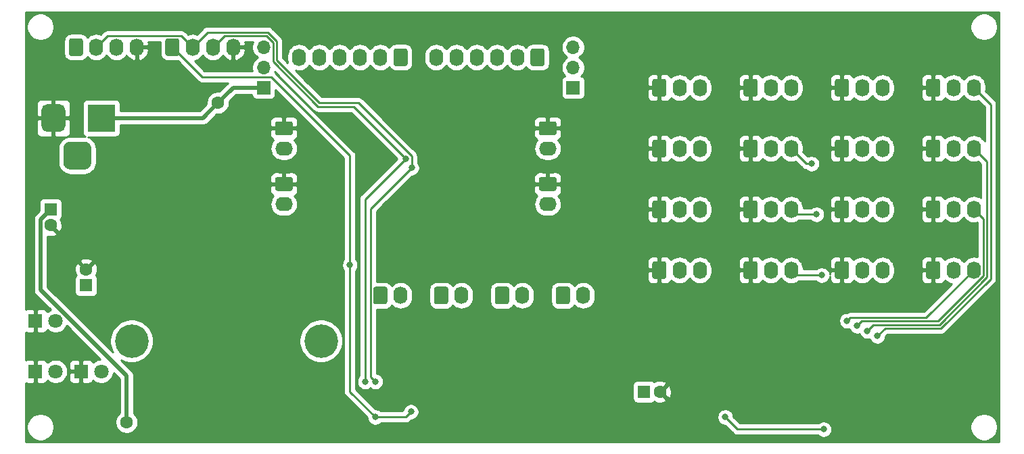
<source format=gbr>
%TF.GenerationSoftware,KiCad,Pcbnew,5.1.9+dfsg1-1*%
%TF.CreationDate,2021-10-02T14:14:08+02:00*%
%TF.ProjectId,accessory_board,61636365-7373-46f7-9279-5f626f617264,rev?*%
%TF.SameCoordinates,Original*%
%TF.FileFunction,Copper,L2,Bot*%
%TF.FilePolarity,Positive*%
%FSLAX46Y46*%
G04 Gerber Fmt 4.6, Leading zero omitted, Abs format (unit mm)*
G04 Created by KiCad (PCBNEW 5.1.9+dfsg1-1) date 2021-10-02 14:14:08*
%MOMM*%
%LPD*%
G01*
G04 APERTURE LIST*
%TA.AperFunction,ComponentPad*%
%ADD10C,1.600000*%
%TD*%
%TA.AperFunction,ComponentPad*%
%ADD11R,1.600000X1.600000*%
%TD*%
%TA.AperFunction,ComponentPad*%
%ADD12C,1.800000*%
%TD*%
%TA.AperFunction,ComponentPad*%
%ADD13R,1.800000X1.800000*%
%TD*%
%TA.AperFunction,ComponentPad*%
%ADD14R,3.500000X3.500000*%
%TD*%
%TA.AperFunction,ComponentPad*%
%ADD15O,1.740000X2.190000*%
%TD*%
%TA.AperFunction,ComponentPad*%
%ADD16O,2.190000X1.740000*%
%TD*%
%TA.AperFunction,ComponentPad*%
%ADD17O,1.700000X1.700000*%
%TD*%
%TA.AperFunction,ComponentPad*%
%ADD18R,1.700000X1.700000*%
%TD*%
%TA.AperFunction,ComponentPad*%
%ADD19C,4.200000*%
%TD*%
%TA.AperFunction,ViaPad*%
%ADD20C,0.800000*%
%TD*%
%TA.AperFunction,ViaPad*%
%ADD21C,1.600000*%
%TD*%
%TA.AperFunction,Conductor*%
%ADD22C,0.250000*%
%TD*%
%TA.AperFunction,Conductor*%
%ADD23C,0.500000*%
%TD*%
%TA.AperFunction,Conductor*%
%ADD24C,0.254000*%
%TD*%
%TA.AperFunction,Conductor*%
%ADD25C,0.100000*%
%TD*%
G04 APERTURE END LIST*
D10*
%TO.P,C2,2*%
%TO.N,GND*%
X158115000Y-39465000D03*
D11*
%TO.P,C2,1*%
%TO.N,+12V*%
X158115000Y-37465000D03*
%TD*%
%TO.P,C4,1*%
%TO.N,+5V*%
X232410000Y-60325000D03*
D10*
%TO.P,C4,2*%
%TO.N,GND*%
X234410000Y-60325000D03*
%TD*%
%TO.P,C5,2*%
%TO.N,GND*%
X162560000Y-44990000D03*
D11*
%TO.P,C5,1*%
%TO.N,+5VP*%
X162560000Y-46990000D03*
%TD*%
D12*
%TO.P,D1,2*%
%TO.N,Net-(D1-Pad2)*%
X158750000Y-57785000D03*
D13*
%TO.P,D1,1*%
%TO.N,GND*%
X156210000Y-57785000D03*
%TD*%
%TO.P,D3,1*%
%TO.N,GND*%
X156210000Y-51435000D03*
D12*
%TO.P,D3,2*%
%TO.N,Net-(D3-Pad2)*%
X158750000Y-51435000D03*
%TD*%
D14*
%TO.P,J1,1*%
%TO.N,+12V*%
X164465000Y-26035000D03*
%TO.P,J1,2*%
%TO.N,GND*%
%TA.AperFunction,ComponentPad*%
G36*
G01*
X156965000Y-27035000D02*
X156965000Y-25035000D01*
G75*
G02*
X157715000Y-24285000I750000J0D01*
G01*
X159215000Y-24285000D01*
G75*
G02*
X159965000Y-25035000I0J-750000D01*
G01*
X159965000Y-27035000D01*
G75*
G02*
X159215000Y-27785000I-750000J0D01*
G01*
X157715000Y-27785000D01*
G75*
G02*
X156965000Y-27035000I0J750000D01*
G01*
G37*
%TD.AperFunction*%
%TO.P,J1,3*%
%TO.N,N/C*%
%TA.AperFunction,ComponentPad*%
G36*
G01*
X159715000Y-31610000D02*
X159715000Y-29860000D01*
G75*
G02*
X160590000Y-28985000I875000J0D01*
G01*
X162340000Y-28985000D01*
G75*
G02*
X163215000Y-29860000I0J-875000D01*
G01*
X163215000Y-31610000D01*
G75*
G02*
X162340000Y-32485000I-875000J0D01*
G01*
X160590000Y-32485000D01*
G75*
G02*
X159715000Y-31610000I0J875000D01*
G01*
G37*
%TD.AperFunction*%
%TD*%
D15*
%TO.P,J2,4*%
%TO.N,GND*%
X168910000Y-17145000D03*
%TO.P,J2,3*%
%TO.N,/SCL*%
X166370000Y-17145000D03*
%TO.P,J2,2*%
%TO.N,/SDA*%
X163830000Y-17145000D03*
%TO.P,J2,1*%
%TO.N,+5V*%
%TA.AperFunction,ComponentPad*%
G36*
G01*
X160420000Y-17990001D02*
X160420000Y-16299999D01*
G75*
G02*
X160669999Y-16050000I249999J0D01*
G01*
X161910001Y-16050000D01*
G75*
G02*
X162160000Y-16299999I0J-249999D01*
G01*
X162160000Y-17990001D01*
G75*
G02*
X161910001Y-18240000I-249999J0D01*
G01*
X160669999Y-18240000D01*
G75*
G02*
X160420000Y-17990001I0J249999D01*
G01*
G37*
%TD.AperFunction*%
%TD*%
%TO.P,J3,1*%
%TO.N,+5V*%
%TA.AperFunction,ComponentPad*%
G36*
G01*
X172485000Y-17990001D02*
X172485000Y-16299999D01*
G75*
G02*
X172734999Y-16050000I249999J0D01*
G01*
X173975001Y-16050000D01*
G75*
G02*
X174225000Y-16299999I0J-249999D01*
G01*
X174225000Y-17990001D01*
G75*
G02*
X173975001Y-18240000I-249999J0D01*
G01*
X172734999Y-18240000D01*
G75*
G02*
X172485000Y-17990001I0J249999D01*
G01*
G37*
%TD.AperFunction*%
%TO.P,J3,2*%
%TO.N,/SDA*%
X175895000Y-17145000D03*
%TO.P,J3,3*%
%TO.N,/SCL*%
X178435000Y-17145000D03*
%TO.P,J3,4*%
%TO.N,GND*%
X180975000Y-17145000D03*
%TD*%
%TO.P,J4,6*%
%TO.N,Net-(J4-Pad6)*%
X206375000Y-18415000D03*
%TO.P,J4,5*%
%TO.N,Net-(J4-Pad2)*%
X208915000Y-18415000D03*
%TO.P,J4,4*%
%TO.N,Net-(J4-Pad4)*%
X211455000Y-18415000D03*
%TO.P,J4,3*%
%TO.N,Net-(J4-Pad3)*%
X213995000Y-18415000D03*
%TO.P,J4,2*%
%TO.N,Net-(J4-Pad2)*%
X216535000Y-18415000D03*
%TO.P,J4,1*%
%TO.N,Net-(J4-Pad1)*%
%TA.AperFunction,ComponentPad*%
G36*
G01*
X219945000Y-17569999D02*
X219945000Y-19260001D01*
G75*
G02*
X219695001Y-19510000I-249999J0D01*
G01*
X218454999Y-19510000D01*
G75*
G02*
X218205000Y-19260001I0J249999D01*
G01*
X218205000Y-17569999D01*
G75*
G02*
X218454999Y-17320000I249999J0D01*
G01*
X219695001Y-17320000D01*
G75*
G02*
X219945000Y-17569999I0J-249999D01*
G01*
G37*
%TD.AperFunction*%
%TD*%
%TO.P,J5,1*%
%TO.N,Net-(J5-Pad1)*%
%TA.AperFunction,ComponentPad*%
G36*
G01*
X202800000Y-17569999D02*
X202800000Y-19260001D01*
G75*
G02*
X202550001Y-19510000I-249999J0D01*
G01*
X201309999Y-19510000D01*
G75*
G02*
X201060000Y-19260001I0J249999D01*
G01*
X201060000Y-17569999D01*
G75*
G02*
X201309999Y-17320000I249999J0D01*
G01*
X202550001Y-17320000D01*
G75*
G02*
X202800000Y-17569999I0J-249999D01*
G01*
G37*
%TD.AperFunction*%
%TO.P,J5,2*%
%TO.N,Net-(J5-Pad2)*%
X199390000Y-18415000D03*
%TO.P,J5,3*%
%TO.N,Net-(J5-Pad3)*%
X196850000Y-18415000D03*
%TO.P,J5,4*%
%TO.N,Net-(J5-Pad4)*%
X194310000Y-18415000D03*
%TO.P,J5,5*%
%TO.N,Net-(J5-Pad2)*%
X191770000Y-18415000D03*
%TO.P,J5,6*%
%TO.N,Net-(J5-Pad6)*%
X189230000Y-18415000D03*
%TD*%
%TO.P,J6,1*%
%TO.N,GND*%
%TA.AperFunction,ComponentPad*%
G36*
G01*
X219499999Y-26435000D02*
X221190001Y-26435000D01*
G75*
G02*
X221440000Y-26684999I0J-249999D01*
G01*
X221440000Y-27925001D01*
G75*
G02*
X221190001Y-28175000I-249999J0D01*
G01*
X219499999Y-28175000D01*
G75*
G02*
X219250000Y-27925001I0J249999D01*
G01*
X219250000Y-26684999D01*
G75*
G02*
X219499999Y-26435000I249999J0D01*
G01*
G37*
%TD.AperFunction*%
D16*
%TO.P,J6,2*%
%TO.N,/ENDSW_1A*%
X220345000Y-29845000D03*
%TD*%
%TO.P,J7,2*%
%TO.N,/ENDSW_1B*%
X220345000Y-36830000D03*
%TO.P,J7,1*%
%TO.N,GND*%
%TA.AperFunction,ComponentPad*%
G36*
G01*
X219499999Y-33420000D02*
X221190001Y-33420000D01*
G75*
G02*
X221440000Y-33669999I0J-249999D01*
G01*
X221440000Y-34910001D01*
G75*
G02*
X221190001Y-35160000I-249999J0D01*
G01*
X219499999Y-35160000D01*
G75*
G02*
X219250000Y-34910001I0J249999D01*
G01*
X219250000Y-33669999D01*
G75*
G02*
X219499999Y-33420000I249999J0D01*
G01*
G37*
%TD.AperFunction*%
%TD*%
%TO.P,J8,2*%
%TO.N,/ENDSW_2A*%
X187325000Y-36830000D03*
%TO.P,J8,1*%
%TO.N,GND*%
%TA.AperFunction,ComponentPad*%
G36*
G01*
X186479999Y-33420000D02*
X188170001Y-33420000D01*
G75*
G02*
X188420000Y-33669999I0J-249999D01*
G01*
X188420000Y-34910001D01*
G75*
G02*
X188170001Y-35160000I-249999J0D01*
G01*
X186479999Y-35160000D01*
G75*
G02*
X186230000Y-34910001I0J249999D01*
G01*
X186230000Y-33669999D01*
G75*
G02*
X186479999Y-33420000I249999J0D01*
G01*
G37*
%TD.AperFunction*%
%TD*%
%TO.P,J9,1*%
%TO.N,GND*%
%TA.AperFunction,ComponentPad*%
G36*
G01*
X186479999Y-26435000D02*
X188170001Y-26435000D01*
G75*
G02*
X188420000Y-26684999I0J-249999D01*
G01*
X188420000Y-27925001D01*
G75*
G02*
X188170001Y-28175000I-249999J0D01*
G01*
X186479999Y-28175000D01*
G75*
G02*
X186230000Y-27925001I0J249999D01*
G01*
X186230000Y-26684999D01*
G75*
G02*
X186479999Y-26435000I249999J0D01*
G01*
G37*
%TD.AperFunction*%
%TO.P,J9,2*%
%TO.N,/ENDSW_2B*%
X187325000Y-29845000D03*
%TD*%
%TO.P,J10,1*%
%TO.N,GND*%
%TA.AperFunction,ComponentPad*%
G36*
G01*
X233445000Y-23070001D02*
X233445000Y-21379999D01*
G75*
G02*
X233694999Y-21130000I249999J0D01*
G01*
X234935001Y-21130000D01*
G75*
G02*
X235185000Y-21379999I0J-249999D01*
G01*
X235185000Y-23070001D01*
G75*
G02*
X234935001Y-23320000I-249999J0D01*
G01*
X233694999Y-23320000D01*
G75*
G02*
X233445000Y-23070001I0J249999D01*
G01*
G37*
%TD.AperFunction*%
D15*
%TO.P,J10,2*%
%TO.N,+5VP*%
X236855000Y-22225000D03*
%TO.P,J10,3*%
%TO.N,/SERVO0*%
X239395000Y-22225000D03*
%TD*%
%TO.P,J11,3*%
%TO.N,/SERVO1*%
X239395000Y-29845000D03*
%TO.P,J11,2*%
%TO.N,+5VP*%
X236855000Y-29845000D03*
%TO.P,J11,1*%
%TO.N,GND*%
%TA.AperFunction,ComponentPad*%
G36*
G01*
X233445000Y-30690001D02*
X233445000Y-28999999D01*
G75*
G02*
X233694999Y-28750000I249999J0D01*
G01*
X234935001Y-28750000D01*
G75*
G02*
X235185000Y-28999999I0J-249999D01*
G01*
X235185000Y-30690001D01*
G75*
G02*
X234935001Y-30940000I-249999J0D01*
G01*
X233694999Y-30940000D01*
G75*
G02*
X233445000Y-30690001I0J249999D01*
G01*
G37*
%TD.AperFunction*%
%TD*%
%TO.P,J12,1*%
%TO.N,GND*%
%TA.AperFunction,ComponentPad*%
G36*
G01*
X233445000Y-38310001D02*
X233445000Y-36619999D01*
G75*
G02*
X233694999Y-36370000I249999J0D01*
G01*
X234935001Y-36370000D01*
G75*
G02*
X235185000Y-36619999I0J-249999D01*
G01*
X235185000Y-38310001D01*
G75*
G02*
X234935001Y-38560000I-249999J0D01*
G01*
X233694999Y-38560000D01*
G75*
G02*
X233445000Y-38310001I0J249999D01*
G01*
G37*
%TD.AperFunction*%
%TO.P,J12,2*%
%TO.N,+5VP*%
X236855000Y-37465000D03*
%TO.P,J12,3*%
%TO.N,/SERVO2*%
X239395000Y-37465000D03*
%TD*%
%TO.P,J13,1*%
%TO.N,GND*%
%TA.AperFunction,ComponentPad*%
G36*
G01*
X233445000Y-45930001D02*
X233445000Y-44239999D01*
G75*
G02*
X233694999Y-43990000I249999J0D01*
G01*
X234935001Y-43990000D01*
G75*
G02*
X235185000Y-44239999I0J-249999D01*
G01*
X235185000Y-45930001D01*
G75*
G02*
X234935001Y-46180000I-249999J0D01*
G01*
X233694999Y-46180000D01*
G75*
G02*
X233445000Y-45930001I0J249999D01*
G01*
G37*
%TD.AperFunction*%
%TO.P,J13,2*%
%TO.N,+5VP*%
X236855000Y-45085000D03*
%TO.P,J13,3*%
%TO.N,/SERVO3*%
X239395000Y-45085000D03*
%TD*%
%TO.P,J14,3*%
%TO.N,/SERVO4*%
X250825000Y-22225000D03*
%TO.P,J14,2*%
%TO.N,+5VP*%
X248285000Y-22225000D03*
%TO.P,J14,1*%
%TO.N,GND*%
%TA.AperFunction,ComponentPad*%
G36*
G01*
X244875000Y-23070001D02*
X244875000Y-21379999D01*
G75*
G02*
X245124999Y-21130000I249999J0D01*
G01*
X246365001Y-21130000D01*
G75*
G02*
X246615000Y-21379999I0J-249999D01*
G01*
X246615000Y-23070001D01*
G75*
G02*
X246365001Y-23320000I-249999J0D01*
G01*
X245124999Y-23320000D01*
G75*
G02*
X244875000Y-23070001I0J249999D01*
G01*
G37*
%TD.AperFunction*%
%TD*%
%TO.P,J15,1*%
%TO.N,GND*%
%TA.AperFunction,ComponentPad*%
G36*
G01*
X244875000Y-30690001D02*
X244875000Y-28999999D01*
G75*
G02*
X245124999Y-28750000I249999J0D01*
G01*
X246365001Y-28750000D01*
G75*
G02*
X246615000Y-28999999I0J-249999D01*
G01*
X246615000Y-30690001D01*
G75*
G02*
X246365001Y-30940000I-249999J0D01*
G01*
X245124999Y-30940000D01*
G75*
G02*
X244875000Y-30690001I0J249999D01*
G01*
G37*
%TD.AperFunction*%
%TO.P,J15,2*%
%TO.N,+5VP*%
X248285000Y-29845000D03*
%TO.P,J15,3*%
%TO.N,/SERVO5*%
X250825000Y-29845000D03*
%TD*%
%TO.P,J16,3*%
%TO.N,/SERVO6*%
X250825000Y-37465000D03*
%TO.P,J16,2*%
%TO.N,+5VP*%
X248285000Y-37465000D03*
%TO.P,J16,1*%
%TO.N,GND*%
%TA.AperFunction,ComponentPad*%
G36*
G01*
X244875000Y-38310001D02*
X244875000Y-36619999D01*
G75*
G02*
X245124999Y-36370000I249999J0D01*
G01*
X246365001Y-36370000D01*
G75*
G02*
X246615000Y-36619999I0J-249999D01*
G01*
X246615000Y-38310001D01*
G75*
G02*
X246365001Y-38560000I-249999J0D01*
G01*
X245124999Y-38560000D01*
G75*
G02*
X244875000Y-38310001I0J249999D01*
G01*
G37*
%TD.AperFunction*%
%TD*%
%TO.P,J17,3*%
%TO.N,/SERVO7*%
X250825000Y-45085000D03*
%TO.P,J17,2*%
%TO.N,+5VP*%
X248285000Y-45085000D03*
%TO.P,J17,1*%
%TO.N,GND*%
%TA.AperFunction,ComponentPad*%
G36*
G01*
X244875000Y-45930001D02*
X244875000Y-44239999D01*
G75*
G02*
X245124999Y-43990000I249999J0D01*
G01*
X246365001Y-43990000D01*
G75*
G02*
X246615000Y-44239999I0J-249999D01*
G01*
X246615000Y-45930001D01*
G75*
G02*
X246365001Y-46180000I-249999J0D01*
G01*
X245124999Y-46180000D01*
G75*
G02*
X244875000Y-45930001I0J249999D01*
G01*
G37*
%TD.AperFunction*%
%TD*%
%TO.P,J18,3*%
%TO.N,/SERVOA*%
X262255000Y-37465000D03*
%TO.P,J18,2*%
%TO.N,+5VP*%
X259715000Y-37465000D03*
%TO.P,J18,1*%
%TO.N,GND*%
%TA.AperFunction,ComponentPad*%
G36*
G01*
X256305000Y-38310001D02*
X256305000Y-36619999D01*
G75*
G02*
X256554999Y-36370000I249999J0D01*
G01*
X257795001Y-36370000D01*
G75*
G02*
X258045000Y-36619999I0J-249999D01*
G01*
X258045000Y-38310001D01*
G75*
G02*
X257795001Y-38560000I-249999J0D01*
G01*
X256554999Y-38560000D01*
G75*
G02*
X256305000Y-38310001I0J249999D01*
G01*
G37*
%TD.AperFunction*%
%TD*%
%TO.P,J19,1*%
%TO.N,GND*%
%TA.AperFunction,ComponentPad*%
G36*
G01*
X256305000Y-45930001D02*
X256305000Y-44239999D01*
G75*
G02*
X256554999Y-43990000I249999J0D01*
G01*
X257795001Y-43990000D01*
G75*
G02*
X258045000Y-44239999I0J-249999D01*
G01*
X258045000Y-45930001D01*
G75*
G02*
X257795001Y-46180000I-249999J0D01*
G01*
X256554999Y-46180000D01*
G75*
G02*
X256305000Y-45930001I0J249999D01*
G01*
G37*
%TD.AperFunction*%
%TO.P,J19,2*%
%TO.N,+5VP*%
X259715000Y-45085000D03*
%TO.P,J19,3*%
%TO.N,/SERVOB*%
X262255000Y-45085000D03*
%TD*%
%TO.P,J20,1*%
%TO.N,GND*%
%TA.AperFunction,ComponentPad*%
G36*
G01*
X256305000Y-23070001D02*
X256305000Y-21379999D01*
G75*
G02*
X256554999Y-21130000I249999J0D01*
G01*
X257795001Y-21130000D01*
G75*
G02*
X258045000Y-21379999I0J-249999D01*
G01*
X258045000Y-23070001D01*
G75*
G02*
X257795001Y-23320000I-249999J0D01*
G01*
X256554999Y-23320000D01*
G75*
G02*
X256305000Y-23070001I0J249999D01*
G01*
G37*
%TD.AperFunction*%
%TO.P,J20,2*%
%TO.N,+5VP*%
X259715000Y-22225000D03*
%TO.P,J20,3*%
%TO.N,/SERVO8*%
X262255000Y-22225000D03*
%TD*%
%TO.P,J21,1*%
%TO.N,GND*%
%TA.AperFunction,ComponentPad*%
G36*
G01*
X256305000Y-30690001D02*
X256305000Y-28999999D01*
G75*
G02*
X256554999Y-28750000I249999J0D01*
G01*
X257795001Y-28750000D01*
G75*
G02*
X258045000Y-28999999I0J-249999D01*
G01*
X258045000Y-30690001D01*
G75*
G02*
X257795001Y-30940000I-249999J0D01*
G01*
X256554999Y-30940000D01*
G75*
G02*
X256305000Y-30690001I0J249999D01*
G01*
G37*
%TD.AperFunction*%
%TO.P,J21,2*%
%TO.N,+5VP*%
X259715000Y-29845000D03*
%TO.P,J21,3*%
%TO.N,/SERVO9*%
X262255000Y-29845000D03*
%TD*%
%TO.P,J22,1*%
%TO.N,Net-(J22-Pad1)*%
%TA.AperFunction,ComponentPad*%
G36*
G01*
X198520000Y-49105001D02*
X198520000Y-47414999D01*
G75*
G02*
X198769999Y-47165000I249999J0D01*
G01*
X200010001Y-47165000D01*
G75*
G02*
X200260000Y-47414999I0J-249999D01*
G01*
X200260000Y-49105001D01*
G75*
G02*
X200010001Y-49355000I-249999J0D01*
G01*
X198769999Y-49355000D01*
G75*
G02*
X198520000Y-49105001I0J249999D01*
G01*
G37*
%TD.AperFunction*%
%TO.P,J22,2*%
%TO.N,+12V*%
X201930000Y-48260000D03*
%TD*%
%TO.P,J23,1*%
%TO.N,Net-(J23-Pad1)*%
%TA.AperFunction,ComponentPad*%
G36*
G01*
X206140000Y-49105001D02*
X206140000Y-47414999D01*
G75*
G02*
X206389999Y-47165000I249999J0D01*
G01*
X207630001Y-47165000D01*
G75*
G02*
X207880000Y-47414999I0J-249999D01*
G01*
X207880000Y-49105001D01*
G75*
G02*
X207630001Y-49355000I-249999J0D01*
G01*
X206389999Y-49355000D01*
G75*
G02*
X206140000Y-49105001I0J249999D01*
G01*
G37*
%TD.AperFunction*%
%TO.P,J23,2*%
%TO.N,+12V*%
X209550000Y-48260000D03*
%TD*%
%TO.P,J24,2*%
%TO.N,+12V*%
X217170000Y-48260000D03*
%TO.P,J24,1*%
%TO.N,Net-(J24-Pad1)*%
%TA.AperFunction,ComponentPad*%
G36*
G01*
X213760000Y-49105001D02*
X213760000Y-47414999D01*
G75*
G02*
X214009999Y-47165000I249999J0D01*
G01*
X215250001Y-47165000D01*
G75*
G02*
X215500000Y-47414999I0J-249999D01*
G01*
X215500000Y-49105001D01*
G75*
G02*
X215250001Y-49355000I-249999J0D01*
G01*
X214009999Y-49355000D01*
G75*
G02*
X213760000Y-49105001I0J249999D01*
G01*
G37*
%TD.AperFunction*%
%TD*%
%TO.P,J25,2*%
%TO.N,+12V*%
X224790000Y-48260000D03*
%TO.P,J25,1*%
%TO.N,Net-(J25-Pad1)*%
%TA.AperFunction,ComponentPad*%
G36*
G01*
X221380000Y-49105001D02*
X221380000Y-47414999D01*
G75*
G02*
X221629999Y-47165000I249999J0D01*
G01*
X222870001Y-47165000D01*
G75*
G02*
X223120000Y-47414999I0J-249999D01*
G01*
X223120000Y-49105001D01*
G75*
G02*
X222870001Y-49355000I-249999J0D01*
G01*
X221629999Y-49355000D01*
G75*
G02*
X221380000Y-49105001I0J249999D01*
G01*
G37*
%TD.AperFunction*%
%TD*%
%TO.P,J26,3*%
%TO.N,/SERVOE*%
X273685000Y-37465000D03*
%TO.P,J26,2*%
%TO.N,+5VP*%
X271145000Y-37465000D03*
%TO.P,J26,1*%
%TO.N,GND*%
%TA.AperFunction,ComponentPad*%
G36*
G01*
X267735000Y-38310001D02*
X267735000Y-36619999D01*
G75*
G02*
X267984999Y-36370000I249999J0D01*
G01*
X269225001Y-36370000D01*
G75*
G02*
X269475000Y-36619999I0J-249999D01*
G01*
X269475000Y-38310001D01*
G75*
G02*
X269225001Y-38560000I-249999J0D01*
G01*
X267984999Y-38560000D01*
G75*
G02*
X267735000Y-38310001I0J249999D01*
G01*
G37*
%TD.AperFunction*%
%TD*%
%TO.P,J27,3*%
%TO.N,/SERVOF*%
X273685000Y-45085000D03*
%TO.P,J27,2*%
%TO.N,+5VP*%
X271145000Y-45085000D03*
%TO.P,J27,1*%
%TO.N,GND*%
%TA.AperFunction,ComponentPad*%
G36*
G01*
X267735000Y-45930001D02*
X267735000Y-44239999D01*
G75*
G02*
X267984999Y-43990000I249999J0D01*
G01*
X269225001Y-43990000D01*
G75*
G02*
X269475000Y-44239999I0J-249999D01*
G01*
X269475000Y-45930001D01*
G75*
G02*
X269225001Y-46180000I-249999J0D01*
G01*
X267984999Y-46180000D01*
G75*
G02*
X267735000Y-45930001I0J249999D01*
G01*
G37*
%TD.AperFunction*%
%TD*%
%TO.P,J28,3*%
%TO.N,/SERVOC*%
X273685000Y-22225000D03*
%TO.P,J28,2*%
%TO.N,+5VP*%
X271145000Y-22225000D03*
%TO.P,J28,1*%
%TO.N,GND*%
%TA.AperFunction,ComponentPad*%
G36*
G01*
X267735000Y-23070001D02*
X267735000Y-21379999D01*
G75*
G02*
X267984999Y-21130000I249999J0D01*
G01*
X269225001Y-21130000D01*
G75*
G02*
X269475000Y-21379999I0J-249999D01*
G01*
X269475000Y-23070001D01*
G75*
G02*
X269225001Y-23320000I-249999J0D01*
G01*
X267984999Y-23320000D01*
G75*
G02*
X267735000Y-23070001I0J249999D01*
G01*
G37*
%TD.AperFunction*%
%TD*%
%TO.P,J29,1*%
%TO.N,GND*%
%TA.AperFunction,ComponentPad*%
G36*
G01*
X267735000Y-30690001D02*
X267735000Y-28999999D01*
G75*
G02*
X267984999Y-28750000I249999J0D01*
G01*
X269225001Y-28750000D01*
G75*
G02*
X269475000Y-28999999I0J-249999D01*
G01*
X269475000Y-30690001D01*
G75*
G02*
X269225001Y-30940000I-249999J0D01*
G01*
X267984999Y-30940000D01*
G75*
G02*
X267735000Y-30690001I0J249999D01*
G01*
G37*
%TD.AperFunction*%
%TO.P,J29,2*%
%TO.N,+5VP*%
X271145000Y-29845000D03*
%TO.P,J29,3*%
%TO.N,/SERVOD*%
X273685000Y-29845000D03*
%TD*%
D17*
%TO.P,JP1,3*%
%TO.N,+5VP*%
X223520000Y-17145000D03*
%TO.P,JP1,2*%
%TO.N,Net-(J4-Pad2)*%
X223520000Y-19685000D03*
D18*
%TO.P,JP1,1*%
%TO.N,+12V*%
X223520000Y-22225000D03*
%TD*%
%TO.P,JP2,1*%
%TO.N,+12V*%
X184785000Y-22225000D03*
D17*
%TO.P,JP2,2*%
%TO.N,Net-(J5-Pad2)*%
X184785000Y-19685000D03*
%TO.P,JP2,3*%
%TO.N,+5VP*%
X184785000Y-17145000D03*
%TD*%
D19*
%TO.P,L1,1*%
%TO.N,Net-(D2-Pad1)*%
X168275000Y-53975000D03*
%TO.P,L1,2*%
%TO.N,+5VP*%
X191975000Y-53975000D03*
%TD*%
D13*
%TO.P,D4,1*%
%TO.N,GND*%
X161925000Y-57785000D03*
D12*
%TO.P,D4,2*%
%TO.N,Net-(D4-Pad2)*%
X164465000Y-57785000D03*
%TD*%
D20*
%TO.N,+5V*%
X198755000Y-63500000D03*
X203232500Y-62832500D03*
X195580000Y-44450000D03*
%TO.N,GND*%
X256003499Y-50701501D03*
X250502500Y-50487500D03*
X247650000Y-60325000D03*
X200660000Y-38735000D03*
D21*
X168275000Y-20955000D03*
X211142500Y-39057500D03*
%TO.N,+12V*%
X179070000Y-24130000D03*
X167640000Y-64135000D03*
D20*
%TO.N,/SCL*%
X197485000Y-59055000D03*
X202565000Y-31115000D03*
X242570000Y-63500000D03*
X254900020Y-65035020D03*
%TO.N,/SDA*%
X198755000Y-59055000D03*
X203315010Y-32269990D03*
%TO.N,/SERVO5*%
X253365000Y-31750000D03*
%TO.N,/SERVO6*%
X254000000Y-38100000D03*
%TO.N,/SERVO7*%
X254635000Y-45720000D03*
%TO.N,/SERVOE*%
X259080000Y-52070000D03*
%TO.N,/SERVOF*%
X257810000Y-51435000D03*
%TO.N,/SERVOC*%
X261620000Y-53340000D03*
%TO.N,/SERVOD*%
X260350000Y-52705000D03*
%TD*%
D22*
%TO.N,+5V*%
X202565000Y-63500000D02*
X203232500Y-62832500D01*
X198755000Y-63500000D02*
X202565000Y-63500000D01*
X195580000Y-60325000D02*
X198755000Y-63500000D01*
X195580000Y-44450000D02*
X195580000Y-60325000D01*
X195580000Y-30734998D02*
X195580000Y-44450000D01*
X185705003Y-20860001D02*
X195580000Y-30734998D01*
X177070001Y-20860001D02*
X185705003Y-20860001D01*
X173355000Y-17145000D02*
X177070001Y-20860001D01*
D23*
%TO.N,+12V*%
X184785000Y-22225000D02*
X180975000Y-22225000D01*
X177165000Y-26035000D02*
X164465000Y-26035000D01*
X180975000Y-22225000D02*
X179070000Y-24130000D01*
X179070000Y-24130000D02*
X177165000Y-26035000D01*
X156864999Y-47551997D02*
X167640000Y-58326998D01*
X156864999Y-38715001D02*
X156864999Y-47551997D01*
X158115000Y-37465000D02*
X156864999Y-38715001D01*
X167640000Y-58326998D02*
X167640000Y-62230000D01*
X167640000Y-62230000D02*
X167640000Y-64135000D01*
X167640000Y-64135000D02*
X167640000Y-64135000D01*
D22*
%TO.N,/SCL*%
X197485000Y-36195000D02*
X202565000Y-31115000D01*
X197485000Y-59055000D02*
X197485000Y-36195000D01*
X202565000Y-31115000D02*
X196030010Y-24580010D01*
X196030010Y-24580010D02*
X191585010Y-24580010D01*
X185960001Y-16580999D02*
X185103992Y-15724990D01*
X185960001Y-18955001D02*
X185960001Y-16580999D01*
X191585010Y-24580010D02*
X185960001Y-18955001D01*
X244105020Y-65035020D02*
X242570000Y-63500000D01*
X254900020Y-65035020D02*
X244105020Y-65035020D01*
X179855010Y-15724990D02*
X178435000Y-17145000D01*
X185103992Y-15724990D02*
X179855010Y-15724990D01*
%TO.N,/SDA*%
X198194990Y-37390010D02*
X203315010Y-32269990D01*
X198194990Y-58494990D02*
X198194990Y-37390010D01*
X198755000Y-59055000D02*
X198194990Y-58494990D01*
X203315010Y-30792008D02*
X196653002Y-24130000D01*
X203315010Y-32269990D02*
X203315010Y-30792008D01*
X165250010Y-15724990D02*
X163830000Y-17145000D01*
X174474990Y-15724990D02*
X165250010Y-15724990D01*
X175895000Y-17145000D02*
X174474990Y-15724990D01*
X196653002Y-24130000D02*
X191771410Y-24130000D01*
X186410010Y-16394598D02*
X185290392Y-15274980D01*
X186410011Y-18768601D02*
X186410010Y-16394598D01*
X191771410Y-24130000D02*
X186410011Y-18768601D01*
X177765020Y-15274980D02*
X175895000Y-17145000D01*
X185290392Y-15274980D02*
X177765020Y-15274980D01*
%TO.N,/SERVO5*%
X252730000Y-31750000D02*
X250825000Y-29845000D01*
X253365000Y-31750000D02*
X252730000Y-31750000D01*
%TO.N,/SERVO6*%
X251460000Y-38100000D02*
X250825000Y-37465000D01*
X254000000Y-38100000D02*
X251460000Y-38100000D01*
%TO.N,/SERVO7*%
X251460000Y-45720000D02*
X250825000Y-45085000D01*
X254635000Y-45720000D02*
X251460000Y-45720000D01*
%TO.N,/SERVOE*%
X259080000Y-52070000D02*
X259664989Y-51485011D01*
X274880010Y-45804989D02*
X274880010Y-38660010D01*
X274880010Y-38660010D02*
X273685000Y-37465000D01*
X269199988Y-51485011D02*
X274880010Y-45804989D01*
X259664989Y-51485011D02*
X269199988Y-51485011D01*
%TO.N,/SERVOF*%
X267734999Y-51035001D02*
X273685000Y-45085000D01*
X258209999Y-51035001D02*
X267734999Y-51035001D01*
X257810000Y-51435000D02*
X258209999Y-51035001D01*
%TO.N,/SERVOC*%
X275780030Y-24320030D02*
X273685000Y-22225000D01*
X269572790Y-52385029D02*
X275780030Y-46177789D01*
X262574971Y-52385029D02*
X269572790Y-52385029D01*
X275780030Y-46177789D02*
X275780030Y-24320030D01*
X261620000Y-53340000D02*
X262574971Y-52385029D01*
%TO.N,/SERVOD*%
X275330020Y-31490020D02*
X273685000Y-29845000D01*
X275330020Y-45991389D02*
X275330020Y-31490020D01*
X269386389Y-51935020D02*
X275330020Y-45991389D01*
X261119979Y-51935021D02*
X269386389Y-51935020D01*
X260350000Y-52705000D02*
X261119979Y-51935021D01*
%TD*%
D24*
%TO.N,GND*%
X276835001Y-66650000D02*
X154965000Y-66650000D01*
X154965000Y-64599117D01*
X155110000Y-64599117D01*
X155110000Y-64940883D01*
X155176675Y-65276081D01*
X155307463Y-65591831D01*
X155497337Y-65875998D01*
X155739002Y-66117663D01*
X156023169Y-66307537D01*
X156338919Y-66438325D01*
X156674117Y-66505000D01*
X157015883Y-66505000D01*
X157351081Y-66438325D01*
X157666831Y-66307537D01*
X157950998Y-66117663D01*
X158192663Y-65875998D01*
X158382537Y-65591831D01*
X158513325Y-65276081D01*
X158580000Y-64940883D01*
X158580000Y-64599117D01*
X158513325Y-64263919D01*
X158382537Y-63948169D01*
X158192663Y-63664002D01*
X157950998Y-63422337D01*
X157666831Y-63232463D01*
X157351081Y-63101675D01*
X157015883Y-63035000D01*
X156674117Y-63035000D01*
X156338919Y-63101675D01*
X156023169Y-63232463D01*
X155739002Y-63422337D01*
X155497337Y-63664002D01*
X155307463Y-63948169D01*
X155176675Y-64263919D01*
X155110000Y-64599117D01*
X154965000Y-64599117D01*
X154965000Y-59220612D01*
X155065820Y-59274502D01*
X155185518Y-59310812D01*
X155310000Y-59323072D01*
X155924250Y-59320000D01*
X156083000Y-59161250D01*
X156083000Y-57912000D01*
X156063000Y-57912000D01*
X156063000Y-57658000D01*
X156083000Y-57658000D01*
X156083000Y-56408750D01*
X156337000Y-56408750D01*
X156337000Y-57658000D01*
X156357000Y-57658000D01*
X156357000Y-57912000D01*
X156337000Y-57912000D01*
X156337000Y-59161250D01*
X156495750Y-59320000D01*
X157110000Y-59323072D01*
X157234482Y-59310812D01*
X157354180Y-59274502D01*
X157464494Y-59215537D01*
X157561185Y-59136185D01*
X157640537Y-59039494D01*
X157699502Y-58929180D01*
X157705056Y-58910873D01*
X157771495Y-58977312D01*
X158022905Y-59145299D01*
X158302257Y-59261011D01*
X158598816Y-59320000D01*
X158901184Y-59320000D01*
X159197743Y-59261011D01*
X159477095Y-59145299D01*
X159728505Y-58977312D01*
X159942312Y-58763505D01*
X159994767Y-58685000D01*
X160386928Y-58685000D01*
X160399188Y-58809482D01*
X160435498Y-58929180D01*
X160494463Y-59039494D01*
X160573815Y-59136185D01*
X160670506Y-59215537D01*
X160780820Y-59274502D01*
X160900518Y-59310812D01*
X161025000Y-59323072D01*
X161639250Y-59320000D01*
X161798000Y-59161250D01*
X161798000Y-57912000D01*
X160548750Y-57912000D01*
X160390000Y-58070750D01*
X160386928Y-58685000D01*
X159994767Y-58685000D01*
X160110299Y-58512095D01*
X160226011Y-58232743D01*
X160285000Y-57936184D01*
X160285000Y-57633816D01*
X160226011Y-57337257D01*
X160110299Y-57057905D01*
X159994768Y-56885000D01*
X160386928Y-56885000D01*
X160390000Y-57499250D01*
X160548750Y-57658000D01*
X161798000Y-57658000D01*
X161798000Y-56408750D01*
X161639250Y-56250000D01*
X161025000Y-56246928D01*
X160900518Y-56259188D01*
X160780820Y-56295498D01*
X160670506Y-56354463D01*
X160573815Y-56433815D01*
X160494463Y-56530506D01*
X160435498Y-56640820D01*
X160399188Y-56760518D01*
X160386928Y-56885000D01*
X159994768Y-56885000D01*
X159942312Y-56806495D01*
X159728505Y-56592688D01*
X159477095Y-56424701D01*
X159197743Y-56308989D01*
X158901184Y-56250000D01*
X158598816Y-56250000D01*
X158302257Y-56308989D01*
X158022905Y-56424701D01*
X157771495Y-56592688D01*
X157705056Y-56659127D01*
X157699502Y-56640820D01*
X157640537Y-56530506D01*
X157561185Y-56433815D01*
X157464494Y-56354463D01*
X157354180Y-56295498D01*
X157234482Y-56259188D01*
X157110000Y-56246928D01*
X156495750Y-56250000D01*
X156337000Y-56408750D01*
X156083000Y-56408750D01*
X155924250Y-56250000D01*
X155310000Y-56246928D01*
X155185518Y-56259188D01*
X155065820Y-56295498D01*
X154965000Y-56349388D01*
X154965000Y-52870612D01*
X155065820Y-52924502D01*
X155185518Y-52960812D01*
X155310000Y-52973072D01*
X155924250Y-52970000D01*
X156083000Y-52811250D01*
X156083000Y-51562000D01*
X156063000Y-51562000D01*
X156063000Y-51308000D01*
X156083000Y-51308000D01*
X156083000Y-50058750D01*
X155924250Y-49900000D01*
X155310000Y-49896928D01*
X155185518Y-49909188D01*
X155065820Y-49945498D01*
X154965000Y-49999388D01*
X154965000Y-38715001D01*
X155975718Y-38715001D01*
X155979999Y-38758470D01*
X155980000Y-47508518D01*
X155975718Y-47551997D01*
X155992804Y-47725487D01*
X156043411Y-47892310D01*
X156125589Y-48046056D01*
X156208467Y-48147043D01*
X156208470Y-48147046D01*
X156236183Y-48180814D01*
X156269951Y-48208527D01*
X158102963Y-50041540D01*
X158022905Y-50074701D01*
X157771495Y-50242688D01*
X157705056Y-50309127D01*
X157699502Y-50290820D01*
X157640537Y-50180506D01*
X157561185Y-50083815D01*
X157464494Y-50004463D01*
X157354180Y-49945498D01*
X157234482Y-49909188D01*
X157110000Y-49896928D01*
X156495750Y-49900000D01*
X156337000Y-50058750D01*
X156337000Y-51308000D01*
X156357000Y-51308000D01*
X156357000Y-51562000D01*
X156337000Y-51562000D01*
X156337000Y-52811250D01*
X156495750Y-52970000D01*
X157110000Y-52973072D01*
X157234482Y-52960812D01*
X157354180Y-52924502D01*
X157464494Y-52865537D01*
X157561185Y-52786185D01*
X157640537Y-52689494D01*
X157699502Y-52579180D01*
X157705056Y-52560873D01*
X157771495Y-52627312D01*
X158022905Y-52795299D01*
X158302257Y-52911011D01*
X158598816Y-52970000D01*
X158901184Y-52970000D01*
X159197743Y-52911011D01*
X159477095Y-52795299D01*
X159728505Y-52627312D01*
X159942312Y-52413505D01*
X160110299Y-52162095D01*
X160143460Y-52082037D01*
X164311820Y-56250397D01*
X164017257Y-56308989D01*
X163737905Y-56424701D01*
X163486495Y-56592688D01*
X163420056Y-56659127D01*
X163414502Y-56640820D01*
X163355537Y-56530506D01*
X163276185Y-56433815D01*
X163179494Y-56354463D01*
X163069180Y-56295498D01*
X162949482Y-56259188D01*
X162825000Y-56246928D01*
X162210750Y-56250000D01*
X162052000Y-56408750D01*
X162052000Y-57658000D01*
X162072000Y-57658000D01*
X162072000Y-57912000D01*
X162052000Y-57912000D01*
X162052000Y-59161250D01*
X162210750Y-59320000D01*
X162825000Y-59323072D01*
X162949482Y-59310812D01*
X163069180Y-59274502D01*
X163179494Y-59215537D01*
X163276185Y-59136185D01*
X163355537Y-59039494D01*
X163414502Y-58929180D01*
X163420056Y-58910873D01*
X163486495Y-58977312D01*
X163737905Y-59145299D01*
X164017257Y-59261011D01*
X164313816Y-59320000D01*
X164616184Y-59320000D01*
X164912743Y-59261011D01*
X165192095Y-59145299D01*
X165443505Y-58977312D01*
X165657312Y-58763505D01*
X165825299Y-58512095D01*
X165941011Y-58232743D01*
X165999603Y-57938180D01*
X166755000Y-58693577D01*
X166755001Y-62186514D01*
X166755000Y-62186524D01*
X166755000Y-63000478D01*
X166725241Y-63020363D01*
X166525363Y-63220241D01*
X166368320Y-63455273D01*
X166260147Y-63716426D01*
X166205000Y-63993665D01*
X166205000Y-64276335D01*
X166260147Y-64553574D01*
X166368320Y-64814727D01*
X166525363Y-65049759D01*
X166725241Y-65249637D01*
X166960273Y-65406680D01*
X167221426Y-65514853D01*
X167498665Y-65570000D01*
X167781335Y-65570000D01*
X168058574Y-65514853D01*
X168319727Y-65406680D01*
X168554759Y-65249637D01*
X168754637Y-65049759D01*
X168911680Y-64814727D01*
X169019853Y-64553574D01*
X169075000Y-64276335D01*
X169075000Y-63993665D01*
X169019853Y-63716426D01*
X168911680Y-63455273D01*
X168754637Y-63220241D01*
X168554759Y-63020363D01*
X168525000Y-63000479D01*
X168525000Y-58370467D01*
X168529281Y-58326998D01*
X168525000Y-58283529D01*
X168525000Y-58283521D01*
X168512195Y-58153508D01*
X168471695Y-58020000D01*
X168461589Y-57986684D01*
X168379411Y-57832939D01*
X168296532Y-57731951D01*
X168296530Y-57731949D01*
X168268817Y-57698181D01*
X168235051Y-57670470D01*
X166930713Y-56366132D01*
X166979492Y-56398725D01*
X167477230Y-56604895D01*
X168005626Y-56710000D01*
X168544374Y-56710000D01*
X169072770Y-56604895D01*
X169570508Y-56398725D01*
X170018461Y-56099413D01*
X170399413Y-55718461D01*
X170698725Y-55270508D01*
X170904895Y-54772770D01*
X171010000Y-54244374D01*
X171010000Y-53705626D01*
X189240000Y-53705626D01*
X189240000Y-54244374D01*
X189345105Y-54772770D01*
X189551275Y-55270508D01*
X189850587Y-55718461D01*
X190231539Y-56099413D01*
X190679492Y-56398725D01*
X191177230Y-56604895D01*
X191705626Y-56710000D01*
X192244374Y-56710000D01*
X192772770Y-56604895D01*
X193270508Y-56398725D01*
X193718461Y-56099413D01*
X194099413Y-55718461D01*
X194398725Y-55270508D01*
X194604895Y-54772770D01*
X194710000Y-54244374D01*
X194710000Y-53705626D01*
X194604895Y-53177230D01*
X194398725Y-52679492D01*
X194099413Y-52231539D01*
X193718461Y-51850587D01*
X193270508Y-51551275D01*
X192772770Y-51345105D01*
X192244374Y-51240000D01*
X191705626Y-51240000D01*
X191177230Y-51345105D01*
X190679492Y-51551275D01*
X190231539Y-51850587D01*
X189850587Y-52231539D01*
X189551275Y-52679492D01*
X189345105Y-53177230D01*
X189240000Y-53705626D01*
X171010000Y-53705626D01*
X170904895Y-53177230D01*
X170698725Y-52679492D01*
X170399413Y-52231539D01*
X170018461Y-51850587D01*
X169570508Y-51551275D01*
X169072770Y-51345105D01*
X168544374Y-51240000D01*
X168005626Y-51240000D01*
X167477230Y-51345105D01*
X166979492Y-51551275D01*
X166531539Y-51850587D01*
X166150587Y-52231539D01*
X165851275Y-52679492D01*
X165645105Y-53177230D01*
X165540000Y-53705626D01*
X165540000Y-54244374D01*
X165645105Y-54772770D01*
X165851275Y-55270508D01*
X165883869Y-55319288D01*
X157749999Y-47185419D01*
X157749999Y-45060512D01*
X161119783Y-45060512D01*
X161161213Y-45340130D01*
X161256397Y-45606292D01*
X161321616Y-45728309D01*
X161308815Y-45738815D01*
X161229463Y-45835506D01*
X161170498Y-45945820D01*
X161134188Y-46065518D01*
X161121928Y-46190000D01*
X161121928Y-47790000D01*
X161134188Y-47914482D01*
X161170498Y-48034180D01*
X161229463Y-48144494D01*
X161308815Y-48241185D01*
X161405506Y-48320537D01*
X161515820Y-48379502D01*
X161635518Y-48415812D01*
X161760000Y-48428072D01*
X163360000Y-48428072D01*
X163484482Y-48415812D01*
X163604180Y-48379502D01*
X163714494Y-48320537D01*
X163811185Y-48241185D01*
X163890537Y-48144494D01*
X163949502Y-48034180D01*
X163985812Y-47914482D01*
X163998072Y-47790000D01*
X163998072Y-46190000D01*
X163985812Y-46065518D01*
X163949502Y-45945820D01*
X163890537Y-45835506D01*
X163811185Y-45738815D01*
X163798242Y-45728193D01*
X163917571Y-45476004D01*
X163986300Y-45201816D01*
X164000217Y-44919488D01*
X163958787Y-44639870D01*
X163863603Y-44373708D01*
X163796671Y-44248486D01*
X163552702Y-44176903D01*
X162739605Y-44990000D01*
X162753748Y-45004143D01*
X162574143Y-45183748D01*
X162560000Y-45169605D01*
X162545858Y-45183748D01*
X162366253Y-45004143D01*
X162380395Y-44990000D01*
X161567298Y-44176903D01*
X161323329Y-44248486D01*
X161202429Y-44503996D01*
X161133700Y-44778184D01*
X161119783Y-45060512D01*
X157749999Y-45060512D01*
X157749999Y-43997298D01*
X161746903Y-43997298D01*
X162560000Y-44810395D01*
X163373097Y-43997298D01*
X163301514Y-43753329D01*
X163046004Y-43632429D01*
X162771816Y-43563700D01*
X162489488Y-43549783D01*
X162209870Y-43591213D01*
X161943708Y-43686397D01*
X161818486Y-43753329D01*
X161746903Y-43997298D01*
X157749999Y-43997298D01*
X157749999Y-40852902D01*
X157903184Y-40891300D01*
X158185512Y-40905217D01*
X158465130Y-40863787D01*
X158731292Y-40768603D01*
X158856514Y-40701671D01*
X158928097Y-40457702D01*
X158115000Y-39644605D01*
X158100858Y-39658748D01*
X157921253Y-39479143D01*
X157935395Y-39465000D01*
X157921253Y-39450858D01*
X158100858Y-39271253D01*
X158115000Y-39285395D01*
X158129143Y-39271253D01*
X158308748Y-39450858D01*
X158294605Y-39465000D01*
X159107702Y-40278097D01*
X159351671Y-40206514D01*
X159472571Y-39951004D01*
X159541300Y-39676816D01*
X159555217Y-39394488D01*
X159513787Y-39114870D01*
X159418603Y-38848708D01*
X159353384Y-38726691D01*
X159366185Y-38716185D01*
X159445537Y-38619494D01*
X159504502Y-38509180D01*
X159540812Y-38389482D01*
X159553072Y-38265000D01*
X159553072Y-36830000D01*
X185587718Y-36830000D01*
X185616776Y-37125032D01*
X185702834Y-37408725D01*
X185842583Y-37670179D01*
X186030655Y-37899345D01*
X186259821Y-38087417D01*
X186521275Y-38227166D01*
X186804968Y-38313224D01*
X187026064Y-38335000D01*
X187623936Y-38335000D01*
X187845032Y-38313224D01*
X188128725Y-38227166D01*
X188390179Y-38087417D01*
X188619345Y-37899345D01*
X188807417Y-37670179D01*
X188947166Y-37408725D01*
X189033224Y-37125032D01*
X189062282Y-36830000D01*
X189033224Y-36534968D01*
X188947166Y-36251275D01*
X188807417Y-35989821D01*
X188620953Y-35762615D01*
X188664180Y-35749502D01*
X188774494Y-35690537D01*
X188871185Y-35611185D01*
X188950537Y-35514494D01*
X189009502Y-35404180D01*
X189045812Y-35284482D01*
X189058072Y-35160000D01*
X189055000Y-34575750D01*
X188896250Y-34417000D01*
X187452000Y-34417000D01*
X187452000Y-34437000D01*
X187198000Y-34437000D01*
X187198000Y-34417000D01*
X185753750Y-34417000D01*
X185595000Y-34575750D01*
X185591928Y-35160000D01*
X185604188Y-35284482D01*
X185640498Y-35404180D01*
X185699463Y-35514494D01*
X185778815Y-35611185D01*
X185875506Y-35690537D01*
X185985820Y-35749502D01*
X186029047Y-35762615D01*
X185842583Y-35989821D01*
X185702834Y-36251275D01*
X185616776Y-36534968D01*
X185587718Y-36830000D01*
X159553072Y-36830000D01*
X159553072Y-36665000D01*
X159540812Y-36540518D01*
X159504502Y-36420820D01*
X159445537Y-36310506D01*
X159366185Y-36213815D01*
X159269494Y-36134463D01*
X159159180Y-36075498D01*
X159039482Y-36039188D01*
X158915000Y-36026928D01*
X157315000Y-36026928D01*
X157190518Y-36039188D01*
X157070820Y-36075498D01*
X156960506Y-36134463D01*
X156863815Y-36213815D01*
X156784463Y-36310506D01*
X156725498Y-36420820D01*
X156689188Y-36540518D01*
X156676928Y-36665000D01*
X156676928Y-37651494D01*
X156269955Y-38058467D01*
X156236182Y-38086184D01*
X156125588Y-38220943D01*
X156043410Y-38374689D01*
X156013800Y-38472298D01*
X155998033Y-38524276D01*
X155992804Y-38541512D01*
X155979999Y-38671525D01*
X155979999Y-38671532D01*
X155975718Y-38715001D01*
X154965000Y-38715001D01*
X154965000Y-33420000D01*
X185591928Y-33420000D01*
X185595000Y-34004250D01*
X185753750Y-34163000D01*
X187198000Y-34163000D01*
X187198000Y-32943750D01*
X187452000Y-32943750D01*
X187452000Y-34163000D01*
X188896250Y-34163000D01*
X189055000Y-34004250D01*
X189058072Y-33420000D01*
X189045812Y-33295518D01*
X189009502Y-33175820D01*
X188950537Y-33065506D01*
X188871185Y-32968815D01*
X188774494Y-32889463D01*
X188664180Y-32830498D01*
X188544482Y-32794188D01*
X188420000Y-32781928D01*
X187610750Y-32785000D01*
X187452000Y-32943750D01*
X187198000Y-32943750D01*
X187039250Y-32785000D01*
X186230000Y-32781928D01*
X186105518Y-32794188D01*
X185985820Y-32830498D01*
X185875506Y-32889463D01*
X185778815Y-32968815D01*
X185699463Y-33065506D01*
X185640498Y-33175820D01*
X185604188Y-33295518D01*
X185591928Y-33420000D01*
X154965000Y-33420000D01*
X154965000Y-29860000D01*
X159076928Y-29860000D01*
X159076928Y-31610000D01*
X159106001Y-31905186D01*
X159192104Y-32189028D01*
X159331927Y-32450618D01*
X159520097Y-32679903D01*
X159749382Y-32868073D01*
X160010972Y-33007896D01*
X160294814Y-33093999D01*
X160590000Y-33123072D01*
X162340000Y-33123072D01*
X162635186Y-33093999D01*
X162919028Y-33007896D01*
X163180618Y-32868073D01*
X163409903Y-32679903D01*
X163598073Y-32450618D01*
X163737896Y-32189028D01*
X163823999Y-31905186D01*
X163853072Y-31610000D01*
X163853072Y-29860000D01*
X163851595Y-29845000D01*
X185587718Y-29845000D01*
X185616776Y-30140032D01*
X185702834Y-30423725D01*
X185842583Y-30685179D01*
X186030655Y-30914345D01*
X186259821Y-31102417D01*
X186521275Y-31242166D01*
X186804968Y-31328224D01*
X187026064Y-31350000D01*
X187623936Y-31350000D01*
X187845032Y-31328224D01*
X188128725Y-31242166D01*
X188390179Y-31102417D01*
X188619345Y-30914345D01*
X188807417Y-30685179D01*
X188947166Y-30423725D01*
X189033224Y-30140032D01*
X189062282Y-29845000D01*
X189033224Y-29549968D01*
X188947166Y-29266275D01*
X188807417Y-29004821D01*
X188620953Y-28777615D01*
X188664180Y-28764502D01*
X188774494Y-28705537D01*
X188871185Y-28626185D01*
X188950537Y-28529494D01*
X189009502Y-28419180D01*
X189045812Y-28299482D01*
X189058072Y-28175000D01*
X189055000Y-27590750D01*
X188896250Y-27432000D01*
X187452000Y-27432000D01*
X187452000Y-27452000D01*
X187198000Y-27452000D01*
X187198000Y-27432000D01*
X185753750Y-27432000D01*
X185595000Y-27590750D01*
X185591928Y-28175000D01*
X185604188Y-28299482D01*
X185640498Y-28419180D01*
X185699463Y-28529494D01*
X185778815Y-28626185D01*
X185875506Y-28705537D01*
X185985820Y-28764502D01*
X186029047Y-28777615D01*
X185842583Y-29004821D01*
X185702834Y-29266275D01*
X185616776Y-29549968D01*
X185587718Y-29845000D01*
X163851595Y-29845000D01*
X163823999Y-29564814D01*
X163737896Y-29280972D01*
X163598073Y-29019382D01*
X163409903Y-28790097D01*
X163180618Y-28601927D01*
X162919028Y-28462104D01*
X162790357Y-28423072D01*
X166215000Y-28423072D01*
X166339482Y-28410812D01*
X166459180Y-28374502D01*
X166569494Y-28315537D01*
X166666185Y-28236185D01*
X166745537Y-28139494D01*
X166804502Y-28029180D01*
X166840812Y-27909482D01*
X166853072Y-27785000D01*
X166853072Y-26920000D01*
X177121531Y-26920000D01*
X177165000Y-26924281D01*
X177208469Y-26920000D01*
X177208477Y-26920000D01*
X177338490Y-26907195D01*
X177505313Y-26856589D01*
X177659059Y-26774411D01*
X177793817Y-26663817D01*
X177821534Y-26630044D01*
X178016578Y-26435000D01*
X185591928Y-26435000D01*
X185595000Y-27019250D01*
X185753750Y-27178000D01*
X187198000Y-27178000D01*
X187198000Y-25958750D01*
X187452000Y-25958750D01*
X187452000Y-27178000D01*
X188896250Y-27178000D01*
X189055000Y-27019250D01*
X189058072Y-26435000D01*
X189045812Y-26310518D01*
X189009502Y-26190820D01*
X188950537Y-26080506D01*
X188871185Y-25983815D01*
X188774494Y-25904463D01*
X188664180Y-25845498D01*
X188544482Y-25809188D01*
X188420000Y-25796928D01*
X187610750Y-25800000D01*
X187452000Y-25958750D01*
X187198000Y-25958750D01*
X187039250Y-25800000D01*
X186230000Y-25796928D01*
X186105518Y-25809188D01*
X185985820Y-25845498D01*
X185875506Y-25904463D01*
X185778815Y-25983815D01*
X185699463Y-26080506D01*
X185640498Y-26190820D01*
X185604188Y-26310518D01*
X185591928Y-26435000D01*
X178016578Y-26435000D01*
X178893561Y-25558017D01*
X178928665Y-25565000D01*
X179211335Y-25565000D01*
X179488574Y-25509853D01*
X179749727Y-25401680D01*
X179984759Y-25244637D01*
X180184637Y-25044759D01*
X180341680Y-24809727D01*
X180449853Y-24548574D01*
X180505000Y-24271335D01*
X180505000Y-23988665D01*
X180498017Y-23953561D01*
X181341579Y-23110000D01*
X183300375Y-23110000D01*
X183309188Y-23199482D01*
X183345498Y-23319180D01*
X183404463Y-23429494D01*
X183483815Y-23526185D01*
X183580506Y-23605537D01*
X183690820Y-23664502D01*
X183810518Y-23700812D01*
X183935000Y-23713072D01*
X185635000Y-23713072D01*
X185759482Y-23700812D01*
X185879180Y-23664502D01*
X185989494Y-23605537D01*
X186086185Y-23526185D01*
X186165537Y-23429494D01*
X186224502Y-23319180D01*
X186260812Y-23199482D01*
X186273072Y-23075000D01*
X186273072Y-22502871D01*
X194820000Y-31049800D01*
X194820001Y-43746288D01*
X194776063Y-43790226D01*
X194662795Y-43959744D01*
X194584774Y-44148102D01*
X194545000Y-44348061D01*
X194545000Y-44551939D01*
X194584774Y-44751898D01*
X194662795Y-44940256D01*
X194776063Y-45109774D01*
X194820000Y-45153711D01*
X194820001Y-60287667D01*
X194816324Y-60325000D01*
X194830998Y-60473985D01*
X194874454Y-60617246D01*
X194945026Y-60749276D01*
X195016201Y-60836002D01*
X195040000Y-60865001D01*
X195068998Y-60888799D01*
X197720000Y-63539802D01*
X197720000Y-63601939D01*
X197759774Y-63801898D01*
X197837795Y-63990256D01*
X197951063Y-64159774D01*
X198095226Y-64303937D01*
X198264744Y-64417205D01*
X198453102Y-64495226D01*
X198653061Y-64535000D01*
X198856939Y-64535000D01*
X199056898Y-64495226D01*
X199245256Y-64417205D01*
X199414774Y-64303937D01*
X199458711Y-64260000D01*
X202527678Y-64260000D01*
X202565000Y-64263676D01*
X202602322Y-64260000D01*
X202602333Y-64260000D01*
X202713986Y-64249003D01*
X202857247Y-64205546D01*
X202989276Y-64134974D01*
X203105001Y-64040001D01*
X203128803Y-64010998D01*
X203272301Y-63867500D01*
X203334439Y-63867500D01*
X203534398Y-63827726D01*
X203722756Y-63749705D01*
X203892274Y-63636437D01*
X204036437Y-63492274D01*
X204099387Y-63398061D01*
X241535000Y-63398061D01*
X241535000Y-63601939D01*
X241574774Y-63801898D01*
X241652795Y-63990256D01*
X241766063Y-64159774D01*
X241910226Y-64303937D01*
X242079744Y-64417205D01*
X242268102Y-64495226D01*
X242468061Y-64535000D01*
X242530199Y-64535000D01*
X243541221Y-65546023D01*
X243565019Y-65575021D01*
X243594017Y-65598819D01*
X243680743Y-65669994D01*
X243812773Y-65740566D01*
X243956034Y-65784023D01*
X244067687Y-65795020D01*
X244067696Y-65795020D01*
X244105019Y-65798696D01*
X244142342Y-65795020D01*
X254196309Y-65795020D01*
X254240246Y-65838957D01*
X254409764Y-65952225D01*
X254598122Y-66030246D01*
X254798081Y-66070020D01*
X255001959Y-66070020D01*
X255201918Y-66030246D01*
X255390276Y-65952225D01*
X255559794Y-65838957D01*
X255703957Y-65694794D01*
X255817225Y-65525276D01*
X255895246Y-65336918D01*
X255935020Y-65136959D01*
X255935020Y-64933081D01*
X255895246Y-64733122D01*
X255839739Y-64599117D01*
X273220000Y-64599117D01*
X273220000Y-64940883D01*
X273286675Y-65276081D01*
X273417463Y-65591831D01*
X273607337Y-65875998D01*
X273849002Y-66117663D01*
X274133169Y-66307537D01*
X274448919Y-66438325D01*
X274784117Y-66505000D01*
X275125883Y-66505000D01*
X275461081Y-66438325D01*
X275776831Y-66307537D01*
X276060998Y-66117663D01*
X276302663Y-65875998D01*
X276492537Y-65591831D01*
X276623325Y-65276081D01*
X276690000Y-64940883D01*
X276690000Y-64599117D01*
X276623325Y-64263919D01*
X276492537Y-63948169D01*
X276302663Y-63664002D01*
X276060998Y-63422337D01*
X275776831Y-63232463D01*
X275461081Y-63101675D01*
X275125883Y-63035000D01*
X274784117Y-63035000D01*
X274448919Y-63101675D01*
X274133169Y-63232463D01*
X273849002Y-63422337D01*
X273607337Y-63664002D01*
X273417463Y-63948169D01*
X273286675Y-64263919D01*
X273220000Y-64599117D01*
X255839739Y-64599117D01*
X255817225Y-64544764D01*
X255703957Y-64375246D01*
X255559794Y-64231083D01*
X255390276Y-64117815D01*
X255201918Y-64039794D01*
X255001959Y-64000020D01*
X254798081Y-64000020D01*
X254598122Y-64039794D01*
X254409764Y-64117815D01*
X254240246Y-64231083D01*
X254196309Y-64275020D01*
X244419822Y-64275020D01*
X243605000Y-63460199D01*
X243605000Y-63398061D01*
X243565226Y-63198102D01*
X243487205Y-63009744D01*
X243373937Y-62840226D01*
X243229774Y-62696063D01*
X243060256Y-62582795D01*
X242871898Y-62504774D01*
X242671939Y-62465000D01*
X242468061Y-62465000D01*
X242268102Y-62504774D01*
X242079744Y-62582795D01*
X241910226Y-62696063D01*
X241766063Y-62840226D01*
X241652795Y-63009744D01*
X241574774Y-63198102D01*
X241535000Y-63398061D01*
X204099387Y-63398061D01*
X204149705Y-63322756D01*
X204227726Y-63134398D01*
X204267500Y-62934439D01*
X204267500Y-62730561D01*
X204227726Y-62530602D01*
X204149705Y-62342244D01*
X204036437Y-62172726D01*
X203892274Y-62028563D01*
X203722756Y-61915295D01*
X203534398Y-61837274D01*
X203334439Y-61797500D01*
X203130561Y-61797500D01*
X202930602Y-61837274D01*
X202742244Y-61915295D01*
X202572726Y-62028563D01*
X202428563Y-62172726D01*
X202315295Y-62342244D01*
X202237274Y-62530602D01*
X202197500Y-62730561D01*
X202197500Y-62740000D01*
X199458711Y-62740000D01*
X199414774Y-62696063D01*
X199245256Y-62582795D01*
X199056898Y-62504774D01*
X198856939Y-62465000D01*
X198794802Y-62465000D01*
X196340000Y-60010199D01*
X196340000Y-45153711D01*
X196383937Y-45109774D01*
X196497205Y-44940256D01*
X196575226Y-44751898D01*
X196615000Y-44551939D01*
X196615000Y-44348061D01*
X196575226Y-44148102D01*
X196497205Y-43959744D01*
X196383937Y-43790226D01*
X196340000Y-43746289D01*
X196340000Y-30772323D01*
X196343676Y-30734998D01*
X196340000Y-30697673D01*
X196340000Y-30697665D01*
X196329003Y-30586012D01*
X196285546Y-30442751D01*
X196214974Y-30310722D01*
X196120001Y-30194997D01*
X196091004Y-30171200D01*
X186268807Y-20349004D01*
X186245004Y-20320000D01*
X186158673Y-20249150D01*
X186164729Y-20234530D01*
X191021210Y-25091012D01*
X191045009Y-25120011D01*
X191074007Y-25143809D01*
X191160733Y-25214984D01*
X191292763Y-25285556D01*
X191436024Y-25329013D01*
X191547677Y-25340010D01*
X191547687Y-25340010D01*
X191585009Y-25343686D01*
X191622332Y-25340010D01*
X195715209Y-25340010D01*
X201490198Y-31115000D01*
X196973998Y-35631201D01*
X196945000Y-35654999D01*
X196921202Y-35683997D01*
X196921201Y-35683998D01*
X196850026Y-35770724D01*
X196779454Y-35902754D01*
X196735998Y-36046015D01*
X196721324Y-36195000D01*
X196725001Y-36232333D01*
X196725000Y-58351289D01*
X196681063Y-58395226D01*
X196567795Y-58564744D01*
X196489774Y-58753102D01*
X196450000Y-58953061D01*
X196450000Y-59156939D01*
X196489774Y-59356898D01*
X196567795Y-59545256D01*
X196681063Y-59714774D01*
X196825226Y-59858937D01*
X196994744Y-59972205D01*
X197183102Y-60050226D01*
X197383061Y-60090000D01*
X197586939Y-60090000D01*
X197786898Y-60050226D01*
X197975256Y-59972205D01*
X198120000Y-59875490D01*
X198264744Y-59972205D01*
X198453102Y-60050226D01*
X198653061Y-60090000D01*
X198856939Y-60090000D01*
X199056898Y-60050226D01*
X199245256Y-59972205D01*
X199414774Y-59858937D01*
X199558937Y-59714774D01*
X199672205Y-59545256D01*
X199680595Y-59525000D01*
X230971928Y-59525000D01*
X230971928Y-61125000D01*
X230984188Y-61249482D01*
X231020498Y-61369180D01*
X231079463Y-61479494D01*
X231158815Y-61576185D01*
X231255506Y-61655537D01*
X231365820Y-61714502D01*
X231485518Y-61750812D01*
X231610000Y-61763072D01*
X233210000Y-61763072D01*
X233334482Y-61750812D01*
X233454180Y-61714502D01*
X233564494Y-61655537D01*
X233661185Y-61576185D01*
X233671807Y-61563242D01*
X233923996Y-61682571D01*
X234198184Y-61751300D01*
X234480512Y-61765217D01*
X234760130Y-61723787D01*
X235026292Y-61628603D01*
X235151514Y-61561671D01*
X235223097Y-61317702D01*
X234410000Y-60504605D01*
X234395858Y-60518748D01*
X234216253Y-60339143D01*
X234230395Y-60325000D01*
X234589605Y-60325000D01*
X235402702Y-61138097D01*
X235646671Y-61066514D01*
X235767571Y-60811004D01*
X235836300Y-60536816D01*
X235850217Y-60254488D01*
X235808787Y-59974870D01*
X235713603Y-59708708D01*
X235646671Y-59583486D01*
X235402702Y-59511903D01*
X234589605Y-60325000D01*
X234230395Y-60325000D01*
X234216253Y-60310858D01*
X234395858Y-60131253D01*
X234410000Y-60145395D01*
X235223097Y-59332298D01*
X235151514Y-59088329D01*
X234896004Y-58967429D01*
X234621816Y-58898700D01*
X234339488Y-58884783D01*
X234059870Y-58926213D01*
X233793708Y-59021397D01*
X233671691Y-59086616D01*
X233661185Y-59073815D01*
X233564494Y-58994463D01*
X233454180Y-58935498D01*
X233334482Y-58899188D01*
X233210000Y-58886928D01*
X231610000Y-58886928D01*
X231485518Y-58899188D01*
X231365820Y-58935498D01*
X231255506Y-58994463D01*
X231158815Y-59073815D01*
X231079463Y-59170506D01*
X231020498Y-59280820D01*
X230984188Y-59400518D01*
X230971928Y-59525000D01*
X199680595Y-59525000D01*
X199750226Y-59356898D01*
X199790000Y-59156939D01*
X199790000Y-58953061D01*
X199750226Y-58753102D01*
X199672205Y-58564744D01*
X199558937Y-58395226D01*
X199414774Y-58251063D01*
X199245256Y-58137795D01*
X199056898Y-58059774D01*
X198954990Y-58039503D01*
X198954990Y-51333061D01*
X256775000Y-51333061D01*
X256775000Y-51536939D01*
X256814774Y-51736898D01*
X256892795Y-51925256D01*
X257006063Y-52094774D01*
X257150226Y-52238937D01*
X257319744Y-52352205D01*
X257508102Y-52430226D01*
X257708061Y-52470000D01*
X257911939Y-52470000D01*
X258109160Y-52430771D01*
X258162795Y-52560256D01*
X258276063Y-52729774D01*
X258420226Y-52873937D01*
X258589744Y-52987205D01*
X258778102Y-53065226D01*
X258978061Y-53105000D01*
X259181939Y-53105000D01*
X259379160Y-53065771D01*
X259432795Y-53195256D01*
X259546063Y-53364774D01*
X259690226Y-53508937D01*
X259859744Y-53622205D01*
X260048102Y-53700226D01*
X260248061Y-53740000D01*
X260451939Y-53740000D01*
X260649160Y-53700771D01*
X260702795Y-53830256D01*
X260816063Y-53999774D01*
X260960226Y-54143937D01*
X261129744Y-54257205D01*
X261318102Y-54335226D01*
X261518061Y-54375000D01*
X261721939Y-54375000D01*
X261921898Y-54335226D01*
X262110256Y-54257205D01*
X262279774Y-54143937D01*
X262423937Y-53999774D01*
X262537205Y-53830256D01*
X262615226Y-53641898D01*
X262655000Y-53441939D01*
X262655000Y-53379802D01*
X262889773Y-53145029D01*
X269535468Y-53145029D01*
X269572790Y-53148705D01*
X269610112Y-53145029D01*
X269610123Y-53145029D01*
X269721776Y-53134032D01*
X269865037Y-53090575D01*
X269997066Y-53020003D01*
X270112791Y-52925030D01*
X270136594Y-52896026D01*
X276291034Y-46741587D01*
X276320031Y-46717790D01*
X276370536Y-46656250D01*
X276415004Y-46602066D01*
X276485576Y-46470036D01*
X276494698Y-46439963D01*
X276529033Y-46326775D01*
X276540030Y-46215122D01*
X276540030Y-46215112D01*
X276543706Y-46177789D01*
X276540030Y-46140467D01*
X276540030Y-24357353D01*
X276543706Y-24320030D01*
X276540030Y-24282707D01*
X276540030Y-24282697D01*
X276529033Y-24171044D01*
X276485576Y-24027783D01*
X276415004Y-23895754D01*
X276320031Y-23780029D01*
X276291033Y-23756231D01*
X275178231Y-22643429D01*
X275190000Y-22523935D01*
X275190000Y-21926064D01*
X275168224Y-21704968D01*
X275082166Y-21421275D01*
X274942417Y-21159821D01*
X274754345Y-20930655D01*
X274525178Y-20742583D01*
X274263724Y-20602834D01*
X273980031Y-20516776D01*
X273685000Y-20487718D01*
X273389968Y-20516776D01*
X273106275Y-20602834D01*
X272844821Y-20742583D01*
X272615655Y-20930655D01*
X272427583Y-21159822D01*
X272415000Y-21183363D01*
X272402417Y-21159821D01*
X272214345Y-20930655D01*
X271985178Y-20742583D01*
X271723724Y-20602834D01*
X271440031Y-20516776D01*
X271145000Y-20487718D01*
X270849968Y-20516776D01*
X270566275Y-20602834D01*
X270304821Y-20742583D01*
X270077615Y-20929047D01*
X270064502Y-20885820D01*
X270005537Y-20775506D01*
X269926185Y-20678815D01*
X269829494Y-20599463D01*
X269719180Y-20540498D01*
X269599482Y-20504188D01*
X269475000Y-20491928D01*
X268890750Y-20495000D01*
X268732000Y-20653750D01*
X268732000Y-22098000D01*
X268752000Y-22098000D01*
X268752000Y-22352000D01*
X268732000Y-22352000D01*
X268732000Y-23796250D01*
X268890750Y-23955000D01*
X269475000Y-23958072D01*
X269599482Y-23945812D01*
X269719180Y-23909502D01*
X269829494Y-23850537D01*
X269926185Y-23771185D01*
X270005537Y-23674494D01*
X270064502Y-23564180D01*
X270077615Y-23520953D01*
X270304822Y-23707417D01*
X270566276Y-23847166D01*
X270849969Y-23933224D01*
X271145000Y-23962282D01*
X271440032Y-23933224D01*
X271723725Y-23847166D01*
X271985179Y-23707417D01*
X272214345Y-23519345D01*
X272402417Y-23290179D01*
X272415000Y-23266638D01*
X272427583Y-23290179D01*
X272615655Y-23519345D01*
X272844822Y-23707417D01*
X273106276Y-23847166D01*
X273389969Y-23933224D01*
X273685000Y-23962282D01*
X273980032Y-23933224D01*
X274239664Y-23854465D01*
X275020031Y-24634833D01*
X275020031Y-28925027D01*
X274942417Y-28779821D01*
X274754345Y-28550655D01*
X274525178Y-28362583D01*
X274263724Y-28222834D01*
X273980031Y-28136776D01*
X273685000Y-28107718D01*
X273389968Y-28136776D01*
X273106275Y-28222834D01*
X272844821Y-28362583D01*
X272615655Y-28550655D01*
X272427583Y-28779822D01*
X272415000Y-28803363D01*
X272402417Y-28779821D01*
X272214345Y-28550655D01*
X271985178Y-28362583D01*
X271723724Y-28222834D01*
X271440031Y-28136776D01*
X271145000Y-28107718D01*
X270849968Y-28136776D01*
X270566275Y-28222834D01*
X270304821Y-28362583D01*
X270077615Y-28549047D01*
X270064502Y-28505820D01*
X270005537Y-28395506D01*
X269926185Y-28298815D01*
X269829494Y-28219463D01*
X269719180Y-28160498D01*
X269599482Y-28124188D01*
X269475000Y-28111928D01*
X268890750Y-28115000D01*
X268732000Y-28273750D01*
X268732000Y-29718000D01*
X268752000Y-29718000D01*
X268752000Y-29972000D01*
X268732000Y-29972000D01*
X268732000Y-31416250D01*
X268890750Y-31575000D01*
X269475000Y-31578072D01*
X269599482Y-31565812D01*
X269719180Y-31529502D01*
X269829494Y-31470537D01*
X269926185Y-31391185D01*
X270005537Y-31294494D01*
X270064502Y-31184180D01*
X270077615Y-31140953D01*
X270304822Y-31327417D01*
X270566276Y-31467166D01*
X270849969Y-31553224D01*
X271145000Y-31582282D01*
X271440032Y-31553224D01*
X271723725Y-31467166D01*
X271985179Y-31327417D01*
X272214345Y-31139345D01*
X272402417Y-30910179D01*
X272415000Y-30886638D01*
X272427583Y-30910179D01*
X272615655Y-31139345D01*
X272844822Y-31327417D01*
X273106276Y-31467166D01*
X273389969Y-31553224D01*
X273685000Y-31582282D01*
X273980032Y-31553224D01*
X274239663Y-31474465D01*
X274570021Y-31804823D01*
X274570021Y-36019384D01*
X274525178Y-35982583D01*
X274263724Y-35842834D01*
X273980031Y-35756776D01*
X273685000Y-35727718D01*
X273389968Y-35756776D01*
X273106275Y-35842834D01*
X272844821Y-35982583D01*
X272615655Y-36170655D01*
X272427583Y-36399822D01*
X272415000Y-36423363D01*
X272402417Y-36399821D01*
X272214345Y-36170655D01*
X271985178Y-35982583D01*
X271723724Y-35842834D01*
X271440031Y-35756776D01*
X271145000Y-35727718D01*
X270849968Y-35756776D01*
X270566275Y-35842834D01*
X270304821Y-35982583D01*
X270077615Y-36169047D01*
X270064502Y-36125820D01*
X270005537Y-36015506D01*
X269926185Y-35918815D01*
X269829494Y-35839463D01*
X269719180Y-35780498D01*
X269599482Y-35744188D01*
X269475000Y-35731928D01*
X268890750Y-35735000D01*
X268732000Y-35893750D01*
X268732000Y-37338000D01*
X268752000Y-37338000D01*
X268752000Y-37592000D01*
X268732000Y-37592000D01*
X268732000Y-39036250D01*
X268890750Y-39195000D01*
X269475000Y-39198072D01*
X269599482Y-39185812D01*
X269719180Y-39149502D01*
X269829494Y-39090537D01*
X269926185Y-39011185D01*
X270005537Y-38914494D01*
X270064502Y-38804180D01*
X270077615Y-38760953D01*
X270304822Y-38947417D01*
X270566276Y-39087166D01*
X270849969Y-39173224D01*
X271145000Y-39202282D01*
X271440032Y-39173224D01*
X271723725Y-39087166D01*
X271985179Y-38947417D01*
X272214345Y-38759345D01*
X272402417Y-38530179D01*
X272415000Y-38506638D01*
X272427583Y-38530179D01*
X272615655Y-38759345D01*
X272844822Y-38947417D01*
X273106276Y-39087166D01*
X273389969Y-39173224D01*
X273685000Y-39202282D01*
X273980032Y-39173224D01*
X274120011Y-39130762D01*
X274120010Y-43419239D01*
X273980031Y-43376776D01*
X273685000Y-43347718D01*
X273389968Y-43376776D01*
X273106275Y-43462834D01*
X272844821Y-43602583D01*
X272615655Y-43790655D01*
X272427583Y-44019822D01*
X272415000Y-44043363D01*
X272402417Y-44019821D01*
X272214345Y-43790655D01*
X271985178Y-43602583D01*
X271723724Y-43462834D01*
X271440031Y-43376776D01*
X271145000Y-43347718D01*
X270849968Y-43376776D01*
X270566275Y-43462834D01*
X270304821Y-43602583D01*
X270077615Y-43789047D01*
X270064502Y-43745820D01*
X270005537Y-43635506D01*
X269926185Y-43538815D01*
X269829494Y-43459463D01*
X269719180Y-43400498D01*
X269599482Y-43364188D01*
X269475000Y-43351928D01*
X268890750Y-43355000D01*
X268732000Y-43513750D01*
X268732000Y-44958000D01*
X268752000Y-44958000D01*
X268752000Y-45212000D01*
X268732000Y-45212000D01*
X268732000Y-46656250D01*
X268890750Y-46815000D01*
X269475000Y-46818072D01*
X269599482Y-46805812D01*
X269719180Y-46769502D01*
X269829494Y-46710537D01*
X269926185Y-46631185D01*
X270005537Y-46534494D01*
X270064502Y-46424180D01*
X270077615Y-46380953D01*
X270304822Y-46567417D01*
X270566276Y-46707166D01*
X270849969Y-46793224D01*
X270897312Y-46797887D01*
X267420198Y-50275001D01*
X258247321Y-50275001D01*
X258209998Y-50271325D01*
X258172676Y-50275001D01*
X258172666Y-50275001D01*
X258061013Y-50285998D01*
X257917752Y-50329455D01*
X257785774Y-50400000D01*
X257708061Y-50400000D01*
X257508102Y-50439774D01*
X257319744Y-50517795D01*
X257150226Y-50631063D01*
X257006063Y-50775226D01*
X256892795Y-50944744D01*
X256814774Y-51133102D01*
X256775000Y-51333061D01*
X198954990Y-51333061D01*
X198954990Y-49993072D01*
X200010001Y-49993072D01*
X200183255Y-49976008D01*
X200349851Y-49925472D01*
X200503387Y-49843405D01*
X200637962Y-49732962D01*
X200748405Y-49598387D01*
X200806934Y-49488886D01*
X200860655Y-49554345D01*
X201089822Y-49742417D01*
X201351276Y-49882166D01*
X201634969Y-49968224D01*
X201930000Y-49997282D01*
X202225032Y-49968224D01*
X202508725Y-49882166D01*
X202770179Y-49742417D01*
X202999345Y-49554345D01*
X203187417Y-49325179D01*
X203327166Y-49063724D01*
X203413224Y-48780031D01*
X203435000Y-48558935D01*
X203435000Y-47961064D01*
X203413224Y-47739968D01*
X203327166Y-47456275D01*
X203305104Y-47414999D01*
X205501928Y-47414999D01*
X205501928Y-49105001D01*
X205518992Y-49278255D01*
X205569528Y-49444851D01*
X205651595Y-49598387D01*
X205762038Y-49732962D01*
X205896613Y-49843405D01*
X206050149Y-49925472D01*
X206216745Y-49976008D01*
X206389999Y-49993072D01*
X207630001Y-49993072D01*
X207803255Y-49976008D01*
X207969851Y-49925472D01*
X208123387Y-49843405D01*
X208257962Y-49732962D01*
X208368405Y-49598387D01*
X208426934Y-49488886D01*
X208480655Y-49554345D01*
X208709822Y-49742417D01*
X208971276Y-49882166D01*
X209254969Y-49968224D01*
X209550000Y-49997282D01*
X209845032Y-49968224D01*
X210128725Y-49882166D01*
X210390179Y-49742417D01*
X210619345Y-49554345D01*
X210807417Y-49325179D01*
X210947166Y-49063724D01*
X211033224Y-48780031D01*
X211055000Y-48558935D01*
X211055000Y-47961064D01*
X211033224Y-47739968D01*
X210947166Y-47456275D01*
X210925104Y-47414999D01*
X213121928Y-47414999D01*
X213121928Y-49105001D01*
X213138992Y-49278255D01*
X213189528Y-49444851D01*
X213271595Y-49598387D01*
X213382038Y-49732962D01*
X213516613Y-49843405D01*
X213670149Y-49925472D01*
X213836745Y-49976008D01*
X214009999Y-49993072D01*
X215250001Y-49993072D01*
X215423255Y-49976008D01*
X215589851Y-49925472D01*
X215743387Y-49843405D01*
X215877962Y-49732962D01*
X215988405Y-49598387D01*
X216046934Y-49488886D01*
X216100655Y-49554345D01*
X216329822Y-49742417D01*
X216591276Y-49882166D01*
X216874969Y-49968224D01*
X217170000Y-49997282D01*
X217465032Y-49968224D01*
X217748725Y-49882166D01*
X218010179Y-49742417D01*
X218239345Y-49554345D01*
X218427417Y-49325179D01*
X218567166Y-49063724D01*
X218653224Y-48780031D01*
X218675000Y-48558935D01*
X218675000Y-47961064D01*
X218653224Y-47739968D01*
X218567166Y-47456275D01*
X218545104Y-47414999D01*
X220741928Y-47414999D01*
X220741928Y-49105001D01*
X220758992Y-49278255D01*
X220809528Y-49444851D01*
X220891595Y-49598387D01*
X221002038Y-49732962D01*
X221136613Y-49843405D01*
X221290149Y-49925472D01*
X221456745Y-49976008D01*
X221629999Y-49993072D01*
X222870001Y-49993072D01*
X223043255Y-49976008D01*
X223209851Y-49925472D01*
X223363387Y-49843405D01*
X223497962Y-49732962D01*
X223608405Y-49598387D01*
X223666934Y-49488886D01*
X223720655Y-49554345D01*
X223949822Y-49742417D01*
X224211276Y-49882166D01*
X224494969Y-49968224D01*
X224790000Y-49997282D01*
X225085032Y-49968224D01*
X225368725Y-49882166D01*
X225630179Y-49742417D01*
X225859345Y-49554345D01*
X226047417Y-49325179D01*
X226187166Y-49063724D01*
X226273224Y-48780031D01*
X226295000Y-48558935D01*
X226295000Y-47961064D01*
X226273224Y-47739968D01*
X226187166Y-47456275D01*
X226047417Y-47194821D01*
X225859345Y-46965655D01*
X225630178Y-46777583D01*
X225368724Y-46637834D01*
X225085031Y-46551776D01*
X224790000Y-46522718D01*
X224494968Y-46551776D01*
X224211275Y-46637834D01*
X223949821Y-46777583D01*
X223720655Y-46965655D01*
X223666935Y-47031114D01*
X223608405Y-46921613D01*
X223497962Y-46787038D01*
X223363387Y-46676595D01*
X223209851Y-46594528D01*
X223043255Y-46543992D01*
X222870001Y-46526928D01*
X221629999Y-46526928D01*
X221456745Y-46543992D01*
X221290149Y-46594528D01*
X221136613Y-46676595D01*
X221002038Y-46787038D01*
X220891595Y-46921613D01*
X220809528Y-47075149D01*
X220758992Y-47241745D01*
X220741928Y-47414999D01*
X218545104Y-47414999D01*
X218427417Y-47194821D01*
X218239345Y-46965655D01*
X218010178Y-46777583D01*
X217748724Y-46637834D01*
X217465031Y-46551776D01*
X217170000Y-46522718D01*
X216874968Y-46551776D01*
X216591275Y-46637834D01*
X216329821Y-46777583D01*
X216100655Y-46965655D01*
X216046935Y-47031114D01*
X215988405Y-46921613D01*
X215877962Y-46787038D01*
X215743387Y-46676595D01*
X215589851Y-46594528D01*
X215423255Y-46543992D01*
X215250001Y-46526928D01*
X214009999Y-46526928D01*
X213836745Y-46543992D01*
X213670149Y-46594528D01*
X213516613Y-46676595D01*
X213382038Y-46787038D01*
X213271595Y-46921613D01*
X213189528Y-47075149D01*
X213138992Y-47241745D01*
X213121928Y-47414999D01*
X210925104Y-47414999D01*
X210807417Y-47194821D01*
X210619345Y-46965655D01*
X210390178Y-46777583D01*
X210128724Y-46637834D01*
X209845031Y-46551776D01*
X209550000Y-46522718D01*
X209254968Y-46551776D01*
X208971275Y-46637834D01*
X208709821Y-46777583D01*
X208480655Y-46965655D01*
X208426935Y-47031114D01*
X208368405Y-46921613D01*
X208257962Y-46787038D01*
X208123387Y-46676595D01*
X207969851Y-46594528D01*
X207803255Y-46543992D01*
X207630001Y-46526928D01*
X206389999Y-46526928D01*
X206216745Y-46543992D01*
X206050149Y-46594528D01*
X205896613Y-46676595D01*
X205762038Y-46787038D01*
X205651595Y-46921613D01*
X205569528Y-47075149D01*
X205518992Y-47241745D01*
X205501928Y-47414999D01*
X203305104Y-47414999D01*
X203187417Y-47194821D01*
X202999345Y-46965655D01*
X202770178Y-46777583D01*
X202508724Y-46637834D01*
X202225031Y-46551776D01*
X201930000Y-46522718D01*
X201634968Y-46551776D01*
X201351275Y-46637834D01*
X201089821Y-46777583D01*
X200860655Y-46965655D01*
X200806935Y-47031114D01*
X200748405Y-46921613D01*
X200637962Y-46787038D01*
X200503387Y-46676595D01*
X200349851Y-46594528D01*
X200183255Y-46543992D01*
X200010001Y-46526928D01*
X198954990Y-46526928D01*
X198954990Y-46180000D01*
X232806928Y-46180000D01*
X232819188Y-46304482D01*
X232855498Y-46424180D01*
X232914463Y-46534494D01*
X232993815Y-46631185D01*
X233090506Y-46710537D01*
X233200820Y-46769502D01*
X233320518Y-46805812D01*
X233445000Y-46818072D01*
X234029250Y-46815000D01*
X234188000Y-46656250D01*
X234188000Y-45212000D01*
X232968750Y-45212000D01*
X232810000Y-45370750D01*
X232806928Y-46180000D01*
X198954990Y-46180000D01*
X198954990Y-43990000D01*
X232806928Y-43990000D01*
X232810000Y-44799250D01*
X232968750Y-44958000D01*
X234188000Y-44958000D01*
X234188000Y-43513750D01*
X234442000Y-43513750D01*
X234442000Y-44958000D01*
X234462000Y-44958000D01*
X234462000Y-45212000D01*
X234442000Y-45212000D01*
X234442000Y-46656250D01*
X234600750Y-46815000D01*
X235185000Y-46818072D01*
X235309482Y-46805812D01*
X235429180Y-46769502D01*
X235539494Y-46710537D01*
X235636185Y-46631185D01*
X235715537Y-46534494D01*
X235774502Y-46424180D01*
X235787615Y-46380953D01*
X236014822Y-46567417D01*
X236276276Y-46707166D01*
X236559969Y-46793224D01*
X236855000Y-46822282D01*
X237150032Y-46793224D01*
X237433725Y-46707166D01*
X237695179Y-46567417D01*
X237924345Y-46379345D01*
X238112417Y-46150179D01*
X238125000Y-46126638D01*
X238137583Y-46150179D01*
X238325655Y-46379345D01*
X238554822Y-46567417D01*
X238816276Y-46707166D01*
X239099969Y-46793224D01*
X239395000Y-46822282D01*
X239690032Y-46793224D01*
X239973725Y-46707166D01*
X240235179Y-46567417D01*
X240464345Y-46379345D01*
X240627943Y-46180000D01*
X244236928Y-46180000D01*
X244249188Y-46304482D01*
X244285498Y-46424180D01*
X244344463Y-46534494D01*
X244423815Y-46631185D01*
X244520506Y-46710537D01*
X244630820Y-46769502D01*
X244750518Y-46805812D01*
X244875000Y-46818072D01*
X245459250Y-46815000D01*
X245618000Y-46656250D01*
X245618000Y-45212000D01*
X244398750Y-45212000D01*
X244240000Y-45370750D01*
X244236928Y-46180000D01*
X240627943Y-46180000D01*
X240652417Y-46150179D01*
X240792166Y-45888724D01*
X240878224Y-45605031D01*
X240900000Y-45383935D01*
X240900000Y-44786064D01*
X240878224Y-44564968D01*
X240792166Y-44281275D01*
X240652417Y-44019821D01*
X240627944Y-43990000D01*
X244236928Y-43990000D01*
X244240000Y-44799250D01*
X244398750Y-44958000D01*
X245618000Y-44958000D01*
X245618000Y-43513750D01*
X245872000Y-43513750D01*
X245872000Y-44958000D01*
X245892000Y-44958000D01*
X245892000Y-45212000D01*
X245872000Y-45212000D01*
X245872000Y-46656250D01*
X246030750Y-46815000D01*
X246615000Y-46818072D01*
X246739482Y-46805812D01*
X246859180Y-46769502D01*
X246969494Y-46710537D01*
X247066185Y-46631185D01*
X247145537Y-46534494D01*
X247204502Y-46424180D01*
X247217615Y-46380953D01*
X247444822Y-46567417D01*
X247706276Y-46707166D01*
X247989969Y-46793224D01*
X248285000Y-46822282D01*
X248580032Y-46793224D01*
X248863725Y-46707166D01*
X249125179Y-46567417D01*
X249354345Y-46379345D01*
X249542417Y-46150179D01*
X249555000Y-46126638D01*
X249567583Y-46150179D01*
X249755655Y-46379345D01*
X249984822Y-46567417D01*
X250246276Y-46707166D01*
X250529969Y-46793224D01*
X250825000Y-46822282D01*
X251120032Y-46793224D01*
X251403725Y-46707166D01*
X251665179Y-46567417D01*
X251771697Y-46480000D01*
X253931289Y-46480000D01*
X253975226Y-46523937D01*
X254144744Y-46637205D01*
X254333102Y-46715226D01*
X254533061Y-46755000D01*
X254736939Y-46755000D01*
X254936898Y-46715226D01*
X255125256Y-46637205D01*
X255294774Y-46523937D01*
X255438937Y-46379774D01*
X255552205Y-46210256D01*
X255630226Y-46021898D01*
X255668254Y-45830717D01*
X255666928Y-46180000D01*
X255679188Y-46304482D01*
X255715498Y-46424180D01*
X255774463Y-46534494D01*
X255853815Y-46631185D01*
X255950506Y-46710537D01*
X256060820Y-46769502D01*
X256180518Y-46805812D01*
X256305000Y-46818072D01*
X256889250Y-46815000D01*
X257048000Y-46656250D01*
X257048000Y-45212000D01*
X255828750Y-45212000D01*
X255670000Y-45370750D01*
X255669079Y-45613430D01*
X255630226Y-45418102D01*
X255552205Y-45229744D01*
X255438937Y-45060226D01*
X255294774Y-44916063D01*
X255125256Y-44802795D01*
X254936898Y-44724774D01*
X254736939Y-44685000D01*
X254533061Y-44685000D01*
X254333102Y-44724774D01*
X254144744Y-44802795D01*
X253975226Y-44916063D01*
X253931289Y-44960000D01*
X252330000Y-44960000D01*
X252330000Y-44786064D01*
X252308224Y-44564968D01*
X252222166Y-44281275D01*
X252082417Y-44019821D01*
X252057944Y-43990000D01*
X255666928Y-43990000D01*
X255670000Y-44799250D01*
X255828750Y-44958000D01*
X257048000Y-44958000D01*
X257048000Y-43513750D01*
X257302000Y-43513750D01*
X257302000Y-44958000D01*
X257322000Y-44958000D01*
X257322000Y-45212000D01*
X257302000Y-45212000D01*
X257302000Y-46656250D01*
X257460750Y-46815000D01*
X258045000Y-46818072D01*
X258169482Y-46805812D01*
X258289180Y-46769502D01*
X258399494Y-46710537D01*
X258496185Y-46631185D01*
X258575537Y-46534494D01*
X258634502Y-46424180D01*
X258647615Y-46380953D01*
X258874822Y-46567417D01*
X259136276Y-46707166D01*
X259419969Y-46793224D01*
X259715000Y-46822282D01*
X260010032Y-46793224D01*
X260293725Y-46707166D01*
X260555179Y-46567417D01*
X260784345Y-46379345D01*
X260972417Y-46150179D01*
X260985000Y-46126638D01*
X260997583Y-46150179D01*
X261185655Y-46379345D01*
X261414822Y-46567417D01*
X261676276Y-46707166D01*
X261959969Y-46793224D01*
X262255000Y-46822282D01*
X262550032Y-46793224D01*
X262833725Y-46707166D01*
X263095179Y-46567417D01*
X263324345Y-46379345D01*
X263487943Y-46180000D01*
X267096928Y-46180000D01*
X267109188Y-46304482D01*
X267145498Y-46424180D01*
X267204463Y-46534494D01*
X267283815Y-46631185D01*
X267380506Y-46710537D01*
X267490820Y-46769502D01*
X267610518Y-46805812D01*
X267735000Y-46818072D01*
X268319250Y-46815000D01*
X268478000Y-46656250D01*
X268478000Y-45212000D01*
X267258750Y-45212000D01*
X267100000Y-45370750D01*
X267096928Y-46180000D01*
X263487943Y-46180000D01*
X263512417Y-46150179D01*
X263652166Y-45888724D01*
X263738224Y-45605031D01*
X263760000Y-45383935D01*
X263760000Y-44786064D01*
X263738224Y-44564968D01*
X263652166Y-44281275D01*
X263512417Y-44019821D01*
X263487944Y-43990000D01*
X267096928Y-43990000D01*
X267100000Y-44799250D01*
X267258750Y-44958000D01*
X268478000Y-44958000D01*
X268478000Y-43513750D01*
X268319250Y-43355000D01*
X267735000Y-43351928D01*
X267610518Y-43364188D01*
X267490820Y-43400498D01*
X267380506Y-43459463D01*
X267283815Y-43538815D01*
X267204463Y-43635506D01*
X267145498Y-43745820D01*
X267109188Y-43865518D01*
X267096928Y-43990000D01*
X263487944Y-43990000D01*
X263324345Y-43790655D01*
X263095178Y-43602583D01*
X262833724Y-43462834D01*
X262550031Y-43376776D01*
X262255000Y-43347718D01*
X261959968Y-43376776D01*
X261676275Y-43462834D01*
X261414821Y-43602583D01*
X261185655Y-43790655D01*
X260997583Y-44019822D01*
X260985000Y-44043363D01*
X260972417Y-44019821D01*
X260784345Y-43790655D01*
X260555178Y-43602583D01*
X260293724Y-43462834D01*
X260010031Y-43376776D01*
X259715000Y-43347718D01*
X259419968Y-43376776D01*
X259136275Y-43462834D01*
X258874821Y-43602583D01*
X258647615Y-43789047D01*
X258634502Y-43745820D01*
X258575537Y-43635506D01*
X258496185Y-43538815D01*
X258399494Y-43459463D01*
X258289180Y-43400498D01*
X258169482Y-43364188D01*
X258045000Y-43351928D01*
X257460750Y-43355000D01*
X257302000Y-43513750D01*
X257048000Y-43513750D01*
X256889250Y-43355000D01*
X256305000Y-43351928D01*
X256180518Y-43364188D01*
X256060820Y-43400498D01*
X255950506Y-43459463D01*
X255853815Y-43538815D01*
X255774463Y-43635506D01*
X255715498Y-43745820D01*
X255679188Y-43865518D01*
X255666928Y-43990000D01*
X252057944Y-43990000D01*
X251894345Y-43790655D01*
X251665178Y-43602583D01*
X251403724Y-43462834D01*
X251120031Y-43376776D01*
X250825000Y-43347718D01*
X250529968Y-43376776D01*
X250246275Y-43462834D01*
X249984821Y-43602583D01*
X249755655Y-43790655D01*
X249567583Y-44019822D01*
X249555000Y-44043363D01*
X249542417Y-44019821D01*
X249354345Y-43790655D01*
X249125178Y-43602583D01*
X248863724Y-43462834D01*
X248580031Y-43376776D01*
X248285000Y-43347718D01*
X247989968Y-43376776D01*
X247706275Y-43462834D01*
X247444821Y-43602583D01*
X247217615Y-43789047D01*
X247204502Y-43745820D01*
X247145537Y-43635506D01*
X247066185Y-43538815D01*
X246969494Y-43459463D01*
X246859180Y-43400498D01*
X246739482Y-43364188D01*
X246615000Y-43351928D01*
X246030750Y-43355000D01*
X245872000Y-43513750D01*
X245618000Y-43513750D01*
X245459250Y-43355000D01*
X244875000Y-43351928D01*
X244750518Y-43364188D01*
X244630820Y-43400498D01*
X244520506Y-43459463D01*
X244423815Y-43538815D01*
X244344463Y-43635506D01*
X244285498Y-43745820D01*
X244249188Y-43865518D01*
X244236928Y-43990000D01*
X240627944Y-43990000D01*
X240464345Y-43790655D01*
X240235178Y-43602583D01*
X239973724Y-43462834D01*
X239690031Y-43376776D01*
X239395000Y-43347718D01*
X239099968Y-43376776D01*
X238816275Y-43462834D01*
X238554821Y-43602583D01*
X238325655Y-43790655D01*
X238137583Y-44019822D01*
X238125000Y-44043363D01*
X238112417Y-44019821D01*
X237924345Y-43790655D01*
X237695178Y-43602583D01*
X237433724Y-43462834D01*
X237150031Y-43376776D01*
X236855000Y-43347718D01*
X236559968Y-43376776D01*
X236276275Y-43462834D01*
X236014821Y-43602583D01*
X235787615Y-43789047D01*
X235774502Y-43745820D01*
X235715537Y-43635506D01*
X235636185Y-43538815D01*
X235539494Y-43459463D01*
X235429180Y-43400498D01*
X235309482Y-43364188D01*
X235185000Y-43351928D01*
X234600750Y-43355000D01*
X234442000Y-43513750D01*
X234188000Y-43513750D01*
X234029250Y-43355000D01*
X233445000Y-43351928D01*
X233320518Y-43364188D01*
X233200820Y-43400498D01*
X233090506Y-43459463D01*
X232993815Y-43538815D01*
X232914463Y-43635506D01*
X232855498Y-43745820D01*
X232819188Y-43865518D01*
X232806928Y-43990000D01*
X198954990Y-43990000D01*
X198954990Y-38560000D01*
X232806928Y-38560000D01*
X232819188Y-38684482D01*
X232855498Y-38804180D01*
X232914463Y-38914494D01*
X232993815Y-39011185D01*
X233090506Y-39090537D01*
X233200820Y-39149502D01*
X233320518Y-39185812D01*
X233445000Y-39198072D01*
X234029250Y-39195000D01*
X234188000Y-39036250D01*
X234188000Y-37592000D01*
X232968750Y-37592000D01*
X232810000Y-37750750D01*
X232806928Y-38560000D01*
X198954990Y-38560000D01*
X198954990Y-37704811D01*
X199829801Y-36830000D01*
X218607718Y-36830000D01*
X218636776Y-37125032D01*
X218722834Y-37408725D01*
X218862583Y-37670179D01*
X219050655Y-37899345D01*
X219279821Y-38087417D01*
X219541275Y-38227166D01*
X219824968Y-38313224D01*
X220046064Y-38335000D01*
X220643936Y-38335000D01*
X220865032Y-38313224D01*
X221148725Y-38227166D01*
X221410179Y-38087417D01*
X221639345Y-37899345D01*
X221827417Y-37670179D01*
X221967166Y-37408725D01*
X222053224Y-37125032D01*
X222082282Y-36830000D01*
X222053224Y-36534968D01*
X222003182Y-36370000D01*
X232806928Y-36370000D01*
X232810000Y-37179250D01*
X232968750Y-37338000D01*
X234188000Y-37338000D01*
X234188000Y-35893750D01*
X234442000Y-35893750D01*
X234442000Y-37338000D01*
X234462000Y-37338000D01*
X234462000Y-37592000D01*
X234442000Y-37592000D01*
X234442000Y-39036250D01*
X234600750Y-39195000D01*
X235185000Y-39198072D01*
X235309482Y-39185812D01*
X235429180Y-39149502D01*
X235539494Y-39090537D01*
X235636185Y-39011185D01*
X235715537Y-38914494D01*
X235774502Y-38804180D01*
X235787615Y-38760953D01*
X236014822Y-38947417D01*
X236276276Y-39087166D01*
X236559969Y-39173224D01*
X236855000Y-39202282D01*
X237150032Y-39173224D01*
X237433725Y-39087166D01*
X237695179Y-38947417D01*
X237924345Y-38759345D01*
X238112417Y-38530179D01*
X238125000Y-38506638D01*
X238137583Y-38530179D01*
X238325655Y-38759345D01*
X238554822Y-38947417D01*
X238816276Y-39087166D01*
X239099969Y-39173224D01*
X239395000Y-39202282D01*
X239690032Y-39173224D01*
X239973725Y-39087166D01*
X240235179Y-38947417D01*
X240464345Y-38759345D01*
X240627943Y-38560000D01*
X244236928Y-38560000D01*
X244249188Y-38684482D01*
X244285498Y-38804180D01*
X244344463Y-38914494D01*
X244423815Y-39011185D01*
X244520506Y-39090537D01*
X244630820Y-39149502D01*
X244750518Y-39185812D01*
X244875000Y-39198072D01*
X245459250Y-39195000D01*
X245618000Y-39036250D01*
X245618000Y-37592000D01*
X244398750Y-37592000D01*
X244240000Y-37750750D01*
X244236928Y-38560000D01*
X240627943Y-38560000D01*
X240652417Y-38530179D01*
X240792166Y-38268724D01*
X240878224Y-37985031D01*
X240900000Y-37763935D01*
X240900000Y-37166064D01*
X240878224Y-36944968D01*
X240792166Y-36661275D01*
X240652417Y-36399821D01*
X240627944Y-36370000D01*
X244236928Y-36370000D01*
X244240000Y-37179250D01*
X244398750Y-37338000D01*
X245618000Y-37338000D01*
X245618000Y-35893750D01*
X245872000Y-35893750D01*
X245872000Y-37338000D01*
X245892000Y-37338000D01*
X245892000Y-37592000D01*
X245872000Y-37592000D01*
X245872000Y-39036250D01*
X246030750Y-39195000D01*
X246615000Y-39198072D01*
X246739482Y-39185812D01*
X246859180Y-39149502D01*
X246969494Y-39090537D01*
X247066185Y-39011185D01*
X247145537Y-38914494D01*
X247204502Y-38804180D01*
X247217615Y-38760953D01*
X247444822Y-38947417D01*
X247706276Y-39087166D01*
X247989969Y-39173224D01*
X248285000Y-39202282D01*
X248580032Y-39173224D01*
X248863725Y-39087166D01*
X249125179Y-38947417D01*
X249354345Y-38759345D01*
X249542417Y-38530179D01*
X249555000Y-38506638D01*
X249567583Y-38530179D01*
X249755655Y-38759345D01*
X249984822Y-38947417D01*
X250246276Y-39087166D01*
X250529969Y-39173224D01*
X250825000Y-39202282D01*
X251120032Y-39173224D01*
X251403725Y-39087166D01*
X251665179Y-38947417D01*
X251771697Y-38860000D01*
X253296289Y-38860000D01*
X253340226Y-38903937D01*
X253509744Y-39017205D01*
X253698102Y-39095226D01*
X253898061Y-39135000D01*
X254101939Y-39135000D01*
X254301898Y-39095226D01*
X254490256Y-39017205D01*
X254659774Y-38903937D01*
X254803937Y-38759774D01*
X254917205Y-38590256D01*
X254929737Y-38560000D01*
X255666928Y-38560000D01*
X255679188Y-38684482D01*
X255715498Y-38804180D01*
X255774463Y-38914494D01*
X255853815Y-39011185D01*
X255950506Y-39090537D01*
X256060820Y-39149502D01*
X256180518Y-39185812D01*
X256305000Y-39198072D01*
X256889250Y-39195000D01*
X257048000Y-39036250D01*
X257048000Y-37592000D01*
X255828750Y-37592000D01*
X255670000Y-37750750D01*
X255666928Y-38560000D01*
X254929737Y-38560000D01*
X254995226Y-38401898D01*
X255035000Y-38201939D01*
X255035000Y-37998061D01*
X254995226Y-37798102D01*
X254917205Y-37609744D01*
X254803937Y-37440226D01*
X254659774Y-37296063D01*
X254490256Y-37182795D01*
X254301898Y-37104774D01*
X254101939Y-37065000D01*
X253898061Y-37065000D01*
X253698102Y-37104774D01*
X253509744Y-37182795D01*
X253340226Y-37296063D01*
X253296289Y-37340000D01*
X252330000Y-37340000D01*
X252330000Y-37166064D01*
X252308224Y-36944968D01*
X252222166Y-36661275D01*
X252082417Y-36399821D01*
X252057944Y-36370000D01*
X255666928Y-36370000D01*
X255670000Y-37179250D01*
X255828750Y-37338000D01*
X257048000Y-37338000D01*
X257048000Y-35893750D01*
X257302000Y-35893750D01*
X257302000Y-37338000D01*
X257322000Y-37338000D01*
X257322000Y-37592000D01*
X257302000Y-37592000D01*
X257302000Y-39036250D01*
X257460750Y-39195000D01*
X258045000Y-39198072D01*
X258169482Y-39185812D01*
X258289180Y-39149502D01*
X258399494Y-39090537D01*
X258496185Y-39011185D01*
X258575537Y-38914494D01*
X258634502Y-38804180D01*
X258647615Y-38760953D01*
X258874822Y-38947417D01*
X259136276Y-39087166D01*
X259419969Y-39173224D01*
X259715000Y-39202282D01*
X260010032Y-39173224D01*
X260293725Y-39087166D01*
X260555179Y-38947417D01*
X260784345Y-38759345D01*
X260972417Y-38530179D01*
X260985000Y-38506638D01*
X260997583Y-38530179D01*
X261185655Y-38759345D01*
X261414822Y-38947417D01*
X261676276Y-39087166D01*
X261959969Y-39173224D01*
X262255000Y-39202282D01*
X262550032Y-39173224D01*
X262833725Y-39087166D01*
X263095179Y-38947417D01*
X263324345Y-38759345D01*
X263487943Y-38560000D01*
X267096928Y-38560000D01*
X267109188Y-38684482D01*
X267145498Y-38804180D01*
X267204463Y-38914494D01*
X267283815Y-39011185D01*
X267380506Y-39090537D01*
X267490820Y-39149502D01*
X267610518Y-39185812D01*
X267735000Y-39198072D01*
X268319250Y-39195000D01*
X268478000Y-39036250D01*
X268478000Y-37592000D01*
X267258750Y-37592000D01*
X267100000Y-37750750D01*
X267096928Y-38560000D01*
X263487943Y-38560000D01*
X263512417Y-38530179D01*
X263652166Y-38268724D01*
X263738224Y-37985031D01*
X263760000Y-37763935D01*
X263760000Y-37166064D01*
X263738224Y-36944968D01*
X263652166Y-36661275D01*
X263512417Y-36399821D01*
X263487944Y-36370000D01*
X267096928Y-36370000D01*
X267100000Y-37179250D01*
X267258750Y-37338000D01*
X268478000Y-37338000D01*
X268478000Y-35893750D01*
X268319250Y-35735000D01*
X267735000Y-35731928D01*
X267610518Y-35744188D01*
X267490820Y-35780498D01*
X267380506Y-35839463D01*
X267283815Y-35918815D01*
X267204463Y-36015506D01*
X267145498Y-36125820D01*
X267109188Y-36245518D01*
X267096928Y-36370000D01*
X263487944Y-36370000D01*
X263324345Y-36170655D01*
X263095178Y-35982583D01*
X262833724Y-35842834D01*
X262550031Y-35756776D01*
X262255000Y-35727718D01*
X261959968Y-35756776D01*
X261676275Y-35842834D01*
X261414821Y-35982583D01*
X261185655Y-36170655D01*
X260997583Y-36399822D01*
X260985000Y-36423363D01*
X260972417Y-36399821D01*
X260784345Y-36170655D01*
X260555178Y-35982583D01*
X260293724Y-35842834D01*
X260010031Y-35756776D01*
X259715000Y-35727718D01*
X259419968Y-35756776D01*
X259136275Y-35842834D01*
X258874821Y-35982583D01*
X258647615Y-36169047D01*
X258634502Y-36125820D01*
X258575537Y-36015506D01*
X258496185Y-35918815D01*
X258399494Y-35839463D01*
X258289180Y-35780498D01*
X258169482Y-35744188D01*
X258045000Y-35731928D01*
X257460750Y-35735000D01*
X257302000Y-35893750D01*
X257048000Y-35893750D01*
X256889250Y-35735000D01*
X256305000Y-35731928D01*
X256180518Y-35744188D01*
X256060820Y-35780498D01*
X255950506Y-35839463D01*
X255853815Y-35918815D01*
X255774463Y-36015506D01*
X255715498Y-36125820D01*
X255679188Y-36245518D01*
X255666928Y-36370000D01*
X252057944Y-36370000D01*
X251894345Y-36170655D01*
X251665178Y-35982583D01*
X251403724Y-35842834D01*
X251120031Y-35756776D01*
X250825000Y-35727718D01*
X250529968Y-35756776D01*
X250246275Y-35842834D01*
X249984821Y-35982583D01*
X249755655Y-36170655D01*
X249567583Y-36399822D01*
X249555000Y-36423363D01*
X249542417Y-36399821D01*
X249354345Y-36170655D01*
X249125178Y-35982583D01*
X248863724Y-35842834D01*
X248580031Y-35756776D01*
X248285000Y-35727718D01*
X247989968Y-35756776D01*
X247706275Y-35842834D01*
X247444821Y-35982583D01*
X247217615Y-36169047D01*
X247204502Y-36125820D01*
X247145537Y-36015506D01*
X247066185Y-35918815D01*
X246969494Y-35839463D01*
X246859180Y-35780498D01*
X246739482Y-35744188D01*
X246615000Y-35731928D01*
X246030750Y-35735000D01*
X245872000Y-35893750D01*
X245618000Y-35893750D01*
X245459250Y-35735000D01*
X244875000Y-35731928D01*
X244750518Y-35744188D01*
X244630820Y-35780498D01*
X244520506Y-35839463D01*
X244423815Y-35918815D01*
X244344463Y-36015506D01*
X244285498Y-36125820D01*
X244249188Y-36245518D01*
X244236928Y-36370000D01*
X240627944Y-36370000D01*
X240464345Y-36170655D01*
X240235178Y-35982583D01*
X239973724Y-35842834D01*
X239690031Y-35756776D01*
X239395000Y-35727718D01*
X239099968Y-35756776D01*
X238816275Y-35842834D01*
X238554821Y-35982583D01*
X238325655Y-36170655D01*
X238137583Y-36399822D01*
X238125000Y-36423363D01*
X238112417Y-36399821D01*
X237924345Y-36170655D01*
X237695178Y-35982583D01*
X237433724Y-35842834D01*
X237150031Y-35756776D01*
X236855000Y-35727718D01*
X236559968Y-35756776D01*
X236276275Y-35842834D01*
X236014821Y-35982583D01*
X235787615Y-36169047D01*
X235774502Y-36125820D01*
X235715537Y-36015506D01*
X235636185Y-35918815D01*
X235539494Y-35839463D01*
X235429180Y-35780498D01*
X235309482Y-35744188D01*
X235185000Y-35731928D01*
X234600750Y-35735000D01*
X234442000Y-35893750D01*
X234188000Y-35893750D01*
X234029250Y-35735000D01*
X233445000Y-35731928D01*
X233320518Y-35744188D01*
X233200820Y-35780498D01*
X233090506Y-35839463D01*
X232993815Y-35918815D01*
X232914463Y-36015506D01*
X232855498Y-36125820D01*
X232819188Y-36245518D01*
X232806928Y-36370000D01*
X222003182Y-36370000D01*
X221967166Y-36251275D01*
X221827417Y-35989821D01*
X221640953Y-35762615D01*
X221684180Y-35749502D01*
X221794494Y-35690537D01*
X221891185Y-35611185D01*
X221970537Y-35514494D01*
X222029502Y-35404180D01*
X222065812Y-35284482D01*
X222078072Y-35160000D01*
X222075000Y-34575750D01*
X221916250Y-34417000D01*
X220472000Y-34417000D01*
X220472000Y-34437000D01*
X220218000Y-34437000D01*
X220218000Y-34417000D01*
X218773750Y-34417000D01*
X218615000Y-34575750D01*
X218611928Y-35160000D01*
X218624188Y-35284482D01*
X218660498Y-35404180D01*
X218719463Y-35514494D01*
X218798815Y-35611185D01*
X218895506Y-35690537D01*
X219005820Y-35749502D01*
X219049047Y-35762615D01*
X218862583Y-35989821D01*
X218722834Y-36251275D01*
X218636776Y-36534968D01*
X218607718Y-36830000D01*
X199829801Y-36830000D01*
X203239801Y-33420000D01*
X218611928Y-33420000D01*
X218615000Y-34004250D01*
X218773750Y-34163000D01*
X220218000Y-34163000D01*
X220218000Y-32943750D01*
X220472000Y-32943750D01*
X220472000Y-34163000D01*
X221916250Y-34163000D01*
X222075000Y-34004250D01*
X222078072Y-33420000D01*
X222065812Y-33295518D01*
X222029502Y-33175820D01*
X221970537Y-33065506D01*
X221891185Y-32968815D01*
X221794494Y-32889463D01*
X221684180Y-32830498D01*
X221564482Y-32794188D01*
X221440000Y-32781928D01*
X220630750Y-32785000D01*
X220472000Y-32943750D01*
X220218000Y-32943750D01*
X220059250Y-32785000D01*
X219250000Y-32781928D01*
X219125518Y-32794188D01*
X219005820Y-32830498D01*
X218895506Y-32889463D01*
X218798815Y-32968815D01*
X218719463Y-33065506D01*
X218660498Y-33175820D01*
X218624188Y-33295518D01*
X218611928Y-33420000D01*
X203239801Y-33420000D01*
X203354812Y-33304990D01*
X203416949Y-33304990D01*
X203616908Y-33265216D01*
X203805266Y-33187195D01*
X203974784Y-33073927D01*
X204118947Y-32929764D01*
X204232215Y-32760246D01*
X204310236Y-32571888D01*
X204350010Y-32371929D01*
X204350010Y-32168051D01*
X204310236Y-31968092D01*
X204232215Y-31779734D01*
X204118947Y-31610216D01*
X204075010Y-31566279D01*
X204075010Y-30829330D01*
X204078686Y-30792007D01*
X204075010Y-30754684D01*
X204075010Y-30754675D01*
X204064013Y-30643022D01*
X204020556Y-30499761D01*
X203990083Y-30442751D01*
X203949984Y-30367731D01*
X203878809Y-30281005D01*
X203855011Y-30252007D01*
X203826013Y-30228209D01*
X203442804Y-29845000D01*
X218607718Y-29845000D01*
X218636776Y-30140032D01*
X218722834Y-30423725D01*
X218862583Y-30685179D01*
X219050655Y-30914345D01*
X219279821Y-31102417D01*
X219541275Y-31242166D01*
X219824968Y-31328224D01*
X220046064Y-31350000D01*
X220643936Y-31350000D01*
X220865032Y-31328224D01*
X221148725Y-31242166D01*
X221410179Y-31102417D01*
X221608084Y-30940000D01*
X232806928Y-30940000D01*
X232819188Y-31064482D01*
X232855498Y-31184180D01*
X232914463Y-31294494D01*
X232993815Y-31391185D01*
X233090506Y-31470537D01*
X233200820Y-31529502D01*
X233320518Y-31565812D01*
X233445000Y-31578072D01*
X234029250Y-31575000D01*
X234188000Y-31416250D01*
X234188000Y-29972000D01*
X232968750Y-29972000D01*
X232810000Y-30130750D01*
X232806928Y-30940000D01*
X221608084Y-30940000D01*
X221639345Y-30914345D01*
X221827417Y-30685179D01*
X221967166Y-30423725D01*
X222053224Y-30140032D01*
X222082282Y-29845000D01*
X222053224Y-29549968D01*
X221967166Y-29266275D01*
X221827417Y-29004821D01*
X221640953Y-28777615D01*
X221684180Y-28764502D01*
X221711310Y-28750000D01*
X232806928Y-28750000D01*
X232810000Y-29559250D01*
X232968750Y-29718000D01*
X234188000Y-29718000D01*
X234188000Y-28273750D01*
X234442000Y-28273750D01*
X234442000Y-29718000D01*
X234462000Y-29718000D01*
X234462000Y-29972000D01*
X234442000Y-29972000D01*
X234442000Y-31416250D01*
X234600750Y-31575000D01*
X235185000Y-31578072D01*
X235309482Y-31565812D01*
X235429180Y-31529502D01*
X235539494Y-31470537D01*
X235636185Y-31391185D01*
X235715537Y-31294494D01*
X235774502Y-31184180D01*
X235787615Y-31140953D01*
X236014822Y-31327417D01*
X236276276Y-31467166D01*
X236559969Y-31553224D01*
X236855000Y-31582282D01*
X237150032Y-31553224D01*
X237433725Y-31467166D01*
X237695179Y-31327417D01*
X237924345Y-31139345D01*
X238112417Y-30910179D01*
X238125000Y-30886638D01*
X238137583Y-30910179D01*
X238325655Y-31139345D01*
X238554822Y-31327417D01*
X238816276Y-31467166D01*
X239099969Y-31553224D01*
X239395000Y-31582282D01*
X239690032Y-31553224D01*
X239973725Y-31467166D01*
X240235179Y-31327417D01*
X240464345Y-31139345D01*
X240627943Y-30940000D01*
X244236928Y-30940000D01*
X244249188Y-31064482D01*
X244285498Y-31184180D01*
X244344463Y-31294494D01*
X244423815Y-31391185D01*
X244520506Y-31470537D01*
X244630820Y-31529502D01*
X244750518Y-31565812D01*
X244875000Y-31578072D01*
X245459250Y-31575000D01*
X245618000Y-31416250D01*
X245618000Y-29972000D01*
X244398750Y-29972000D01*
X244240000Y-30130750D01*
X244236928Y-30940000D01*
X240627943Y-30940000D01*
X240652417Y-30910179D01*
X240792166Y-30648724D01*
X240878224Y-30365031D01*
X240900000Y-30143935D01*
X240900000Y-29546064D01*
X240878224Y-29324968D01*
X240792166Y-29041275D01*
X240652417Y-28779821D01*
X240627944Y-28750000D01*
X244236928Y-28750000D01*
X244240000Y-29559250D01*
X244398750Y-29718000D01*
X245618000Y-29718000D01*
X245618000Y-28273750D01*
X245872000Y-28273750D01*
X245872000Y-29718000D01*
X245892000Y-29718000D01*
X245892000Y-29972000D01*
X245872000Y-29972000D01*
X245872000Y-31416250D01*
X246030750Y-31575000D01*
X246615000Y-31578072D01*
X246739482Y-31565812D01*
X246859180Y-31529502D01*
X246969494Y-31470537D01*
X247066185Y-31391185D01*
X247145537Y-31294494D01*
X247204502Y-31184180D01*
X247217615Y-31140953D01*
X247444822Y-31327417D01*
X247706276Y-31467166D01*
X247989969Y-31553224D01*
X248285000Y-31582282D01*
X248580032Y-31553224D01*
X248863725Y-31467166D01*
X249125179Y-31327417D01*
X249354345Y-31139345D01*
X249542417Y-30910179D01*
X249555000Y-30886638D01*
X249567583Y-30910179D01*
X249755655Y-31139345D01*
X249984822Y-31327417D01*
X250246276Y-31467166D01*
X250529969Y-31553224D01*
X250825000Y-31582282D01*
X251120032Y-31553224D01*
X251379663Y-31474465D01*
X252166201Y-32261003D01*
X252189999Y-32290001D01*
X252305724Y-32384974D01*
X252437753Y-32455546D01*
X252581014Y-32499003D01*
X252657861Y-32506572D01*
X252705226Y-32553937D01*
X252874744Y-32667205D01*
X253063102Y-32745226D01*
X253263061Y-32785000D01*
X253466939Y-32785000D01*
X253666898Y-32745226D01*
X253855256Y-32667205D01*
X254024774Y-32553937D01*
X254168937Y-32409774D01*
X254282205Y-32240256D01*
X254360226Y-32051898D01*
X254400000Y-31851939D01*
X254400000Y-31648061D01*
X254360226Y-31448102D01*
X254282205Y-31259744D01*
X254168937Y-31090226D01*
X254024774Y-30946063D01*
X254015701Y-30940000D01*
X255666928Y-30940000D01*
X255679188Y-31064482D01*
X255715498Y-31184180D01*
X255774463Y-31294494D01*
X255853815Y-31391185D01*
X255950506Y-31470537D01*
X256060820Y-31529502D01*
X256180518Y-31565812D01*
X256305000Y-31578072D01*
X256889250Y-31575000D01*
X257048000Y-31416250D01*
X257048000Y-29972000D01*
X255828750Y-29972000D01*
X255670000Y-30130750D01*
X255666928Y-30940000D01*
X254015701Y-30940000D01*
X253855256Y-30832795D01*
X253666898Y-30754774D01*
X253466939Y-30715000D01*
X253263061Y-30715000D01*
X253063102Y-30754774D01*
X252883832Y-30829030D01*
X252318231Y-30263429D01*
X252330000Y-30143935D01*
X252330000Y-29546064D01*
X252308224Y-29324968D01*
X252222166Y-29041275D01*
X252082417Y-28779821D01*
X252057944Y-28750000D01*
X255666928Y-28750000D01*
X255670000Y-29559250D01*
X255828750Y-29718000D01*
X257048000Y-29718000D01*
X257048000Y-28273750D01*
X257302000Y-28273750D01*
X257302000Y-29718000D01*
X257322000Y-29718000D01*
X257322000Y-29972000D01*
X257302000Y-29972000D01*
X257302000Y-31416250D01*
X257460750Y-31575000D01*
X258045000Y-31578072D01*
X258169482Y-31565812D01*
X258289180Y-31529502D01*
X258399494Y-31470537D01*
X258496185Y-31391185D01*
X258575537Y-31294494D01*
X258634502Y-31184180D01*
X258647615Y-31140953D01*
X258874822Y-31327417D01*
X259136276Y-31467166D01*
X259419969Y-31553224D01*
X259715000Y-31582282D01*
X260010032Y-31553224D01*
X260293725Y-31467166D01*
X260555179Y-31327417D01*
X260784345Y-31139345D01*
X260972417Y-30910179D01*
X260985000Y-30886638D01*
X260997583Y-30910179D01*
X261185655Y-31139345D01*
X261414822Y-31327417D01*
X261676276Y-31467166D01*
X261959969Y-31553224D01*
X262255000Y-31582282D01*
X262550032Y-31553224D01*
X262833725Y-31467166D01*
X263095179Y-31327417D01*
X263324345Y-31139345D01*
X263487943Y-30940000D01*
X267096928Y-30940000D01*
X267109188Y-31064482D01*
X267145498Y-31184180D01*
X267204463Y-31294494D01*
X267283815Y-31391185D01*
X267380506Y-31470537D01*
X267490820Y-31529502D01*
X267610518Y-31565812D01*
X267735000Y-31578072D01*
X268319250Y-31575000D01*
X268478000Y-31416250D01*
X268478000Y-29972000D01*
X267258750Y-29972000D01*
X267100000Y-30130750D01*
X267096928Y-30940000D01*
X263487943Y-30940000D01*
X263512417Y-30910179D01*
X263652166Y-30648724D01*
X263738224Y-30365031D01*
X263760000Y-30143935D01*
X263760000Y-29546064D01*
X263738224Y-29324968D01*
X263652166Y-29041275D01*
X263512417Y-28779821D01*
X263487944Y-28750000D01*
X267096928Y-28750000D01*
X267100000Y-29559250D01*
X267258750Y-29718000D01*
X268478000Y-29718000D01*
X268478000Y-28273750D01*
X268319250Y-28115000D01*
X267735000Y-28111928D01*
X267610518Y-28124188D01*
X267490820Y-28160498D01*
X267380506Y-28219463D01*
X267283815Y-28298815D01*
X267204463Y-28395506D01*
X267145498Y-28505820D01*
X267109188Y-28625518D01*
X267096928Y-28750000D01*
X263487944Y-28750000D01*
X263324345Y-28550655D01*
X263095178Y-28362583D01*
X262833724Y-28222834D01*
X262550031Y-28136776D01*
X262255000Y-28107718D01*
X261959968Y-28136776D01*
X261676275Y-28222834D01*
X261414821Y-28362583D01*
X261185655Y-28550655D01*
X260997583Y-28779822D01*
X260985000Y-28803363D01*
X260972417Y-28779821D01*
X260784345Y-28550655D01*
X260555178Y-28362583D01*
X260293724Y-28222834D01*
X260010031Y-28136776D01*
X259715000Y-28107718D01*
X259419968Y-28136776D01*
X259136275Y-28222834D01*
X258874821Y-28362583D01*
X258647615Y-28549047D01*
X258634502Y-28505820D01*
X258575537Y-28395506D01*
X258496185Y-28298815D01*
X258399494Y-28219463D01*
X258289180Y-28160498D01*
X258169482Y-28124188D01*
X258045000Y-28111928D01*
X257460750Y-28115000D01*
X257302000Y-28273750D01*
X257048000Y-28273750D01*
X256889250Y-28115000D01*
X256305000Y-28111928D01*
X256180518Y-28124188D01*
X256060820Y-28160498D01*
X255950506Y-28219463D01*
X255853815Y-28298815D01*
X255774463Y-28395506D01*
X255715498Y-28505820D01*
X255679188Y-28625518D01*
X255666928Y-28750000D01*
X252057944Y-28750000D01*
X251894345Y-28550655D01*
X251665178Y-28362583D01*
X251403724Y-28222834D01*
X251120031Y-28136776D01*
X250825000Y-28107718D01*
X250529968Y-28136776D01*
X250246275Y-28222834D01*
X249984821Y-28362583D01*
X249755655Y-28550655D01*
X249567583Y-28779822D01*
X249555000Y-28803363D01*
X249542417Y-28779821D01*
X249354345Y-28550655D01*
X249125178Y-28362583D01*
X248863724Y-28222834D01*
X248580031Y-28136776D01*
X248285000Y-28107718D01*
X247989968Y-28136776D01*
X247706275Y-28222834D01*
X247444821Y-28362583D01*
X247217615Y-28549047D01*
X247204502Y-28505820D01*
X247145537Y-28395506D01*
X247066185Y-28298815D01*
X246969494Y-28219463D01*
X246859180Y-28160498D01*
X246739482Y-28124188D01*
X246615000Y-28111928D01*
X246030750Y-28115000D01*
X245872000Y-28273750D01*
X245618000Y-28273750D01*
X245459250Y-28115000D01*
X244875000Y-28111928D01*
X244750518Y-28124188D01*
X244630820Y-28160498D01*
X244520506Y-28219463D01*
X244423815Y-28298815D01*
X244344463Y-28395506D01*
X244285498Y-28505820D01*
X244249188Y-28625518D01*
X244236928Y-28750000D01*
X240627944Y-28750000D01*
X240464345Y-28550655D01*
X240235178Y-28362583D01*
X239973724Y-28222834D01*
X239690031Y-28136776D01*
X239395000Y-28107718D01*
X239099968Y-28136776D01*
X238816275Y-28222834D01*
X238554821Y-28362583D01*
X238325655Y-28550655D01*
X238137583Y-28779822D01*
X238125000Y-28803363D01*
X238112417Y-28779821D01*
X237924345Y-28550655D01*
X237695178Y-28362583D01*
X237433724Y-28222834D01*
X237150031Y-28136776D01*
X236855000Y-28107718D01*
X236559968Y-28136776D01*
X236276275Y-28222834D01*
X236014821Y-28362583D01*
X235787615Y-28549047D01*
X235774502Y-28505820D01*
X235715537Y-28395506D01*
X235636185Y-28298815D01*
X235539494Y-28219463D01*
X235429180Y-28160498D01*
X235309482Y-28124188D01*
X235185000Y-28111928D01*
X234600750Y-28115000D01*
X234442000Y-28273750D01*
X234188000Y-28273750D01*
X234029250Y-28115000D01*
X233445000Y-28111928D01*
X233320518Y-28124188D01*
X233200820Y-28160498D01*
X233090506Y-28219463D01*
X232993815Y-28298815D01*
X232914463Y-28395506D01*
X232855498Y-28505820D01*
X232819188Y-28625518D01*
X232806928Y-28750000D01*
X221711310Y-28750000D01*
X221794494Y-28705537D01*
X221891185Y-28626185D01*
X221970537Y-28529494D01*
X222029502Y-28419180D01*
X222065812Y-28299482D01*
X222078072Y-28175000D01*
X222075000Y-27590750D01*
X221916250Y-27432000D01*
X220472000Y-27432000D01*
X220472000Y-27452000D01*
X220218000Y-27452000D01*
X220218000Y-27432000D01*
X218773750Y-27432000D01*
X218615000Y-27590750D01*
X218611928Y-28175000D01*
X218624188Y-28299482D01*
X218660498Y-28419180D01*
X218719463Y-28529494D01*
X218798815Y-28626185D01*
X218895506Y-28705537D01*
X219005820Y-28764502D01*
X219049047Y-28777615D01*
X218862583Y-29004821D01*
X218722834Y-29266275D01*
X218636776Y-29549968D01*
X218607718Y-29845000D01*
X203442804Y-29845000D01*
X200032804Y-26435000D01*
X218611928Y-26435000D01*
X218615000Y-27019250D01*
X218773750Y-27178000D01*
X220218000Y-27178000D01*
X220218000Y-25958750D01*
X220472000Y-25958750D01*
X220472000Y-27178000D01*
X221916250Y-27178000D01*
X222075000Y-27019250D01*
X222078072Y-26435000D01*
X222065812Y-26310518D01*
X222029502Y-26190820D01*
X221970537Y-26080506D01*
X221891185Y-25983815D01*
X221794494Y-25904463D01*
X221684180Y-25845498D01*
X221564482Y-25809188D01*
X221440000Y-25796928D01*
X220630750Y-25800000D01*
X220472000Y-25958750D01*
X220218000Y-25958750D01*
X220059250Y-25800000D01*
X219250000Y-25796928D01*
X219125518Y-25809188D01*
X219005820Y-25845498D01*
X218895506Y-25904463D01*
X218798815Y-25983815D01*
X218719463Y-26080506D01*
X218660498Y-26190820D01*
X218624188Y-26310518D01*
X218611928Y-26435000D01*
X200032804Y-26435000D01*
X197216806Y-23619003D01*
X197193003Y-23589999D01*
X197077278Y-23495026D01*
X196945249Y-23424454D01*
X196801988Y-23380997D01*
X196690335Y-23370000D01*
X196690324Y-23370000D01*
X196653002Y-23366324D01*
X196615680Y-23370000D01*
X192086212Y-23370000D01*
X190091212Y-21375000D01*
X222031928Y-21375000D01*
X222031928Y-23075000D01*
X222044188Y-23199482D01*
X222080498Y-23319180D01*
X222139463Y-23429494D01*
X222218815Y-23526185D01*
X222315506Y-23605537D01*
X222425820Y-23664502D01*
X222545518Y-23700812D01*
X222670000Y-23713072D01*
X224370000Y-23713072D01*
X224494482Y-23700812D01*
X224614180Y-23664502D01*
X224724494Y-23605537D01*
X224821185Y-23526185D01*
X224900537Y-23429494D01*
X224959063Y-23320000D01*
X232806928Y-23320000D01*
X232819188Y-23444482D01*
X232855498Y-23564180D01*
X232914463Y-23674494D01*
X232993815Y-23771185D01*
X233090506Y-23850537D01*
X233200820Y-23909502D01*
X233320518Y-23945812D01*
X233445000Y-23958072D01*
X234029250Y-23955000D01*
X234188000Y-23796250D01*
X234188000Y-22352000D01*
X232968750Y-22352000D01*
X232810000Y-22510750D01*
X232806928Y-23320000D01*
X224959063Y-23320000D01*
X224959502Y-23319180D01*
X224995812Y-23199482D01*
X225008072Y-23075000D01*
X225008072Y-21375000D01*
X224995812Y-21250518D01*
X224959502Y-21130820D01*
X224959064Y-21130000D01*
X232806928Y-21130000D01*
X232810000Y-21939250D01*
X232968750Y-22098000D01*
X234188000Y-22098000D01*
X234188000Y-20653750D01*
X234442000Y-20653750D01*
X234442000Y-22098000D01*
X234462000Y-22098000D01*
X234462000Y-22352000D01*
X234442000Y-22352000D01*
X234442000Y-23796250D01*
X234600750Y-23955000D01*
X235185000Y-23958072D01*
X235309482Y-23945812D01*
X235429180Y-23909502D01*
X235539494Y-23850537D01*
X235636185Y-23771185D01*
X235715537Y-23674494D01*
X235774502Y-23564180D01*
X235787615Y-23520953D01*
X236014822Y-23707417D01*
X236276276Y-23847166D01*
X236559969Y-23933224D01*
X236855000Y-23962282D01*
X237150032Y-23933224D01*
X237433725Y-23847166D01*
X237695179Y-23707417D01*
X237924345Y-23519345D01*
X238112417Y-23290179D01*
X238125000Y-23266638D01*
X238137583Y-23290179D01*
X238325655Y-23519345D01*
X238554822Y-23707417D01*
X238816276Y-23847166D01*
X239099969Y-23933224D01*
X239395000Y-23962282D01*
X239690032Y-23933224D01*
X239973725Y-23847166D01*
X240235179Y-23707417D01*
X240464345Y-23519345D01*
X240627943Y-23320000D01*
X244236928Y-23320000D01*
X244249188Y-23444482D01*
X244285498Y-23564180D01*
X244344463Y-23674494D01*
X244423815Y-23771185D01*
X244520506Y-23850537D01*
X244630820Y-23909502D01*
X244750518Y-23945812D01*
X244875000Y-23958072D01*
X245459250Y-23955000D01*
X245618000Y-23796250D01*
X245618000Y-22352000D01*
X244398750Y-22352000D01*
X244240000Y-22510750D01*
X244236928Y-23320000D01*
X240627943Y-23320000D01*
X240652417Y-23290179D01*
X240792166Y-23028724D01*
X240878224Y-22745031D01*
X240900000Y-22523935D01*
X240900000Y-21926064D01*
X240878224Y-21704968D01*
X240792166Y-21421275D01*
X240652417Y-21159821D01*
X240627944Y-21130000D01*
X244236928Y-21130000D01*
X244240000Y-21939250D01*
X244398750Y-22098000D01*
X245618000Y-22098000D01*
X245618000Y-20653750D01*
X245872000Y-20653750D01*
X245872000Y-22098000D01*
X245892000Y-22098000D01*
X245892000Y-22352000D01*
X245872000Y-22352000D01*
X245872000Y-23796250D01*
X246030750Y-23955000D01*
X246615000Y-23958072D01*
X246739482Y-23945812D01*
X246859180Y-23909502D01*
X246969494Y-23850537D01*
X247066185Y-23771185D01*
X247145537Y-23674494D01*
X247204502Y-23564180D01*
X247217615Y-23520953D01*
X247444822Y-23707417D01*
X247706276Y-23847166D01*
X247989969Y-23933224D01*
X248285000Y-23962282D01*
X248580032Y-23933224D01*
X248863725Y-23847166D01*
X249125179Y-23707417D01*
X249354345Y-23519345D01*
X249542417Y-23290179D01*
X249555000Y-23266638D01*
X249567583Y-23290179D01*
X249755655Y-23519345D01*
X249984822Y-23707417D01*
X250246276Y-23847166D01*
X250529969Y-23933224D01*
X250825000Y-23962282D01*
X251120032Y-23933224D01*
X251403725Y-23847166D01*
X251665179Y-23707417D01*
X251894345Y-23519345D01*
X252057943Y-23320000D01*
X255666928Y-23320000D01*
X255679188Y-23444482D01*
X255715498Y-23564180D01*
X255774463Y-23674494D01*
X255853815Y-23771185D01*
X255950506Y-23850537D01*
X256060820Y-23909502D01*
X256180518Y-23945812D01*
X256305000Y-23958072D01*
X256889250Y-23955000D01*
X257048000Y-23796250D01*
X257048000Y-22352000D01*
X255828750Y-22352000D01*
X255670000Y-22510750D01*
X255666928Y-23320000D01*
X252057943Y-23320000D01*
X252082417Y-23290179D01*
X252222166Y-23028724D01*
X252308224Y-22745031D01*
X252330000Y-22523935D01*
X252330000Y-21926064D01*
X252308224Y-21704968D01*
X252222166Y-21421275D01*
X252082417Y-21159821D01*
X252057944Y-21130000D01*
X255666928Y-21130000D01*
X255670000Y-21939250D01*
X255828750Y-22098000D01*
X257048000Y-22098000D01*
X257048000Y-20653750D01*
X257302000Y-20653750D01*
X257302000Y-22098000D01*
X257322000Y-22098000D01*
X257322000Y-22352000D01*
X257302000Y-22352000D01*
X257302000Y-23796250D01*
X257460750Y-23955000D01*
X258045000Y-23958072D01*
X258169482Y-23945812D01*
X258289180Y-23909502D01*
X258399494Y-23850537D01*
X258496185Y-23771185D01*
X258575537Y-23674494D01*
X258634502Y-23564180D01*
X258647615Y-23520953D01*
X258874822Y-23707417D01*
X259136276Y-23847166D01*
X259419969Y-23933224D01*
X259715000Y-23962282D01*
X260010032Y-23933224D01*
X260293725Y-23847166D01*
X260555179Y-23707417D01*
X260784345Y-23519345D01*
X260972417Y-23290179D01*
X260985000Y-23266638D01*
X260997583Y-23290179D01*
X261185655Y-23519345D01*
X261414822Y-23707417D01*
X261676276Y-23847166D01*
X261959969Y-23933224D01*
X262255000Y-23962282D01*
X262550032Y-23933224D01*
X262833725Y-23847166D01*
X263095179Y-23707417D01*
X263324345Y-23519345D01*
X263487943Y-23320000D01*
X267096928Y-23320000D01*
X267109188Y-23444482D01*
X267145498Y-23564180D01*
X267204463Y-23674494D01*
X267283815Y-23771185D01*
X267380506Y-23850537D01*
X267490820Y-23909502D01*
X267610518Y-23945812D01*
X267735000Y-23958072D01*
X268319250Y-23955000D01*
X268478000Y-23796250D01*
X268478000Y-22352000D01*
X267258750Y-22352000D01*
X267100000Y-22510750D01*
X267096928Y-23320000D01*
X263487943Y-23320000D01*
X263512417Y-23290179D01*
X263652166Y-23028724D01*
X263738224Y-22745031D01*
X263760000Y-22523935D01*
X263760000Y-21926064D01*
X263738224Y-21704968D01*
X263652166Y-21421275D01*
X263512417Y-21159821D01*
X263487944Y-21130000D01*
X267096928Y-21130000D01*
X267100000Y-21939250D01*
X267258750Y-22098000D01*
X268478000Y-22098000D01*
X268478000Y-20653750D01*
X268319250Y-20495000D01*
X267735000Y-20491928D01*
X267610518Y-20504188D01*
X267490820Y-20540498D01*
X267380506Y-20599463D01*
X267283815Y-20678815D01*
X267204463Y-20775506D01*
X267145498Y-20885820D01*
X267109188Y-21005518D01*
X267096928Y-21130000D01*
X263487944Y-21130000D01*
X263324345Y-20930655D01*
X263095178Y-20742583D01*
X262833724Y-20602834D01*
X262550031Y-20516776D01*
X262255000Y-20487718D01*
X261959968Y-20516776D01*
X261676275Y-20602834D01*
X261414821Y-20742583D01*
X261185655Y-20930655D01*
X260997583Y-21159822D01*
X260985000Y-21183363D01*
X260972417Y-21159821D01*
X260784345Y-20930655D01*
X260555178Y-20742583D01*
X260293724Y-20602834D01*
X260010031Y-20516776D01*
X259715000Y-20487718D01*
X259419968Y-20516776D01*
X259136275Y-20602834D01*
X258874821Y-20742583D01*
X258647615Y-20929047D01*
X258634502Y-20885820D01*
X258575537Y-20775506D01*
X258496185Y-20678815D01*
X258399494Y-20599463D01*
X258289180Y-20540498D01*
X258169482Y-20504188D01*
X258045000Y-20491928D01*
X257460750Y-20495000D01*
X257302000Y-20653750D01*
X257048000Y-20653750D01*
X256889250Y-20495000D01*
X256305000Y-20491928D01*
X256180518Y-20504188D01*
X256060820Y-20540498D01*
X255950506Y-20599463D01*
X255853815Y-20678815D01*
X255774463Y-20775506D01*
X255715498Y-20885820D01*
X255679188Y-21005518D01*
X255666928Y-21130000D01*
X252057944Y-21130000D01*
X251894345Y-20930655D01*
X251665178Y-20742583D01*
X251403724Y-20602834D01*
X251120031Y-20516776D01*
X250825000Y-20487718D01*
X250529968Y-20516776D01*
X250246275Y-20602834D01*
X249984821Y-20742583D01*
X249755655Y-20930655D01*
X249567583Y-21159822D01*
X249555000Y-21183363D01*
X249542417Y-21159821D01*
X249354345Y-20930655D01*
X249125178Y-20742583D01*
X248863724Y-20602834D01*
X248580031Y-20516776D01*
X248285000Y-20487718D01*
X247989968Y-20516776D01*
X247706275Y-20602834D01*
X247444821Y-20742583D01*
X247217615Y-20929047D01*
X247204502Y-20885820D01*
X247145537Y-20775506D01*
X247066185Y-20678815D01*
X246969494Y-20599463D01*
X246859180Y-20540498D01*
X246739482Y-20504188D01*
X246615000Y-20491928D01*
X246030750Y-20495000D01*
X245872000Y-20653750D01*
X245618000Y-20653750D01*
X245459250Y-20495000D01*
X244875000Y-20491928D01*
X244750518Y-20504188D01*
X244630820Y-20540498D01*
X244520506Y-20599463D01*
X244423815Y-20678815D01*
X244344463Y-20775506D01*
X244285498Y-20885820D01*
X244249188Y-21005518D01*
X244236928Y-21130000D01*
X240627944Y-21130000D01*
X240464345Y-20930655D01*
X240235178Y-20742583D01*
X239973724Y-20602834D01*
X239690031Y-20516776D01*
X239395000Y-20487718D01*
X239099968Y-20516776D01*
X238816275Y-20602834D01*
X238554821Y-20742583D01*
X238325655Y-20930655D01*
X238137583Y-21159822D01*
X238125000Y-21183363D01*
X238112417Y-21159821D01*
X237924345Y-20930655D01*
X237695178Y-20742583D01*
X237433724Y-20602834D01*
X237150031Y-20516776D01*
X236855000Y-20487718D01*
X236559968Y-20516776D01*
X236276275Y-20602834D01*
X236014821Y-20742583D01*
X235787615Y-20929047D01*
X235774502Y-20885820D01*
X235715537Y-20775506D01*
X235636185Y-20678815D01*
X235539494Y-20599463D01*
X235429180Y-20540498D01*
X235309482Y-20504188D01*
X235185000Y-20491928D01*
X234600750Y-20495000D01*
X234442000Y-20653750D01*
X234188000Y-20653750D01*
X234029250Y-20495000D01*
X233445000Y-20491928D01*
X233320518Y-20504188D01*
X233200820Y-20540498D01*
X233090506Y-20599463D01*
X232993815Y-20678815D01*
X232914463Y-20775506D01*
X232855498Y-20885820D01*
X232819188Y-21005518D01*
X232806928Y-21130000D01*
X224959064Y-21130000D01*
X224900537Y-21020506D01*
X224821185Y-20923815D01*
X224724494Y-20844463D01*
X224614180Y-20785498D01*
X224541620Y-20763487D01*
X224673475Y-20631632D01*
X224835990Y-20388411D01*
X224947932Y-20118158D01*
X225005000Y-19831260D01*
X225005000Y-19538740D01*
X224947932Y-19251842D01*
X224835990Y-18981589D01*
X224673475Y-18738368D01*
X224466632Y-18531525D01*
X224292240Y-18415000D01*
X224466632Y-18298475D01*
X224673475Y-18091632D01*
X224835990Y-17848411D01*
X224947932Y-17578158D01*
X225005000Y-17291260D01*
X225005000Y-16998740D01*
X224947932Y-16711842D01*
X224835990Y-16441589D01*
X224673475Y-16198368D01*
X224466632Y-15991525D01*
X224223411Y-15829010D01*
X223953158Y-15717068D01*
X223666260Y-15660000D01*
X223373740Y-15660000D01*
X223086842Y-15717068D01*
X222816589Y-15829010D01*
X222573368Y-15991525D01*
X222366525Y-16198368D01*
X222204010Y-16441589D01*
X222092068Y-16711842D01*
X222035000Y-16998740D01*
X222035000Y-17291260D01*
X222092068Y-17578158D01*
X222204010Y-17848411D01*
X222366525Y-18091632D01*
X222573368Y-18298475D01*
X222747760Y-18415000D01*
X222573368Y-18531525D01*
X222366525Y-18738368D01*
X222204010Y-18981589D01*
X222092068Y-19251842D01*
X222035000Y-19538740D01*
X222035000Y-19831260D01*
X222092068Y-20118158D01*
X222204010Y-20388411D01*
X222366525Y-20631632D01*
X222498380Y-20763487D01*
X222425820Y-20785498D01*
X222315506Y-20844463D01*
X222218815Y-20923815D01*
X222139463Y-21020506D01*
X222080498Y-21130820D01*
X222044188Y-21250518D01*
X222031928Y-21375000D01*
X190091212Y-21375000D01*
X188797837Y-20081625D01*
X188934968Y-20123224D01*
X189230000Y-20152282D01*
X189525031Y-20123224D01*
X189808724Y-20037166D01*
X190070178Y-19897417D01*
X190299345Y-19709345D01*
X190487417Y-19480179D01*
X190500000Y-19456637D01*
X190512583Y-19480178D01*
X190700655Y-19709345D01*
X190929821Y-19897417D01*
X191191275Y-20037166D01*
X191474968Y-20123224D01*
X191770000Y-20152282D01*
X192065031Y-20123224D01*
X192348724Y-20037166D01*
X192610178Y-19897417D01*
X192839345Y-19709345D01*
X193027417Y-19480179D01*
X193040000Y-19456637D01*
X193052583Y-19480178D01*
X193240655Y-19709345D01*
X193469821Y-19897417D01*
X193731275Y-20037166D01*
X194014968Y-20123224D01*
X194310000Y-20152282D01*
X194605031Y-20123224D01*
X194888724Y-20037166D01*
X195150178Y-19897417D01*
X195379345Y-19709345D01*
X195567417Y-19480179D01*
X195580000Y-19456637D01*
X195592583Y-19480178D01*
X195780655Y-19709345D01*
X196009821Y-19897417D01*
X196271275Y-20037166D01*
X196554968Y-20123224D01*
X196850000Y-20152282D01*
X197145031Y-20123224D01*
X197428724Y-20037166D01*
X197690178Y-19897417D01*
X197919345Y-19709345D01*
X198107417Y-19480179D01*
X198120000Y-19456637D01*
X198132583Y-19480178D01*
X198320655Y-19709345D01*
X198549821Y-19897417D01*
X198811275Y-20037166D01*
X199094968Y-20123224D01*
X199390000Y-20152282D01*
X199685031Y-20123224D01*
X199968724Y-20037166D01*
X200230178Y-19897417D01*
X200459345Y-19709345D01*
X200513066Y-19643886D01*
X200571595Y-19753387D01*
X200682038Y-19887962D01*
X200816613Y-19998405D01*
X200970149Y-20080472D01*
X201136745Y-20131008D01*
X201309999Y-20148072D01*
X202550001Y-20148072D01*
X202723255Y-20131008D01*
X202889851Y-20080472D01*
X203043387Y-19998405D01*
X203177962Y-19887962D01*
X203288405Y-19753387D01*
X203370472Y-19599851D01*
X203421008Y-19433255D01*
X203438072Y-19260001D01*
X203438072Y-18116064D01*
X204870000Y-18116064D01*
X204870000Y-18713935D01*
X204891776Y-18935031D01*
X204977834Y-19218724D01*
X205117583Y-19480178D01*
X205305655Y-19709345D01*
X205534821Y-19897417D01*
X205796275Y-20037166D01*
X206079968Y-20123224D01*
X206375000Y-20152282D01*
X206670031Y-20123224D01*
X206953724Y-20037166D01*
X207215178Y-19897417D01*
X207444345Y-19709345D01*
X207632417Y-19480179D01*
X207645000Y-19456637D01*
X207657583Y-19480178D01*
X207845655Y-19709345D01*
X208074821Y-19897417D01*
X208336275Y-20037166D01*
X208619968Y-20123224D01*
X208915000Y-20152282D01*
X209210031Y-20123224D01*
X209493724Y-20037166D01*
X209755178Y-19897417D01*
X209984345Y-19709345D01*
X210172417Y-19480179D01*
X210185000Y-19456637D01*
X210197583Y-19480178D01*
X210385655Y-19709345D01*
X210614821Y-19897417D01*
X210876275Y-20037166D01*
X211159968Y-20123224D01*
X211455000Y-20152282D01*
X211750031Y-20123224D01*
X212033724Y-20037166D01*
X212295178Y-19897417D01*
X212524345Y-19709345D01*
X212712417Y-19480179D01*
X212725000Y-19456637D01*
X212737583Y-19480178D01*
X212925655Y-19709345D01*
X213154821Y-19897417D01*
X213416275Y-20037166D01*
X213699968Y-20123224D01*
X213995000Y-20152282D01*
X214290031Y-20123224D01*
X214573724Y-20037166D01*
X214835178Y-19897417D01*
X215064345Y-19709345D01*
X215252417Y-19480179D01*
X215265000Y-19456637D01*
X215277583Y-19480178D01*
X215465655Y-19709345D01*
X215694821Y-19897417D01*
X215956275Y-20037166D01*
X216239968Y-20123224D01*
X216535000Y-20152282D01*
X216830031Y-20123224D01*
X217113724Y-20037166D01*
X217375178Y-19897417D01*
X217604345Y-19709345D01*
X217658066Y-19643886D01*
X217716595Y-19753387D01*
X217827038Y-19887962D01*
X217961613Y-19998405D01*
X218115149Y-20080472D01*
X218281745Y-20131008D01*
X218454999Y-20148072D01*
X219695001Y-20148072D01*
X219868255Y-20131008D01*
X220034851Y-20080472D01*
X220188387Y-19998405D01*
X220322962Y-19887962D01*
X220433405Y-19753387D01*
X220515472Y-19599851D01*
X220566008Y-19433255D01*
X220583072Y-19260001D01*
X220583072Y-17569999D01*
X220566008Y-17396745D01*
X220515472Y-17230149D01*
X220433405Y-17076613D01*
X220322962Y-16942038D01*
X220188387Y-16831595D01*
X220034851Y-16749528D01*
X219868255Y-16698992D01*
X219695001Y-16681928D01*
X218454999Y-16681928D01*
X218281745Y-16698992D01*
X218115149Y-16749528D01*
X217961613Y-16831595D01*
X217827038Y-16942038D01*
X217716595Y-17076613D01*
X217658066Y-17186114D01*
X217604345Y-17120655D01*
X217375179Y-16932583D01*
X217113725Y-16792834D01*
X216830032Y-16706776D01*
X216535000Y-16677718D01*
X216239969Y-16706776D01*
X215956276Y-16792834D01*
X215694822Y-16932583D01*
X215465655Y-17120655D01*
X215277583Y-17349821D01*
X215265000Y-17373362D01*
X215252417Y-17349821D01*
X215064345Y-17120655D01*
X214835179Y-16932583D01*
X214573725Y-16792834D01*
X214290032Y-16706776D01*
X213995000Y-16677718D01*
X213699969Y-16706776D01*
X213416276Y-16792834D01*
X213154822Y-16932583D01*
X212925655Y-17120655D01*
X212737583Y-17349821D01*
X212725000Y-17373362D01*
X212712417Y-17349821D01*
X212524345Y-17120655D01*
X212295179Y-16932583D01*
X212033725Y-16792834D01*
X211750032Y-16706776D01*
X211455000Y-16677718D01*
X211159969Y-16706776D01*
X210876276Y-16792834D01*
X210614822Y-16932583D01*
X210385655Y-17120655D01*
X210197583Y-17349821D01*
X210185000Y-17373362D01*
X210172417Y-17349821D01*
X209984345Y-17120655D01*
X209755179Y-16932583D01*
X209493725Y-16792834D01*
X209210032Y-16706776D01*
X208915000Y-16677718D01*
X208619969Y-16706776D01*
X208336276Y-16792834D01*
X208074822Y-16932583D01*
X207845655Y-17120655D01*
X207657583Y-17349821D01*
X207645000Y-17373362D01*
X207632417Y-17349821D01*
X207444345Y-17120655D01*
X207215179Y-16932583D01*
X206953725Y-16792834D01*
X206670032Y-16706776D01*
X206375000Y-16677718D01*
X206079969Y-16706776D01*
X205796276Y-16792834D01*
X205534822Y-16932583D01*
X205305655Y-17120655D01*
X205117583Y-17349821D01*
X204977834Y-17611275D01*
X204891776Y-17894968D01*
X204870000Y-18116064D01*
X203438072Y-18116064D01*
X203438072Y-17569999D01*
X203421008Y-17396745D01*
X203370472Y-17230149D01*
X203288405Y-17076613D01*
X203177962Y-16942038D01*
X203043387Y-16831595D01*
X202889851Y-16749528D01*
X202723255Y-16698992D01*
X202550001Y-16681928D01*
X201309999Y-16681928D01*
X201136745Y-16698992D01*
X200970149Y-16749528D01*
X200816613Y-16831595D01*
X200682038Y-16942038D01*
X200571595Y-17076613D01*
X200513066Y-17186114D01*
X200459345Y-17120655D01*
X200230179Y-16932583D01*
X199968725Y-16792834D01*
X199685032Y-16706776D01*
X199390000Y-16677718D01*
X199094969Y-16706776D01*
X198811276Y-16792834D01*
X198549822Y-16932583D01*
X198320655Y-17120655D01*
X198132583Y-17349821D01*
X198120000Y-17373362D01*
X198107417Y-17349821D01*
X197919345Y-17120655D01*
X197690179Y-16932583D01*
X197428725Y-16792834D01*
X197145032Y-16706776D01*
X196850000Y-16677718D01*
X196554969Y-16706776D01*
X196271276Y-16792834D01*
X196009822Y-16932583D01*
X195780655Y-17120655D01*
X195592583Y-17349821D01*
X195580000Y-17373362D01*
X195567417Y-17349821D01*
X195379345Y-17120655D01*
X195150179Y-16932583D01*
X194888725Y-16792834D01*
X194605032Y-16706776D01*
X194310000Y-16677718D01*
X194014969Y-16706776D01*
X193731276Y-16792834D01*
X193469822Y-16932583D01*
X193240655Y-17120655D01*
X193052583Y-17349821D01*
X193040000Y-17373362D01*
X193027417Y-17349821D01*
X192839345Y-17120655D01*
X192610179Y-16932583D01*
X192348725Y-16792834D01*
X192065032Y-16706776D01*
X191770000Y-16677718D01*
X191474969Y-16706776D01*
X191191276Y-16792834D01*
X190929822Y-16932583D01*
X190700655Y-17120655D01*
X190512583Y-17349821D01*
X190500000Y-17373362D01*
X190487417Y-17349821D01*
X190299345Y-17120655D01*
X190070179Y-16932583D01*
X189808725Y-16792834D01*
X189525032Y-16706776D01*
X189230000Y-16677718D01*
X188934969Y-16706776D01*
X188651276Y-16792834D01*
X188389822Y-16932583D01*
X188160655Y-17120655D01*
X187972583Y-17349821D01*
X187832834Y-17611275D01*
X187746776Y-17894968D01*
X187725000Y-18116064D01*
X187725000Y-18713935D01*
X187746776Y-18935031D01*
X187788375Y-19072164D01*
X187170011Y-18453800D01*
X187170009Y-16431930D01*
X187173686Y-16394598D01*
X187159012Y-16245612D01*
X187115556Y-16102351D01*
X187044984Y-15970321D01*
X186973809Y-15883595D01*
X186973804Y-15883590D01*
X186950010Y-15854597D01*
X186921017Y-15830803D01*
X185854196Y-14763982D01*
X185830393Y-14734979D01*
X185714668Y-14640006D01*
X185582639Y-14569434D01*
X185439378Y-14525977D01*
X185327725Y-14514980D01*
X185327714Y-14514980D01*
X185290392Y-14511304D01*
X185253070Y-14514980D01*
X177802345Y-14514980D01*
X177765020Y-14511304D01*
X177727695Y-14514980D01*
X177727687Y-14514980D01*
X177616034Y-14525977D01*
X177472773Y-14569434D01*
X177340744Y-14640006D01*
X177225019Y-14734979D01*
X177201221Y-14763977D01*
X176449663Y-15515535D01*
X176190031Y-15436776D01*
X175895000Y-15407718D01*
X175599968Y-15436776D01*
X175340336Y-15515535D01*
X175038793Y-15213992D01*
X175014991Y-15184989D01*
X174899266Y-15090016D01*
X174767237Y-15019444D01*
X174623976Y-14975987D01*
X174512323Y-14964990D01*
X174512312Y-14964990D01*
X174474990Y-14961314D01*
X174437668Y-14964990D01*
X165287332Y-14964990D01*
X165250009Y-14961314D01*
X165212686Y-14964990D01*
X165212677Y-14964990D01*
X165101024Y-14975987D01*
X164957763Y-15019444D01*
X164825734Y-15090016D01*
X164825732Y-15090017D01*
X164825733Y-15090017D01*
X164739006Y-15161191D01*
X164739002Y-15161195D01*
X164710009Y-15184989D01*
X164686215Y-15213982D01*
X164384663Y-15515535D01*
X164125031Y-15436776D01*
X163830000Y-15407718D01*
X163534968Y-15436776D01*
X163251275Y-15522834D01*
X162989821Y-15662583D01*
X162760655Y-15850655D01*
X162706935Y-15916114D01*
X162648405Y-15806613D01*
X162537962Y-15672038D01*
X162403387Y-15561595D01*
X162249851Y-15479528D01*
X162083255Y-15428992D01*
X161910001Y-15411928D01*
X160669999Y-15411928D01*
X160496745Y-15428992D01*
X160330149Y-15479528D01*
X160176613Y-15561595D01*
X160042038Y-15672038D01*
X159931595Y-15806613D01*
X159849528Y-15960149D01*
X159798992Y-16126745D01*
X159781928Y-16299999D01*
X159781928Y-17990001D01*
X159798992Y-18163255D01*
X159849528Y-18329851D01*
X159931595Y-18483387D01*
X160042038Y-18617962D01*
X160176613Y-18728405D01*
X160330149Y-18810472D01*
X160496745Y-18861008D01*
X160669999Y-18878072D01*
X161910001Y-18878072D01*
X162083255Y-18861008D01*
X162249851Y-18810472D01*
X162403387Y-18728405D01*
X162537962Y-18617962D01*
X162648405Y-18483387D01*
X162706934Y-18373886D01*
X162760655Y-18439345D01*
X162989822Y-18627417D01*
X163251276Y-18767166D01*
X163534969Y-18853224D01*
X163830000Y-18882282D01*
X164125032Y-18853224D01*
X164408725Y-18767166D01*
X164670179Y-18627417D01*
X164899345Y-18439345D01*
X165087417Y-18210179D01*
X165100000Y-18186638D01*
X165112583Y-18210179D01*
X165300655Y-18439345D01*
X165529822Y-18627417D01*
X165791276Y-18767166D01*
X166074969Y-18853224D01*
X166370000Y-18882282D01*
X166665032Y-18853224D01*
X166948725Y-18767166D01*
X167210179Y-18627417D01*
X167439345Y-18439345D01*
X167627417Y-18210179D01*
X167642560Y-18181848D01*
X167735292Y-18322433D01*
X167943674Y-18533306D01*
X168189191Y-18699474D01*
X168462409Y-18814551D01*
X168549969Y-18831302D01*
X168783000Y-18710246D01*
X168783000Y-17272000D01*
X169037000Y-17272000D01*
X169037000Y-18710246D01*
X169270031Y-18831302D01*
X169357591Y-18814551D01*
X169630809Y-18699474D01*
X169876326Y-18533306D01*
X170084708Y-18322433D01*
X170247947Y-18074958D01*
X170359769Y-17800392D01*
X170415877Y-17509286D01*
X170260376Y-17272000D01*
X169037000Y-17272000D01*
X168783000Y-17272000D01*
X168763000Y-17272000D01*
X168763000Y-17018000D01*
X168783000Y-17018000D01*
X168783000Y-16998000D01*
X169037000Y-16998000D01*
X169037000Y-17018000D01*
X170260376Y-17018000D01*
X170415877Y-16780714D01*
X170359769Y-16489608D01*
X170357888Y-16484990D01*
X171846928Y-16484990D01*
X171846928Y-17990001D01*
X171863992Y-18163255D01*
X171914528Y-18329851D01*
X171996595Y-18483387D01*
X172107038Y-18617962D01*
X172241613Y-18728405D01*
X172395149Y-18810472D01*
X172561745Y-18861008D01*
X172734999Y-18878072D01*
X173975001Y-18878072D01*
X174009839Y-18874641D01*
X176506201Y-21371003D01*
X176530000Y-21400002D01*
X176645725Y-21494975D01*
X176777754Y-21565547D01*
X176921015Y-21609004D01*
X177032668Y-21620001D01*
X177032676Y-21620001D01*
X177070001Y-21623677D01*
X177107326Y-21620001D01*
X180326636Y-21620001D01*
X180318470Y-21629951D01*
X179246439Y-22701983D01*
X179211335Y-22695000D01*
X178928665Y-22695000D01*
X178651426Y-22750147D01*
X178390273Y-22858320D01*
X178155241Y-23015363D01*
X177955363Y-23215241D01*
X177798320Y-23450273D01*
X177690147Y-23711426D01*
X177635000Y-23988665D01*
X177635000Y-24271335D01*
X177641983Y-24306439D01*
X176798422Y-25150000D01*
X166853072Y-25150000D01*
X166853072Y-24285000D01*
X166840812Y-24160518D01*
X166804502Y-24040820D01*
X166745537Y-23930506D01*
X166666185Y-23833815D01*
X166569494Y-23754463D01*
X166459180Y-23695498D01*
X166339482Y-23659188D01*
X166215000Y-23646928D01*
X162715000Y-23646928D01*
X162590518Y-23659188D01*
X162470820Y-23695498D01*
X162360506Y-23754463D01*
X162263815Y-23833815D01*
X162184463Y-23930506D01*
X162125498Y-24040820D01*
X162089188Y-24160518D01*
X162076928Y-24285000D01*
X162076928Y-27785000D01*
X162089188Y-27909482D01*
X162125498Y-28029180D01*
X162184463Y-28139494D01*
X162263815Y-28236185D01*
X162360506Y-28315537D01*
X162437131Y-28356494D01*
X162340000Y-28346928D01*
X160590000Y-28346928D01*
X160294814Y-28376001D01*
X160010972Y-28462104D01*
X159749382Y-28601927D01*
X159520097Y-28790097D01*
X159331927Y-29019382D01*
X159192104Y-29280972D01*
X159106001Y-29564814D01*
X159076928Y-29860000D01*
X154965000Y-29860000D01*
X154965000Y-27785000D01*
X156326928Y-27785000D01*
X156339188Y-27909482D01*
X156375498Y-28029180D01*
X156434463Y-28139494D01*
X156513815Y-28236185D01*
X156610506Y-28315537D01*
X156720820Y-28374502D01*
X156840518Y-28410812D01*
X156965000Y-28423072D01*
X158179250Y-28420000D01*
X158338000Y-28261250D01*
X158338000Y-26162000D01*
X158592000Y-26162000D01*
X158592000Y-28261250D01*
X158750750Y-28420000D01*
X159965000Y-28423072D01*
X160089482Y-28410812D01*
X160209180Y-28374502D01*
X160319494Y-28315537D01*
X160416185Y-28236185D01*
X160495537Y-28139494D01*
X160554502Y-28029180D01*
X160590812Y-27909482D01*
X160603072Y-27785000D01*
X160600000Y-26320750D01*
X160441250Y-26162000D01*
X158592000Y-26162000D01*
X158338000Y-26162000D01*
X156488750Y-26162000D01*
X156330000Y-26320750D01*
X156326928Y-27785000D01*
X154965000Y-27785000D01*
X154965000Y-24285000D01*
X156326928Y-24285000D01*
X156330000Y-25749250D01*
X156488750Y-25908000D01*
X158338000Y-25908000D01*
X158338000Y-23808750D01*
X158592000Y-23808750D01*
X158592000Y-25908000D01*
X160441250Y-25908000D01*
X160600000Y-25749250D01*
X160603072Y-24285000D01*
X160590812Y-24160518D01*
X160554502Y-24040820D01*
X160495537Y-23930506D01*
X160416185Y-23833815D01*
X160319494Y-23754463D01*
X160209180Y-23695498D01*
X160089482Y-23659188D01*
X159965000Y-23646928D01*
X158750750Y-23650000D01*
X158592000Y-23808750D01*
X158338000Y-23808750D01*
X158179250Y-23650000D01*
X156965000Y-23646928D01*
X156840518Y-23659188D01*
X156720820Y-23695498D01*
X156610506Y-23754463D01*
X156513815Y-23833815D01*
X156434463Y-23930506D01*
X156375498Y-24040820D01*
X156339188Y-24160518D01*
X156326928Y-24285000D01*
X154965000Y-24285000D01*
X154965000Y-14434117D01*
X155110000Y-14434117D01*
X155110000Y-14775883D01*
X155176675Y-15111081D01*
X155307463Y-15426831D01*
X155497337Y-15710998D01*
X155739002Y-15952663D01*
X156023169Y-16142537D01*
X156338919Y-16273325D01*
X156674117Y-16340000D01*
X157015883Y-16340000D01*
X157351081Y-16273325D01*
X157666831Y-16142537D01*
X157950998Y-15952663D01*
X158192663Y-15710998D01*
X158382537Y-15426831D01*
X158513325Y-15111081D01*
X158580000Y-14775883D01*
X158580000Y-14434117D01*
X273220000Y-14434117D01*
X273220000Y-14775883D01*
X273286675Y-15111081D01*
X273417463Y-15426831D01*
X273607337Y-15710998D01*
X273849002Y-15952663D01*
X274133169Y-16142537D01*
X274448919Y-16273325D01*
X274784117Y-16340000D01*
X275125883Y-16340000D01*
X275461081Y-16273325D01*
X275776831Y-16142537D01*
X276060998Y-15952663D01*
X276302663Y-15710998D01*
X276492537Y-15426831D01*
X276623325Y-15111081D01*
X276690000Y-14775883D01*
X276690000Y-14434117D01*
X276623325Y-14098919D01*
X276492537Y-13783169D01*
X276302663Y-13499002D01*
X276060998Y-13257337D01*
X275776831Y-13067463D01*
X275461081Y-12936675D01*
X275125883Y-12870000D01*
X274784117Y-12870000D01*
X274448919Y-12936675D01*
X274133169Y-13067463D01*
X273849002Y-13257337D01*
X273607337Y-13499002D01*
X273417463Y-13783169D01*
X273286675Y-14098919D01*
X273220000Y-14434117D01*
X158580000Y-14434117D01*
X158513325Y-14098919D01*
X158382537Y-13783169D01*
X158192663Y-13499002D01*
X157950998Y-13257337D01*
X157666831Y-13067463D01*
X157351081Y-12936675D01*
X157015883Y-12870000D01*
X156674117Y-12870000D01*
X156338919Y-12936675D01*
X156023169Y-13067463D01*
X155739002Y-13257337D01*
X155497337Y-13499002D01*
X155307463Y-13783169D01*
X155176675Y-14098919D01*
X155110000Y-14434117D01*
X154965000Y-14434117D01*
X154965000Y-12725000D01*
X276835000Y-12725000D01*
X276835001Y-66650000D01*
%TA.AperFunction,Conductor*%
D25*
G36*
X276835001Y-66650000D02*
G01*
X154965000Y-66650000D01*
X154965000Y-64599117D01*
X155110000Y-64599117D01*
X155110000Y-64940883D01*
X155176675Y-65276081D01*
X155307463Y-65591831D01*
X155497337Y-65875998D01*
X155739002Y-66117663D01*
X156023169Y-66307537D01*
X156338919Y-66438325D01*
X156674117Y-66505000D01*
X157015883Y-66505000D01*
X157351081Y-66438325D01*
X157666831Y-66307537D01*
X157950998Y-66117663D01*
X158192663Y-65875998D01*
X158382537Y-65591831D01*
X158513325Y-65276081D01*
X158580000Y-64940883D01*
X158580000Y-64599117D01*
X158513325Y-64263919D01*
X158382537Y-63948169D01*
X158192663Y-63664002D01*
X157950998Y-63422337D01*
X157666831Y-63232463D01*
X157351081Y-63101675D01*
X157015883Y-63035000D01*
X156674117Y-63035000D01*
X156338919Y-63101675D01*
X156023169Y-63232463D01*
X155739002Y-63422337D01*
X155497337Y-63664002D01*
X155307463Y-63948169D01*
X155176675Y-64263919D01*
X155110000Y-64599117D01*
X154965000Y-64599117D01*
X154965000Y-59220612D01*
X155065820Y-59274502D01*
X155185518Y-59310812D01*
X155310000Y-59323072D01*
X155924250Y-59320000D01*
X156083000Y-59161250D01*
X156083000Y-57912000D01*
X156063000Y-57912000D01*
X156063000Y-57658000D01*
X156083000Y-57658000D01*
X156083000Y-56408750D01*
X156337000Y-56408750D01*
X156337000Y-57658000D01*
X156357000Y-57658000D01*
X156357000Y-57912000D01*
X156337000Y-57912000D01*
X156337000Y-59161250D01*
X156495750Y-59320000D01*
X157110000Y-59323072D01*
X157234482Y-59310812D01*
X157354180Y-59274502D01*
X157464494Y-59215537D01*
X157561185Y-59136185D01*
X157640537Y-59039494D01*
X157699502Y-58929180D01*
X157705056Y-58910873D01*
X157771495Y-58977312D01*
X158022905Y-59145299D01*
X158302257Y-59261011D01*
X158598816Y-59320000D01*
X158901184Y-59320000D01*
X159197743Y-59261011D01*
X159477095Y-59145299D01*
X159728505Y-58977312D01*
X159942312Y-58763505D01*
X159994767Y-58685000D01*
X160386928Y-58685000D01*
X160399188Y-58809482D01*
X160435498Y-58929180D01*
X160494463Y-59039494D01*
X160573815Y-59136185D01*
X160670506Y-59215537D01*
X160780820Y-59274502D01*
X160900518Y-59310812D01*
X161025000Y-59323072D01*
X161639250Y-59320000D01*
X161798000Y-59161250D01*
X161798000Y-57912000D01*
X160548750Y-57912000D01*
X160390000Y-58070750D01*
X160386928Y-58685000D01*
X159994767Y-58685000D01*
X160110299Y-58512095D01*
X160226011Y-58232743D01*
X160285000Y-57936184D01*
X160285000Y-57633816D01*
X160226011Y-57337257D01*
X160110299Y-57057905D01*
X159994768Y-56885000D01*
X160386928Y-56885000D01*
X160390000Y-57499250D01*
X160548750Y-57658000D01*
X161798000Y-57658000D01*
X161798000Y-56408750D01*
X161639250Y-56250000D01*
X161025000Y-56246928D01*
X160900518Y-56259188D01*
X160780820Y-56295498D01*
X160670506Y-56354463D01*
X160573815Y-56433815D01*
X160494463Y-56530506D01*
X160435498Y-56640820D01*
X160399188Y-56760518D01*
X160386928Y-56885000D01*
X159994768Y-56885000D01*
X159942312Y-56806495D01*
X159728505Y-56592688D01*
X159477095Y-56424701D01*
X159197743Y-56308989D01*
X158901184Y-56250000D01*
X158598816Y-56250000D01*
X158302257Y-56308989D01*
X158022905Y-56424701D01*
X157771495Y-56592688D01*
X157705056Y-56659127D01*
X157699502Y-56640820D01*
X157640537Y-56530506D01*
X157561185Y-56433815D01*
X157464494Y-56354463D01*
X157354180Y-56295498D01*
X157234482Y-56259188D01*
X157110000Y-56246928D01*
X156495750Y-56250000D01*
X156337000Y-56408750D01*
X156083000Y-56408750D01*
X155924250Y-56250000D01*
X155310000Y-56246928D01*
X155185518Y-56259188D01*
X155065820Y-56295498D01*
X154965000Y-56349388D01*
X154965000Y-52870612D01*
X155065820Y-52924502D01*
X155185518Y-52960812D01*
X155310000Y-52973072D01*
X155924250Y-52970000D01*
X156083000Y-52811250D01*
X156083000Y-51562000D01*
X156063000Y-51562000D01*
X156063000Y-51308000D01*
X156083000Y-51308000D01*
X156083000Y-50058750D01*
X155924250Y-49900000D01*
X155310000Y-49896928D01*
X155185518Y-49909188D01*
X155065820Y-49945498D01*
X154965000Y-49999388D01*
X154965000Y-38715001D01*
X155975718Y-38715001D01*
X155979999Y-38758470D01*
X155980000Y-47508518D01*
X155975718Y-47551997D01*
X155992804Y-47725487D01*
X156043411Y-47892310D01*
X156125589Y-48046056D01*
X156208467Y-48147043D01*
X156208470Y-48147046D01*
X156236183Y-48180814D01*
X156269951Y-48208527D01*
X158102963Y-50041540D01*
X158022905Y-50074701D01*
X157771495Y-50242688D01*
X157705056Y-50309127D01*
X157699502Y-50290820D01*
X157640537Y-50180506D01*
X157561185Y-50083815D01*
X157464494Y-50004463D01*
X157354180Y-49945498D01*
X157234482Y-49909188D01*
X157110000Y-49896928D01*
X156495750Y-49900000D01*
X156337000Y-50058750D01*
X156337000Y-51308000D01*
X156357000Y-51308000D01*
X156357000Y-51562000D01*
X156337000Y-51562000D01*
X156337000Y-52811250D01*
X156495750Y-52970000D01*
X157110000Y-52973072D01*
X157234482Y-52960812D01*
X157354180Y-52924502D01*
X157464494Y-52865537D01*
X157561185Y-52786185D01*
X157640537Y-52689494D01*
X157699502Y-52579180D01*
X157705056Y-52560873D01*
X157771495Y-52627312D01*
X158022905Y-52795299D01*
X158302257Y-52911011D01*
X158598816Y-52970000D01*
X158901184Y-52970000D01*
X159197743Y-52911011D01*
X159477095Y-52795299D01*
X159728505Y-52627312D01*
X159942312Y-52413505D01*
X160110299Y-52162095D01*
X160143460Y-52082037D01*
X164311820Y-56250397D01*
X164017257Y-56308989D01*
X163737905Y-56424701D01*
X163486495Y-56592688D01*
X163420056Y-56659127D01*
X163414502Y-56640820D01*
X163355537Y-56530506D01*
X163276185Y-56433815D01*
X163179494Y-56354463D01*
X163069180Y-56295498D01*
X162949482Y-56259188D01*
X162825000Y-56246928D01*
X162210750Y-56250000D01*
X162052000Y-56408750D01*
X162052000Y-57658000D01*
X162072000Y-57658000D01*
X162072000Y-57912000D01*
X162052000Y-57912000D01*
X162052000Y-59161250D01*
X162210750Y-59320000D01*
X162825000Y-59323072D01*
X162949482Y-59310812D01*
X163069180Y-59274502D01*
X163179494Y-59215537D01*
X163276185Y-59136185D01*
X163355537Y-59039494D01*
X163414502Y-58929180D01*
X163420056Y-58910873D01*
X163486495Y-58977312D01*
X163737905Y-59145299D01*
X164017257Y-59261011D01*
X164313816Y-59320000D01*
X164616184Y-59320000D01*
X164912743Y-59261011D01*
X165192095Y-59145299D01*
X165443505Y-58977312D01*
X165657312Y-58763505D01*
X165825299Y-58512095D01*
X165941011Y-58232743D01*
X165999603Y-57938180D01*
X166755000Y-58693577D01*
X166755001Y-62186514D01*
X166755000Y-62186524D01*
X166755000Y-63000478D01*
X166725241Y-63020363D01*
X166525363Y-63220241D01*
X166368320Y-63455273D01*
X166260147Y-63716426D01*
X166205000Y-63993665D01*
X166205000Y-64276335D01*
X166260147Y-64553574D01*
X166368320Y-64814727D01*
X166525363Y-65049759D01*
X166725241Y-65249637D01*
X166960273Y-65406680D01*
X167221426Y-65514853D01*
X167498665Y-65570000D01*
X167781335Y-65570000D01*
X168058574Y-65514853D01*
X168319727Y-65406680D01*
X168554759Y-65249637D01*
X168754637Y-65049759D01*
X168911680Y-64814727D01*
X169019853Y-64553574D01*
X169075000Y-64276335D01*
X169075000Y-63993665D01*
X169019853Y-63716426D01*
X168911680Y-63455273D01*
X168754637Y-63220241D01*
X168554759Y-63020363D01*
X168525000Y-63000479D01*
X168525000Y-58370467D01*
X168529281Y-58326998D01*
X168525000Y-58283529D01*
X168525000Y-58283521D01*
X168512195Y-58153508D01*
X168471695Y-58020000D01*
X168461589Y-57986684D01*
X168379411Y-57832939D01*
X168296532Y-57731951D01*
X168296530Y-57731949D01*
X168268817Y-57698181D01*
X168235051Y-57670470D01*
X166930713Y-56366132D01*
X166979492Y-56398725D01*
X167477230Y-56604895D01*
X168005626Y-56710000D01*
X168544374Y-56710000D01*
X169072770Y-56604895D01*
X169570508Y-56398725D01*
X170018461Y-56099413D01*
X170399413Y-55718461D01*
X170698725Y-55270508D01*
X170904895Y-54772770D01*
X171010000Y-54244374D01*
X171010000Y-53705626D01*
X189240000Y-53705626D01*
X189240000Y-54244374D01*
X189345105Y-54772770D01*
X189551275Y-55270508D01*
X189850587Y-55718461D01*
X190231539Y-56099413D01*
X190679492Y-56398725D01*
X191177230Y-56604895D01*
X191705626Y-56710000D01*
X192244374Y-56710000D01*
X192772770Y-56604895D01*
X193270508Y-56398725D01*
X193718461Y-56099413D01*
X194099413Y-55718461D01*
X194398725Y-55270508D01*
X194604895Y-54772770D01*
X194710000Y-54244374D01*
X194710000Y-53705626D01*
X194604895Y-53177230D01*
X194398725Y-52679492D01*
X194099413Y-52231539D01*
X193718461Y-51850587D01*
X193270508Y-51551275D01*
X192772770Y-51345105D01*
X192244374Y-51240000D01*
X191705626Y-51240000D01*
X191177230Y-51345105D01*
X190679492Y-51551275D01*
X190231539Y-51850587D01*
X189850587Y-52231539D01*
X189551275Y-52679492D01*
X189345105Y-53177230D01*
X189240000Y-53705626D01*
X171010000Y-53705626D01*
X170904895Y-53177230D01*
X170698725Y-52679492D01*
X170399413Y-52231539D01*
X170018461Y-51850587D01*
X169570508Y-51551275D01*
X169072770Y-51345105D01*
X168544374Y-51240000D01*
X168005626Y-51240000D01*
X167477230Y-51345105D01*
X166979492Y-51551275D01*
X166531539Y-51850587D01*
X166150587Y-52231539D01*
X165851275Y-52679492D01*
X165645105Y-53177230D01*
X165540000Y-53705626D01*
X165540000Y-54244374D01*
X165645105Y-54772770D01*
X165851275Y-55270508D01*
X165883869Y-55319288D01*
X157749999Y-47185419D01*
X157749999Y-45060512D01*
X161119783Y-45060512D01*
X161161213Y-45340130D01*
X161256397Y-45606292D01*
X161321616Y-45728309D01*
X161308815Y-45738815D01*
X161229463Y-45835506D01*
X161170498Y-45945820D01*
X161134188Y-46065518D01*
X161121928Y-46190000D01*
X161121928Y-47790000D01*
X161134188Y-47914482D01*
X161170498Y-48034180D01*
X161229463Y-48144494D01*
X161308815Y-48241185D01*
X161405506Y-48320537D01*
X161515820Y-48379502D01*
X161635518Y-48415812D01*
X161760000Y-48428072D01*
X163360000Y-48428072D01*
X163484482Y-48415812D01*
X163604180Y-48379502D01*
X163714494Y-48320537D01*
X163811185Y-48241185D01*
X163890537Y-48144494D01*
X163949502Y-48034180D01*
X163985812Y-47914482D01*
X163998072Y-47790000D01*
X163998072Y-46190000D01*
X163985812Y-46065518D01*
X163949502Y-45945820D01*
X163890537Y-45835506D01*
X163811185Y-45738815D01*
X163798242Y-45728193D01*
X163917571Y-45476004D01*
X163986300Y-45201816D01*
X164000217Y-44919488D01*
X163958787Y-44639870D01*
X163863603Y-44373708D01*
X163796671Y-44248486D01*
X163552702Y-44176903D01*
X162739605Y-44990000D01*
X162753748Y-45004143D01*
X162574143Y-45183748D01*
X162560000Y-45169605D01*
X162545858Y-45183748D01*
X162366253Y-45004143D01*
X162380395Y-44990000D01*
X161567298Y-44176903D01*
X161323329Y-44248486D01*
X161202429Y-44503996D01*
X161133700Y-44778184D01*
X161119783Y-45060512D01*
X157749999Y-45060512D01*
X157749999Y-43997298D01*
X161746903Y-43997298D01*
X162560000Y-44810395D01*
X163373097Y-43997298D01*
X163301514Y-43753329D01*
X163046004Y-43632429D01*
X162771816Y-43563700D01*
X162489488Y-43549783D01*
X162209870Y-43591213D01*
X161943708Y-43686397D01*
X161818486Y-43753329D01*
X161746903Y-43997298D01*
X157749999Y-43997298D01*
X157749999Y-40852902D01*
X157903184Y-40891300D01*
X158185512Y-40905217D01*
X158465130Y-40863787D01*
X158731292Y-40768603D01*
X158856514Y-40701671D01*
X158928097Y-40457702D01*
X158115000Y-39644605D01*
X158100858Y-39658748D01*
X157921253Y-39479143D01*
X157935395Y-39465000D01*
X157921253Y-39450858D01*
X158100858Y-39271253D01*
X158115000Y-39285395D01*
X158129143Y-39271253D01*
X158308748Y-39450858D01*
X158294605Y-39465000D01*
X159107702Y-40278097D01*
X159351671Y-40206514D01*
X159472571Y-39951004D01*
X159541300Y-39676816D01*
X159555217Y-39394488D01*
X159513787Y-39114870D01*
X159418603Y-38848708D01*
X159353384Y-38726691D01*
X159366185Y-38716185D01*
X159445537Y-38619494D01*
X159504502Y-38509180D01*
X159540812Y-38389482D01*
X159553072Y-38265000D01*
X159553072Y-36830000D01*
X185587718Y-36830000D01*
X185616776Y-37125032D01*
X185702834Y-37408725D01*
X185842583Y-37670179D01*
X186030655Y-37899345D01*
X186259821Y-38087417D01*
X186521275Y-38227166D01*
X186804968Y-38313224D01*
X187026064Y-38335000D01*
X187623936Y-38335000D01*
X187845032Y-38313224D01*
X188128725Y-38227166D01*
X188390179Y-38087417D01*
X188619345Y-37899345D01*
X188807417Y-37670179D01*
X188947166Y-37408725D01*
X189033224Y-37125032D01*
X189062282Y-36830000D01*
X189033224Y-36534968D01*
X188947166Y-36251275D01*
X188807417Y-35989821D01*
X188620953Y-35762615D01*
X188664180Y-35749502D01*
X188774494Y-35690537D01*
X188871185Y-35611185D01*
X188950537Y-35514494D01*
X189009502Y-35404180D01*
X189045812Y-35284482D01*
X189058072Y-35160000D01*
X189055000Y-34575750D01*
X188896250Y-34417000D01*
X187452000Y-34417000D01*
X187452000Y-34437000D01*
X187198000Y-34437000D01*
X187198000Y-34417000D01*
X185753750Y-34417000D01*
X185595000Y-34575750D01*
X185591928Y-35160000D01*
X185604188Y-35284482D01*
X185640498Y-35404180D01*
X185699463Y-35514494D01*
X185778815Y-35611185D01*
X185875506Y-35690537D01*
X185985820Y-35749502D01*
X186029047Y-35762615D01*
X185842583Y-35989821D01*
X185702834Y-36251275D01*
X185616776Y-36534968D01*
X185587718Y-36830000D01*
X159553072Y-36830000D01*
X159553072Y-36665000D01*
X159540812Y-36540518D01*
X159504502Y-36420820D01*
X159445537Y-36310506D01*
X159366185Y-36213815D01*
X159269494Y-36134463D01*
X159159180Y-36075498D01*
X159039482Y-36039188D01*
X158915000Y-36026928D01*
X157315000Y-36026928D01*
X157190518Y-36039188D01*
X157070820Y-36075498D01*
X156960506Y-36134463D01*
X156863815Y-36213815D01*
X156784463Y-36310506D01*
X156725498Y-36420820D01*
X156689188Y-36540518D01*
X156676928Y-36665000D01*
X156676928Y-37651494D01*
X156269955Y-38058467D01*
X156236182Y-38086184D01*
X156125588Y-38220943D01*
X156043410Y-38374689D01*
X156013800Y-38472298D01*
X155998033Y-38524276D01*
X155992804Y-38541512D01*
X155979999Y-38671525D01*
X155979999Y-38671532D01*
X155975718Y-38715001D01*
X154965000Y-38715001D01*
X154965000Y-33420000D01*
X185591928Y-33420000D01*
X185595000Y-34004250D01*
X185753750Y-34163000D01*
X187198000Y-34163000D01*
X187198000Y-32943750D01*
X187452000Y-32943750D01*
X187452000Y-34163000D01*
X188896250Y-34163000D01*
X189055000Y-34004250D01*
X189058072Y-33420000D01*
X189045812Y-33295518D01*
X189009502Y-33175820D01*
X188950537Y-33065506D01*
X188871185Y-32968815D01*
X188774494Y-32889463D01*
X188664180Y-32830498D01*
X188544482Y-32794188D01*
X188420000Y-32781928D01*
X187610750Y-32785000D01*
X187452000Y-32943750D01*
X187198000Y-32943750D01*
X187039250Y-32785000D01*
X186230000Y-32781928D01*
X186105518Y-32794188D01*
X185985820Y-32830498D01*
X185875506Y-32889463D01*
X185778815Y-32968815D01*
X185699463Y-33065506D01*
X185640498Y-33175820D01*
X185604188Y-33295518D01*
X185591928Y-33420000D01*
X154965000Y-33420000D01*
X154965000Y-29860000D01*
X159076928Y-29860000D01*
X159076928Y-31610000D01*
X159106001Y-31905186D01*
X159192104Y-32189028D01*
X159331927Y-32450618D01*
X159520097Y-32679903D01*
X159749382Y-32868073D01*
X160010972Y-33007896D01*
X160294814Y-33093999D01*
X160590000Y-33123072D01*
X162340000Y-33123072D01*
X162635186Y-33093999D01*
X162919028Y-33007896D01*
X163180618Y-32868073D01*
X163409903Y-32679903D01*
X163598073Y-32450618D01*
X163737896Y-32189028D01*
X163823999Y-31905186D01*
X163853072Y-31610000D01*
X163853072Y-29860000D01*
X163851595Y-29845000D01*
X185587718Y-29845000D01*
X185616776Y-30140032D01*
X185702834Y-30423725D01*
X185842583Y-30685179D01*
X186030655Y-30914345D01*
X186259821Y-31102417D01*
X186521275Y-31242166D01*
X186804968Y-31328224D01*
X187026064Y-31350000D01*
X187623936Y-31350000D01*
X187845032Y-31328224D01*
X188128725Y-31242166D01*
X188390179Y-31102417D01*
X188619345Y-30914345D01*
X188807417Y-30685179D01*
X188947166Y-30423725D01*
X189033224Y-30140032D01*
X189062282Y-29845000D01*
X189033224Y-29549968D01*
X188947166Y-29266275D01*
X188807417Y-29004821D01*
X188620953Y-28777615D01*
X188664180Y-28764502D01*
X188774494Y-28705537D01*
X188871185Y-28626185D01*
X188950537Y-28529494D01*
X189009502Y-28419180D01*
X189045812Y-28299482D01*
X189058072Y-28175000D01*
X189055000Y-27590750D01*
X188896250Y-27432000D01*
X187452000Y-27432000D01*
X187452000Y-27452000D01*
X187198000Y-27452000D01*
X187198000Y-27432000D01*
X185753750Y-27432000D01*
X185595000Y-27590750D01*
X185591928Y-28175000D01*
X185604188Y-28299482D01*
X185640498Y-28419180D01*
X185699463Y-28529494D01*
X185778815Y-28626185D01*
X185875506Y-28705537D01*
X185985820Y-28764502D01*
X186029047Y-28777615D01*
X185842583Y-29004821D01*
X185702834Y-29266275D01*
X185616776Y-29549968D01*
X185587718Y-29845000D01*
X163851595Y-29845000D01*
X163823999Y-29564814D01*
X163737896Y-29280972D01*
X163598073Y-29019382D01*
X163409903Y-28790097D01*
X163180618Y-28601927D01*
X162919028Y-28462104D01*
X162790357Y-28423072D01*
X166215000Y-28423072D01*
X166339482Y-28410812D01*
X166459180Y-28374502D01*
X166569494Y-28315537D01*
X166666185Y-28236185D01*
X166745537Y-28139494D01*
X166804502Y-28029180D01*
X166840812Y-27909482D01*
X166853072Y-27785000D01*
X166853072Y-26920000D01*
X177121531Y-26920000D01*
X177165000Y-26924281D01*
X177208469Y-26920000D01*
X177208477Y-26920000D01*
X177338490Y-26907195D01*
X177505313Y-26856589D01*
X177659059Y-26774411D01*
X177793817Y-26663817D01*
X177821534Y-26630044D01*
X178016578Y-26435000D01*
X185591928Y-26435000D01*
X185595000Y-27019250D01*
X185753750Y-27178000D01*
X187198000Y-27178000D01*
X187198000Y-25958750D01*
X187452000Y-25958750D01*
X187452000Y-27178000D01*
X188896250Y-27178000D01*
X189055000Y-27019250D01*
X189058072Y-26435000D01*
X189045812Y-26310518D01*
X189009502Y-26190820D01*
X188950537Y-26080506D01*
X188871185Y-25983815D01*
X188774494Y-25904463D01*
X188664180Y-25845498D01*
X188544482Y-25809188D01*
X188420000Y-25796928D01*
X187610750Y-25800000D01*
X187452000Y-25958750D01*
X187198000Y-25958750D01*
X187039250Y-25800000D01*
X186230000Y-25796928D01*
X186105518Y-25809188D01*
X185985820Y-25845498D01*
X185875506Y-25904463D01*
X185778815Y-25983815D01*
X185699463Y-26080506D01*
X185640498Y-26190820D01*
X185604188Y-26310518D01*
X185591928Y-26435000D01*
X178016578Y-26435000D01*
X178893561Y-25558017D01*
X178928665Y-25565000D01*
X179211335Y-25565000D01*
X179488574Y-25509853D01*
X179749727Y-25401680D01*
X179984759Y-25244637D01*
X180184637Y-25044759D01*
X180341680Y-24809727D01*
X180449853Y-24548574D01*
X180505000Y-24271335D01*
X180505000Y-23988665D01*
X180498017Y-23953561D01*
X181341579Y-23110000D01*
X183300375Y-23110000D01*
X183309188Y-23199482D01*
X183345498Y-23319180D01*
X183404463Y-23429494D01*
X183483815Y-23526185D01*
X183580506Y-23605537D01*
X183690820Y-23664502D01*
X183810518Y-23700812D01*
X183935000Y-23713072D01*
X185635000Y-23713072D01*
X185759482Y-23700812D01*
X185879180Y-23664502D01*
X185989494Y-23605537D01*
X186086185Y-23526185D01*
X186165537Y-23429494D01*
X186224502Y-23319180D01*
X186260812Y-23199482D01*
X186273072Y-23075000D01*
X186273072Y-22502871D01*
X194820000Y-31049800D01*
X194820001Y-43746288D01*
X194776063Y-43790226D01*
X194662795Y-43959744D01*
X194584774Y-44148102D01*
X194545000Y-44348061D01*
X194545000Y-44551939D01*
X194584774Y-44751898D01*
X194662795Y-44940256D01*
X194776063Y-45109774D01*
X194820000Y-45153711D01*
X194820001Y-60287667D01*
X194816324Y-60325000D01*
X194830998Y-60473985D01*
X194874454Y-60617246D01*
X194945026Y-60749276D01*
X195016201Y-60836002D01*
X195040000Y-60865001D01*
X195068998Y-60888799D01*
X197720000Y-63539802D01*
X197720000Y-63601939D01*
X197759774Y-63801898D01*
X197837795Y-63990256D01*
X197951063Y-64159774D01*
X198095226Y-64303937D01*
X198264744Y-64417205D01*
X198453102Y-64495226D01*
X198653061Y-64535000D01*
X198856939Y-64535000D01*
X199056898Y-64495226D01*
X199245256Y-64417205D01*
X199414774Y-64303937D01*
X199458711Y-64260000D01*
X202527678Y-64260000D01*
X202565000Y-64263676D01*
X202602322Y-64260000D01*
X202602333Y-64260000D01*
X202713986Y-64249003D01*
X202857247Y-64205546D01*
X202989276Y-64134974D01*
X203105001Y-64040001D01*
X203128803Y-64010998D01*
X203272301Y-63867500D01*
X203334439Y-63867500D01*
X203534398Y-63827726D01*
X203722756Y-63749705D01*
X203892274Y-63636437D01*
X204036437Y-63492274D01*
X204099387Y-63398061D01*
X241535000Y-63398061D01*
X241535000Y-63601939D01*
X241574774Y-63801898D01*
X241652795Y-63990256D01*
X241766063Y-64159774D01*
X241910226Y-64303937D01*
X242079744Y-64417205D01*
X242268102Y-64495226D01*
X242468061Y-64535000D01*
X242530199Y-64535000D01*
X243541221Y-65546023D01*
X243565019Y-65575021D01*
X243594017Y-65598819D01*
X243680743Y-65669994D01*
X243812773Y-65740566D01*
X243956034Y-65784023D01*
X244067687Y-65795020D01*
X244067696Y-65795020D01*
X244105019Y-65798696D01*
X244142342Y-65795020D01*
X254196309Y-65795020D01*
X254240246Y-65838957D01*
X254409764Y-65952225D01*
X254598122Y-66030246D01*
X254798081Y-66070020D01*
X255001959Y-66070020D01*
X255201918Y-66030246D01*
X255390276Y-65952225D01*
X255559794Y-65838957D01*
X255703957Y-65694794D01*
X255817225Y-65525276D01*
X255895246Y-65336918D01*
X255935020Y-65136959D01*
X255935020Y-64933081D01*
X255895246Y-64733122D01*
X255839739Y-64599117D01*
X273220000Y-64599117D01*
X273220000Y-64940883D01*
X273286675Y-65276081D01*
X273417463Y-65591831D01*
X273607337Y-65875998D01*
X273849002Y-66117663D01*
X274133169Y-66307537D01*
X274448919Y-66438325D01*
X274784117Y-66505000D01*
X275125883Y-66505000D01*
X275461081Y-66438325D01*
X275776831Y-66307537D01*
X276060998Y-66117663D01*
X276302663Y-65875998D01*
X276492537Y-65591831D01*
X276623325Y-65276081D01*
X276690000Y-64940883D01*
X276690000Y-64599117D01*
X276623325Y-64263919D01*
X276492537Y-63948169D01*
X276302663Y-63664002D01*
X276060998Y-63422337D01*
X275776831Y-63232463D01*
X275461081Y-63101675D01*
X275125883Y-63035000D01*
X274784117Y-63035000D01*
X274448919Y-63101675D01*
X274133169Y-63232463D01*
X273849002Y-63422337D01*
X273607337Y-63664002D01*
X273417463Y-63948169D01*
X273286675Y-64263919D01*
X273220000Y-64599117D01*
X255839739Y-64599117D01*
X255817225Y-64544764D01*
X255703957Y-64375246D01*
X255559794Y-64231083D01*
X255390276Y-64117815D01*
X255201918Y-64039794D01*
X255001959Y-64000020D01*
X254798081Y-64000020D01*
X254598122Y-64039794D01*
X254409764Y-64117815D01*
X254240246Y-64231083D01*
X254196309Y-64275020D01*
X244419822Y-64275020D01*
X243605000Y-63460199D01*
X243605000Y-63398061D01*
X243565226Y-63198102D01*
X243487205Y-63009744D01*
X243373937Y-62840226D01*
X243229774Y-62696063D01*
X243060256Y-62582795D01*
X242871898Y-62504774D01*
X242671939Y-62465000D01*
X242468061Y-62465000D01*
X242268102Y-62504774D01*
X242079744Y-62582795D01*
X241910226Y-62696063D01*
X241766063Y-62840226D01*
X241652795Y-63009744D01*
X241574774Y-63198102D01*
X241535000Y-63398061D01*
X204099387Y-63398061D01*
X204149705Y-63322756D01*
X204227726Y-63134398D01*
X204267500Y-62934439D01*
X204267500Y-62730561D01*
X204227726Y-62530602D01*
X204149705Y-62342244D01*
X204036437Y-62172726D01*
X203892274Y-62028563D01*
X203722756Y-61915295D01*
X203534398Y-61837274D01*
X203334439Y-61797500D01*
X203130561Y-61797500D01*
X202930602Y-61837274D01*
X202742244Y-61915295D01*
X202572726Y-62028563D01*
X202428563Y-62172726D01*
X202315295Y-62342244D01*
X202237274Y-62530602D01*
X202197500Y-62730561D01*
X202197500Y-62740000D01*
X199458711Y-62740000D01*
X199414774Y-62696063D01*
X199245256Y-62582795D01*
X199056898Y-62504774D01*
X198856939Y-62465000D01*
X198794802Y-62465000D01*
X196340000Y-60010199D01*
X196340000Y-45153711D01*
X196383937Y-45109774D01*
X196497205Y-44940256D01*
X196575226Y-44751898D01*
X196615000Y-44551939D01*
X196615000Y-44348061D01*
X196575226Y-44148102D01*
X196497205Y-43959744D01*
X196383937Y-43790226D01*
X196340000Y-43746289D01*
X196340000Y-30772323D01*
X196343676Y-30734998D01*
X196340000Y-30697673D01*
X196340000Y-30697665D01*
X196329003Y-30586012D01*
X196285546Y-30442751D01*
X196214974Y-30310722D01*
X196120001Y-30194997D01*
X196091004Y-30171200D01*
X186268807Y-20349004D01*
X186245004Y-20320000D01*
X186158673Y-20249150D01*
X186164729Y-20234530D01*
X191021210Y-25091012D01*
X191045009Y-25120011D01*
X191074007Y-25143809D01*
X191160733Y-25214984D01*
X191292763Y-25285556D01*
X191436024Y-25329013D01*
X191547677Y-25340010D01*
X191547687Y-25340010D01*
X191585009Y-25343686D01*
X191622332Y-25340010D01*
X195715209Y-25340010D01*
X201490198Y-31115000D01*
X196973998Y-35631201D01*
X196945000Y-35654999D01*
X196921202Y-35683997D01*
X196921201Y-35683998D01*
X196850026Y-35770724D01*
X196779454Y-35902754D01*
X196735998Y-36046015D01*
X196721324Y-36195000D01*
X196725001Y-36232333D01*
X196725000Y-58351289D01*
X196681063Y-58395226D01*
X196567795Y-58564744D01*
X196489774Y-58753102D01*
X196450000Y-58953061D01*
X196450000Y-59156939D01*
X196489774Y-59356898D01*
X196567795Y-59545256D01*
X196681063Y-59714774D01*
X196825226Y-59858937D01*
X196994744Y-59972205D01*
X197183102Y-60050226D01*
X197383061Y-60090000D01*
X197586939Y-60090000D01*
X197786898Y-60050226D01*
X197975256Y-59972205D01*
X198120000Y-59875490D01*
X198264744Y-59972205D01*
X198453102Y-60050226D01*
X198653061Y-60090000D01*
X198856939Y-60090000D01*
X199056898Y-60050226D01*
X199245256Y-59972205D01*
X199414774Y-59858937D01*
X199558937Y-59714774D01*
X199672205Y-59545256D01*
X199680595Y-59525000D01*
X230971928Y-59525000D01*
X230971928Y-61125000D01*
X230984188Y-61249482D01*
X231020498Y-61369180D01*
X231079463Y-61479494D01*
X231158815Y-61576185D01*
X231255506Y-61655537D01*
X231365820Y-61714502D01*
X231485518Y-61750812D01*
X231610000Y-61763072D01*
X233210000Y-61763072D01*
X233334482Y-61750812D01*
X233454180Y-61714502D01*
X233564494Y-61655537D01*
X233661185Y-61576185D01*
X233671807Y-61563242D01*
X233923996Y-61682571D01*
X234198184Y-61751300D01*
X234480512Y-61765217D01*
X234760130Y-61723787D01*
X235026292Y-61628603D01*
X235151514Y-61561671D01*
X235223097Y-61317702D01*
X234410000Y-60504605D01*
X234395858Y-60518748D01*
X234216253Y-60339143D01*
X234230395Y-60325000D01*
X234589605Y-60325000D01*
X235402702Y-61138097D01*
X235646671Y-61066514D01*
X235767571Y-60811004D01*
X235836300Y-60536816D01*
X235850217Y-60254488D01*
X235808787Y-59974870D01*
X235713603Y-59708708D01*
X235646671Y-59583486D01*
X235402702Y-59511903D01*
X234589605Y-60325000D01*
X234230395Y-60325000D01*
X234216253Y-60310858D01*
X234395858Y-60131253D01*
X234410000Y-60145395D01*
X235223097Y-59332298D01*
X235151514Y-59088329D01*
X234896004Y-58967429D01*
X234621816Y-58898700D01*
X234339488Y-58884783D01*
X234059870Y-58926213D01*
X233793708Y-59021397D01*
X233671691Y-59086616D01*
X233661185Y-59073815D01*
X233564494Y-58994463D01*
X233454180Y-58935498D01*
X233334482Y-58899188D01*
X233210000Y-58886928D01*
X231610000Y-58886928D01*
X231485518Y-58899188D01*
X231365820Y-58935498D01*
X231255506Y-58994463D01*
X231158815Y-59073815D01*
X231079463Y-59170506D01*
X231020498Y-59280820D01*
X230984188Y-59400518D01*
X230971928Y-59525000D01*
X199680595Y-59525000D01*
X199750226Y-59356898D01*
X199790000Y-59156939D01*
X199790000Y-58953061D01*
X199750226Y-58753102D01*
X199672205Y-58564744D01*
X199558937Y-58395226D01*
X199414774Y-58251063D01*
X199245256Y-58137795D01*
X199056898Y-58059774D01*
X198954990Y-58039503D01*
X198954990Y-51333061D01*
X256775000Y-51333061D01*
X256775000Y-51536939D01*
X256814774Y-51736898D01*
X256892795Y-51925256D01*
X257006063Y-52094774D01*
X257150226Y-52238937D01*
X257319744Y-52352205D01*
X257508102Y-52430226D01*
X257708061Y-52470000D01*
X257911939Y-52470000D01*
X258109160Y-52430771D01*
X258162795Y-52560256D01*
X258276063Y-52729774D01*
X258420226Y-52873937D01*
X258589744Y-52987205D01*
X258778102Y-53065226D01*
X258978061Y-53105000D01*
X259181939Y-53105000D01*
X259379160Y-53065771D01*
X259432795Y-53195256D01*
X259546063Y-53364774D01*
X259690226Y-53508937D01*
X259859744Y-53622205D01*
X260048102Y-53700226D01*
X260248061Y-53740000D01*
X260451939Y-53740000D01*
X260649160Y-53700771D01*
X260702795Y-53830256D01*
X260816063Y-53999774D01*
X260960226Y-54143937D01*
X261129744Y-54257205D01*
X261318102Y-54335226D01*
X261518061Y-54375000D01*
X261721939Y-54375000D01*
X261921898Y-54335226D01*
X262110256Y-54257205D01*
X262279774Y-54143937D01*
X262423937Y-53999774D01*
X262537205Y-53830256D01*
X262615226Y-53641898D01*
X262655000Y-53441939D01*
X262655000Y-53379802D01*
X262889773Y-53145029D01*
X269535468Y-53145029D01*
X269572790Y-53148705D01*
X269610112Y-53145029D01*
X269610123Y-53145029D01*
X269721776Y-53134032D01*
X269865037Y-53090575D01*
X269997066Y-53020003D01*
X270112791Y-52925030D01*
X270136594Y-52896026D01*
X276291034Y-46741587D01*
X276320031Y-46717790D01*
X276370536Y-46656250D01*
X276415004Y-46602066D01*
X276485576Y-46470036D01*
X276494698Y-46439963D01*
X276529033Y-46326775D01*
X276540030Y-46215122D01*
X276540030Y-46215112D01*
X276543706Y-46177789D01*
X276540030Y-46140467D01*
X276540030Y-24357353D01*
X276543706Y-24320030D01*
X276540030Y-24282707D01*
X276540030Y-24282697D01*
X276529033Y-24171044D01*
X276485576Y-24027783D01*
X276415004Y-23895754D01*
X276320031Y-23780029D01*
X276291033Y-23756231D01*
X275178231Y-22643429D01*
X275190000Y-22523935D01*
X275190000Y-21926064D01*
X275168224Y-21704968D01*
X275082166Y-21421275D01*
X274942417Y-21159821D01*
X274754345Y-20930655D01*
X274525178Y-20742583D01*
X274263724Y-20602834D01*
X273980031Y-20516776D01*
X273685000Y-20487718D01*
X273389968Y-20516776D01*
X273106275Y-20602834D01*
X272844821Y-20742583D01*
X272615655Y-20930655D01*
X272427583Y-21159822D01*
X272415000Y-21183363D01*
X272402417Y-21159821D01*
X272214345Y-20930655D01*
X271985178Y-20742583D01*
X271723724Y-20602834D01*
X271440031Y-20516776D01*
X271145000Y-20487718D01*
X270849968Y-20516776D01*
X270566275Y-20602834D01*
X270304821Y-20742583D01*
X270077615Y-20929047D01*
X270064502Y-20885820D01*
X270005537Y-20775506D01*
X269926185Y-20678815D01*
X269829494Y-20599463D01*
X269719180Y-20540498D01*
X269599482Y-20504188D01*
X269475000Y-20491928D01*
X268890750Y-20495000D01*
X268732000Y-20653750D01*
X268732000Y-22098000D01*
X268752000Y-22098000D01*
X268752000Y-22352000D01*
X268732000Y-22352000D01*
X268732000Y-23796250D01*
X268890750Y-23955000D01*
X269475000Y-23958072D01*
X269599482Y-23945812D01*
X269719180Y-23909502D01*
X269829494Y-23850537D01*
X269926185Y-23771185D01*
X270005537Y-23674494D01*
X270064502Y-23564180D01*
X270077615Y-23520953D01*
X270304822Y-23707417D01*
X270566276Y-23847166D01*
X270849969Y-23933224D01*
X271145000Y-23962282D01*
X271440032Y-23933224D01*
X271723725Y-23847166D01*
X271985179Y-23707417D01*
X272214345Y-23519345D01*
X272402417Y-23290179D01*
X272415000Y-23266638D01*
X272427583Y-23290179D01*
X272615655Y-23519345D01*
X272844822Y-23707417D01*
X273106276Y-23847166D01*
X273389969Y-23933224D01*
X273685000Y-23962282D01*
X273980032Y-23933224D01*
X274239664Y-23854465D01*
X275020031Y-24634833D01*
X275020031Y-28925027D01*
X274942417Y-28779821D01*
X274754345Y-28550655D01*
X274525178Y-28362583D01*
X274263724Y-28222834D01*
X273980031Y-28136776D01*
X273685000Y-28107718D01*
X273389968Y-28136776D01*
X273106275Y-28222834D01*
X272844821Y-28362583D01*
X272615655Y-28550655D01*
X272427583Y-28779822D01*
X272415000Y-28803363D01*
X272402417Y-28779821D01*
X272214345Y-28550655D01*
X271985178Y-28362583D01*
X271723724Y-28222834D01*
X271440031Y-28136776D01*
X271145000Y-28107718D01*
X270849968Y-28136776D01*
X270566275Y-28222834D01*
X270304821Y-28362583D01*
X270077615Y-28549047D01*
X270064502Y-28505820D01*
X270005537Y-28395506D01*
X269926185Y-28298815D01*
X269829494Y-28219463D01*
X269719180Y-28160498D01*
X269599482Y-28124188D01*
X269475000Y-28111928D01*
X268890750Y-28115000D01*
X268732000Y-28273750D01*
X268732000Y-29718000D01*
X268752000Y-29718000D01*
X268752000Y-29972000D01*
X268732000Y-29972000D01*
X268732000Y-31416250D01*
X268890750Y-31575000D01*
X269475000Y-31578072D01*
X269599482Y-31565812D01*
X269719180Y-31529502D01*
X269829494Y-31470537D01*
X269926185Y-31391185D01*
X270005537Y-31294494D01*
X270064502Y-31184180D01*
X270077615Y-31140953D01*
X270304822Y-31327417D01*
X270566276Y-31467166D01*
X270849969Y-31553224D01*
X271145000Y-31582282D01*
X271440032Y-31553224D01*
X271723725Y-31467166D01*
X271985179Y-31327417D01*
X272214345Y-31139345D01*
X272402417Y-30910179D01*
X272415000Y-30886638D01*
X272427583Y-30910179D01*
X272615655Y-31139345D01*
X272844822Y-31327417D01*
X273106276Y-31467166D01*
X273389969Y-31553224D01*
X273685000Y-31582282D01*
X273980032Y-31553224D01*
X274239663Y-31474465D01*
X274570021Y-31804823D01*
X274570021Y-36019384D01*
X274525178Y-35982583D01*
X274263724Y-35842834D01*
X273980031Y-35756776D01*
X273685000Y-35727718D01*
X273389968Y-35756776D01*
X273106275Y-35842834D01*
X272844821Y-35982583D01*
X272615655Y-36170655D01*
X272427583Y-36399822D01*
X272415000Y-36423363D01*
X272402417Y-36399821D01*
X272214345Y-36170655D01*
X271985178Y-35982583D01*
X271723724Y-35842834D01*
X271440031Y-35756776D01*
X271145000Y-35727718D01*
X270849968Y-35756776D01*
X270566275Y-35842834D01*
X270304821Y-35982583D01*
X270077615Y-36169047D01*
X270064502Y-36125820D01*
X270005537Y-36015506D01*
X269926185Y-35918815D01*
X269829494Y-35839463D01*
X269719180Y-35780498D01*
X269599482Y-35744188D01*
X269475000Y-35731928D01*
X268890750Y-35735000D01*
X268732000Y-35893750D01*
X268732000Y-37338000D01*
X268752000Y-37338000D01*
X268752000Y-37592000D01*
X268732000Y-37592000D01*
X268732000Y-39036250D01*
X268890750Y-39195000D01*
X269475000Y-39198072D01*
X269599482Y-39185812D01*
X269719180Y-39149502D01*
X269829494Y-39090537D01*
X269926185Y-39011185D01*
X270005537Y-38914494D01*
X270064502Y-38804180D01*
X270077615Y-38760953D01*
X270304822Y-38947417D01*
X270566276Y-39087166D01*
X270849969Y-39173224D01*
X271145000Y-39202282D01*
X271440032Y-39173224D01*
X271723725Y-39087166D01*
X271985179Y-38947417D01*
X272214345Y-38759345D01*
X272402417Y-38530179D01*
X272415000Y-38506638D01*
X272427583Y-38530179D01*
X272615655Y-38759345D01*
X272844822Y-38947417D01*
X273106276Y-39087166D01*
X273389969Y-39173224D01*
X273685000Y-39202282D01*
X273980032Y-39173224D01*
X274120011Y-39130762D01*
X274120010Y-43419239D01*
X273980031Y-43376776D01*
X273685000Y-43347718D01*
X273389968Y-43376776D01*
X273106275Y-43462834D01*
X272844821Y-43602583D01*
X272615655Y-43790655D01*
X272427583Y-44019822D01*
X272415000Y-44043363D01*
X272402417Y-44019821D01*
X272214345Y-43790655D01*
X271985178Y-43602583D01*
X271723724Y-43462834D01*
X271440031Y-43376776D01*
X271145000Y-43347718D01*
X270849968Y-43376776D01*
X270566275Y-43462834D01*
X270304821Y-43602583D01*
X270077615Y-43789047D01*
X270064502Y-43745820D01*
X270005537Y-43635506D01*
X269926185Y-43538815D01*
X269829494Y-43459463D01*
X269719180Y-43400498D01*
X269599482Y-43364188D01*
X269475000Y-43351928D01*
X268890750Y-43355000D01*
X268732000Y-43513750D01*
X268732000Y-44958000D01*
X268752000Y-44958000D01*
X268752000Y-45212000D01*
X268732000Y-45212000D01*
X268732000Y-46656250D01*
X268890750Y-46815000D01*
X269475000Y-46818072D01*
X269599482Y-46805812D01*
X269719180Y-46769502D01*
X269829494Y-46710537D01*
X269926185Y-46631185D01*
X270005537Y-46534494D01*
X270064502Y-46424180D01*
X270077615Y-46380953D01*
X270304822Y-46567417D01*
X270566276Y-46707166D01*
X270849969Y-46793224D01*
X270897312Y-46797887D01*
X267420198Y-50275001D01*
X258247321Y-50275001D01*
X258209998Y-50271325D01*
X258172676Y-50275001D01*
X258172666Y-50275001D01*
X258061013Y-50285998D01*
X257917752Y-50329455D01*
X257785774Y-50400000D01*
X257708061Y-50400000D01*
X257508102Y-50439774D01*
X257319744Y-50517795D01*
X257150226Y-50631063D01*
X257006063Y-50775226D01*
X256892795Y-50944744D01*
X256814774Y-51133102D01*
X256775000Y-51333061D01*
X198954990Y-51333061D01*
X198954990Y-49993072D01*
X200010001Y-49993072D01*
X200183255Y-49976008D01*
X200349851Y-49925472D01*
X200503387Y-49843405D01*
X200637962Y-49732962D01*
X200748405Y-49598387D01*
X200806934Y-49488886D01*
X200860655Y-49554345D01*
X201089822Y-49742417D01*
X201351276Y-49882166D01*
X201634969Y-49968224D01*
X201930000Y-49997282D01*
X202225032Y-49968224D01*
X202508725Y-49882166D01*
X202770179Y-49742417D01*
X202999345Y-49554345D01*
X203187417Y-49325179D01*
X203327166Y-49063724D01*
X203413224Y-48780031D01*
X203435000Y-48558935D01*
X203435000Y-47961064D01*
X203413224Y-47739968D01*
X203327166Y-47456275D01*
X203305104Y-47414999D01*
X205501928Y-47414999D01*
X205501928Y-49105001D01*
X205518992Y-49278255D01*
X205569528Y-49444851D01*
X205651595Y-49598387D01*
X205762038Y-49732962D01*
X205896613Y-49843405D01*
X206050149Y-49925472D01*
X206216745Y-49976008D01*
X206389999Y-49993072D01*
X207630001Y-49993072D01*
X207803255Y-49976008D01*
X207969851Y-49925472D01*
X208123387Y-49843405D01*
X208257962Y-49732962D01*
X208368405Y-49598387D01*
X208426934Y-49488886D01*
X208480655Y-49554345D01*
X208709822Y-49742417D01*
X208971276Y-49882166D01*
X209254969Y-49968224D01*
X209550000Y-49997282D01*
X209845032Y-49968224D01*
X210128725Y-49882166D01*
X210390179Y-49742417D01*
X210619345Y-49554345D01*
X210807417Y-49325179D01*
X210947166Y-49063724D01*
X211033224Y-48780031D01*
X211055000Y-48558935D01*
X211055000Y-47961064D01*
X211033224Y-47739968D01*
X210947166Y-47456275D01*
X210925104Y-47414999D01*
X213121928Y-47414999D01*
X213121928Y-49105001D01*
X213138992Y-49278255D01*
X213189528Y-49444851D01*
X213271595Y-49598387D01*
X213382038Y-49732962D01*
X213516613Y-49843405D01*
X213670149Y-49925472D01*
X213836745Y-49976008D01*
X214009999Y-49993072D01*
X215250001Y-49993072D01*
X215423255Y-49976008D01*
X215589851Y-49925472D01*
X215743387Y-49843405D01*
X215877962Y-49732962D01*
X215988405Y-49598387D01*
X216046934Y-49488886D01*
X216100655Y-49554345D01*
X216329822Y-49742417D01*
X216591276Y-49882166D01*
X216874969Y-49968224D01*
X217170000Y-49997282D01*
X217465032Y-49968224D01*
X217748725Y-49882166D01*
X218010179Y-49742417D01*
X218239345Y-49554345D01*
X218427417Y-49325179D01*
X218567166Y-49063724D01*
X218653224Y-48780031D01*
X218675000Y-48558935D01*
X218675000Y-47961064D01*
X218653224Y-47739968D01*
X218567166Y-47456275D01*
X218545104Y-47414999D01*
X220741928Y-47414999D01*
X220741928Y-49105001D01*
X220758992Y-49278255D01*
X220809528Y-49444851D01*
X220891595Y-49598387D01*
X221002038Y-49732962D01*
X221136613Y-49843405D01*
X221290149Y-49925472D01*
X221456745Y-49976008D01*
X221629999Y-49993072D01*
X222870001Y-49993072D01*
X223043255Y-49976008D01*
X223209851Y-49925472D01*
X223363387Y-49843405D01*
X223497962Y-49732962D01*
X223608405Y-49598387D01*
X223666934Y-49488886D01*
X223720655Y-49554345D01*
X223949822Y-49742417D01*
X224211276Y-49882166D01*
X224494969Y-49968224D01*
X224790000Y-49997282D01*
X225085032Y-49968224D01*
X225368725Y-49882166D01*
X225630179Y-49742417D01*
X225859345Y-49554345D01*
X226047417Y-49325179D01*
X226187166Y-49063724D01*
X226273224Y-48780031D01*
X226295000Y-48558935D01*
X226295000Y-47961064D01*
X226273224Y-47739968D01*
X226187166Y-47456275D01*
X226047417Y-47194821D01*
X225859345Y-46965655D01*
X225630178Y-46777583D01*
X225368724Y-46637834D01*
X225085031Y-46551776D01*
X224790000Y-46522718D01*
X224494968Y-46551776D01*
X224211275Y-46637834D01*
X223949821Y-46777583D01*
X223720655Y-46965655D01*
X223666935Y-47031114D01*
X223608405Y-46921613D01*
X223497962Y-46787038D01*
X223363387Y-46676595D01*
X223209851Y-46594528D01*
X223043255Y-46543992D01*
X222870001Y-46526928D01*
X221629999Y-46526928D01*
X221456745Y-46543992D01*
X221290149Y-46594528D01*
X221136613Y-46676595D01*
X221002038Y-46787038D01*
X220891595Y-46921613D01*
X220809528Y-47075149D01*
X220758992Y-47241745D01*
X220741928Y-47414999D01*
X218545104Y-47414999D01*
X218427417Y-47194821D01*
X218239345Y-46965655D01*
X218010178Y-46777583D01*
X217748724Y-46637834D01*
X217465031Y-46551776D01*
X217170000Y-46522718D01*
X216874968Y-46551776D01*
X216591275Y-46637834D01*
X216329821Y-46777583D01*
X216100655Y-46965655D01*
X216046935Y-47031114D01*
X215988405Y-46921613D01*
X215877962Y-46787038D01*
X215743387Y-46676595D01*
X215589851Y-46594528D01*
X215423255Y-46543992D01*
X215250001Y-46526928D01*
X214009999Y-46526928D01*
X213836745Y-46543992D01*
X213670149Y-46594528D01*
X213516613Y-46676595D01*
X213382038Y-46787038D01*
X213271595Y-46921613D01*
X213189528Y-47075149D01*
X213138992Y-47241745D01*
X213121928Y-47414999D01*
X210925104Y-47414999D01*
X210807417Y-47194821D01*
X210619345Y-46965655D01*
X210390178Y-46777583D01*
X210128724Y-46637834D01*
X209845031Y-46551776D01*
X209550000Y-46522718D01*
X209254968Y-46551776D01*
X208971275Y-46637834D01*
X208709821Y-46777583D01*
X208480655Y-46965655D01*
X208426935Y-47031114D01*
X208368405Y-46921613D01*
X208257962Y-46787038D01*
X208123387Y-46676595D01*
X207969851Y-46594528D01*
X207803255Y-46543992D01*
X207630001Y-46526928D01*
X206389999Y-46526928D01*
X206216745Y-46543992D01*
X206050149Y-46594528D01*
X205896613Y-46676595D01*
X205762038Y-46787038D01*
X205651595Y-46921613D01*
X205569528Y-47075149D01*
X205518992Y-47241745D01*
X205501928Y-47414999D01*
X203305104Y-47414999D01*
X203187417Y-47194821D01*
X202999345Y-46965655D01*
X202770178Y-46777583D01*
X202508724Y-46637834D01*
X202225031Y-46551776D01*
X201930000Y-46522718D01*
X201634968Y-46551776D01*
X201351275Y-46637834D01*
X201089821Y-46777583D01*
X200860655Y-46965655D01*
X200806935Y-47031114D01*
X200748405Y-46921613D01*
X200637962Y-46787038D01*
X200503387Y-46676595D01*
X200349851Y-46594528D01*
X200183255Y-46543992D01*
X200010001Y-46526928D01*
X198954990Y-46526928D01*
X198954990Y-46180000D01*
X232806928Y-46180000D01*
X232819188Y-46304482D01*
X232855498Y-46424180D01*
X232914463Y-46534494D01*
X232993815Y-46631185D01*
X233090506Y-46710537D01*
X233200820Y-46769502D01*
X233320518Y-46805812D01*
X233445000Y-46818072D01*
X234029250Y-46815000D01*
X234188000Y-46656250D01*
X234188000Y-45212000D01*
X232968750Y-45212000D01*
X232810000Y-45370750D01*
X232806928Y-46180000D01*
X198954990Y-46180000D01*
X198954990Y-43990000D01*
X232806928Y-43990000D01*
X232810000Y-44799250D01*
X232968750Y-44958000D01*
X234188000Y-44958000D01*
X234188000Y-43513750D01*
X234442000Y-43513750D01*
X234442000Y-44958000D01*
X234462000Y-44958000D01*
X234462000Y-45212000D01*
X234442000Y-45212000D01*
X234442000Y-46656250D01*
X234600750Y-46815000D01*
X235185000Y-46818072D01*
X235309482Y-46805812D01*
X235429180Y-46769502D01*
X235539494Y-46710537D01*
X235636185Y-46631185D01*
X235715537Y-46534494D01*
X235774502Y-46424180D01*
X235787615Y-46380953D01*
X236014822Y-46567417D01*
X236276276Y-46707166D01*
X236559969Y-46793224D01*
X236855000Y-46822282D01*
X237150032Y-46793224D01*
X237433725Y-46707166D01*
X237695179Y-46567417D01*
X237924345Y-46379345D01*
X238112417Y-46150179D01*
X238125000Y-46126638D01*
X238137583Y-46150179D01*
X238325655Y-46379345D01*
X238554822Y-46567417D01*
X238816276Y-46707166D01*
X239099969Y-46793224D01*
X239395000Y-46822282D01*
X239690032Y-46793224D01*
X239973725Y-46707166D01*
X240235179Y-46567417D01*
X240464345Y-46379345D01*
X240627943Y-46180000D01*
X244236928Y-46180000D01*
X244249188Y-46304482D01*
X244285498Y-46424180D01*
X244344463Y-46534494D01*
X244423815Y-46631185D01*
X244520506Y-46710537D01*
X244630820Y-46769502D01*
X244750518Y-46805812D01*
X244875000Y-46818072D01*
X245459250Y-46815000D01*
X245618000Y-46656250D01*
X245618000Y-45212000D01*
X244398750Y-45212000D01*
X244240000Y-45370750D01*
X244236928Y-46180000D01*
X240627943Y-46180000D01*
X240652417Y-46150179D01*
X240792166Y-45888724D01*
X240878224Y-45605031D01*
X240900000Y-45383935D01*
X240900000Y-44786064D01*
X240878224Y-44564968D01*
X240792166Y-44281275D01*
X240652417Y-44019821D01*
X240627944Y-43990000D01*
X244236928Y-43990000D01*
X244240000Y-44799250D01*
X244398750Y-44958000D01*
X245618000Y-44958000D01*
X245618000Y-43513750D01*
X245872000Y-43513750D01*
X245872000Y-44958000D01*
X245892000Y-44958000D01*
X245892000Y-45212000D01*
X245872000Y-45212000D01*
X245872000Y-46656250D01*
X246030750Y-46815000D01*
X246615000Y-46818072D01*
X246739482Y-46805812D01*
X246859180Y-46769502D01*
X246969494Y-46710537D01*
X247066185Y-46631185D01*
X247145537Y-46534494D01*
X247204502Y-46424180D01*
X247217615Y-46380953D01*
X247444822Y-46567417D01*
X247706276Y-46707166D01*
X247989969Y-46793224D01*
X248285000Y-46822282D01*
X248580032Y-46793224D01*
X248863725Y-46707166D01*
X249125179Y-46567417D01*
X249354345Y-46379345D01*
X249542417Y-46150179D01*
X249555000Y-46126638D01*
X249567583Y-46150179D01*
X249755655Y-46379345D01*
X249984822Y-46567417D01*
X250246276Y-46707166D01*
X250529969Y-46793224D01*
X250825000Y-46822282D01*
X251120032Y-46793224D01*
X251403725Y-46707166D01*
X251665179Y-46567417D01*
X251771697Y-46480000D01*
X253931289Y-46480000D01*
X253975226Y-46523937D01*
X254144744Y-46637205D01*
X254333102Y-46715226D01*
X254533061Y-46755000D01*
X254736939Y-46755000D01*
X254936898Y-46715226D01*
X255125256Y-46637205D01*
X255294774Y-46523937D01*
X255438937Y-46379774D01*
X255552205Y-46210256D01*
X255630226Y-46021898D01*
X255668254Y-45830717D01*
X255666928Y-46180000D01*
X255679188Y-46304482D01*
X255715498Y-46424180D01*
X255774463Y-46534494D01*
X255853815Y-46631185D01*
X255950506Y-46710537D01*
X256060820Y-46769502D01*
X256180518Y-46805812D01*
X256305000Y-46818072D01*
X256889250Y-46815000D01*
X257048000Y-46656250D01*
X257048000Y-45212000D01*
X255828750Y-45212000D01*
X255670000Y-45370750D01*
X255669079Y-45613430D01*
X255630226Y-45418102D01*
X255552205Y-45229744D01*
X255438937Y-45060226D01*
X255294774Y-44916063D01*
X255125256Y-44802795D01*
X254936898Y-44724774D01*
X254736939Y-44685000D01*
X254533061Y-44685000D01*
X254333102Y-44724774D01*
X254144744Y-44802795D01*
X253975226Y-44916063D01*
X253931289Y-44960000D01*
X252330000Y-44960000D01*
X252330000Y-44786064D01*
X252308224Y-44564968D01*
X252222166Y-44281275D01*
X252082417Y-44019821D01*
X252057944Y-43990000D01*
X255666928Y-43990000D01*
X255670000Y-44799250D01*
X255828750Y-44958000D01*
X257048000Y-44958000D01*
X257048000Y-43513750D01*
X257302000Y-43513750D01*
X257302000Y-44958000D01*
X257322000Y-44958000D01*
X257322000Y-45212000D01*
X257302000Y-45212000D01*
X257302000Y-46656250D01*
X257460750Y-46815000D01*
X258045000Y-46818072D01*
X258169482Y-46805812D01*
X258289180Y-46769502D01*
X258399494Y-46710537D01*
X258496185Y-46631185D01*
X258575537Y-46534494D01*
X258634502Y-46424180D01*
X258647615Y-46380953D01*
X258874822Y-46567417D01*
X259136276Y-46707166D01*
X259419969Y-46793224D01*
X259715000Y-46822282D01*
X260010032Y-46793224D01*
X260293725Y-46707166D01*
X260555179Y-46567417D01*
X260784345Y-46379345D01*
X260972417Y-46150179D01*
X260985000Y-46126638D01*
X260997583Y-46150179D01*
X261185655Y-46379345D01*
X261414822Y-46567417D01*
X261676276Y-46707166D01*
X261959969Y-46793224D01*
X262255000Y-46822282D01*
X262550032Y-46793224D01*
X262833725Y-46707166D01*
X263095179Y-46567417D01*
X263324345Y-46379345D01*
X263487943Y-46180000D01*
X267096928Y-46180000D01*
X267109188Y-46304482D01*
X267145498Y-46424180D01*
X267204463Y-46534494D01*
X267283815Y-46631185D01*
X267380506Y-46710537D01*
X267490820Y-46769502D01*
X267610518Y-46805812D01*
X267735000Y-46818072D01*
X268319250Y-46815000D01*
X268478000Y-46656250D01*
X268478000Y-45212000D01*
X267258750Y-45212000D01*
X267100000Y-45370750D01*
X267096928Y-46180000D01*
X263487943Y-46180000D01*
X263512417Y-46150179D01*
X263652166Y-45888724D01*
X263738224Y-45605031D01*
X263760000Y-45383935D01*
X263760000Y-44786064D01*
X263738224Y-44564968D01*
X263652166Y-44281275D01*
X263512417Y-44019821D01*
X263487944Y-43990000D01*
X267096928Y-43990000D01*
X267100000Y-44799250D01*
X267258750Y-44958000D01*
X268478000Y-44958000D01*
X268478000Y-43513750D01*
X268319250Y-43355000D01*
X267735000Y-43351928D01*
X267610518Y-43364188D01*
X267490820Y-43400498D01*
X267380506Y-43459463D01*
X267283815Y-43538815D01*
X267204463Y-43635506D01*
X267145498Y-43745820D01*
X267109188Y-43865518D01*
X267096928Y-43990000D01*
X263487944Y-43990000D01*
X263324345Y-43790655D01*
X263095178Y-43602583D01*
X262833724Y-43462834D01*
X262550031Y-43376776D01*
X262255000Y-43347718D01*
X261959968Y-43376776D01*
X261676275Y-43462834D01*
X261414821Y-43602583D01*
X261185655Y-43790655D01*
X260997583Y-44019822D01*
X260985000Y-44043363D01*
X260972417Y-44019821D01*
X260784345Y-43790655D01*
X260555178Y-43602583D01*
X260293724Y-43462834D01*
X260010031Y-43376776D01*
X259715000Y-43347718D01*
X259419968Y-43376776D01*
X259136275Y-43462834D01*
X258874821Y-43602583D01*
X258647615Y-43789047D01*
X258634502Y-43745820D01*
X258575537Y-43635506D01*
X258496185Y-43538815D01*
X258399494Y-43459463D01*
X258289180Y-43400498D01*
X258169482Y-43364188D01*
X258045000Y-43351928D01*
X257460750Y-43355000D01*
X257302000Y-43513750D01*
X257048000Y-43513750D01*
X256889250Y-43355000D01*
X256305000Y-43351928D01*
X256180518Y-43364188D01*
X256060820Y-43400498D01*
X255950506Y-43459463D01*
X255853815Y-43538815D01*
X255774463Y-43635506D01*
X255715498Y-43745820D01*
X255679188Y-43865518D01*
X255666928Y-43990000D01*
X252057944Y-43990000D01*
X251894345Y-43790655D01*
X251665178Y-43602583D01*
X251403724Y-43462834D01*
X251120031Y-43376776D01*
X250825000Y-43347718D01*
X250529968Y-43376776D01*
X250246275Y-43462834D01*
X249984821Y-43602583D01*
X249755655Y-43790655D01*
X249567583Y-44019822D01*
X249555000Y-44043363D01*
X249542417Y-44019821D01*
X249354345Y-43790655D01*
X249125178Y-43602583D01*
X248863724Y-43462834D01*
X248580031Y-43376776D01*
X248285000Y-43347718D01*
X247989968Y-43376776D01*
X247706275Y-43462834D01*
X247444821Y-43602583D01*
X247217615Y-43789047D01*
X247204502Y-43745820D01*
X247145537Y-43635506D01*
X247066185Y-43538815D01*
X246969494Y-43459463D01*
X246859180Y-43400498D01*
X246739482Y-43364188D01*
X246615000Y-43351928D01*
X246030750Y-43355000D01*
X245872000Y-43513750D01*
X245618000Y-43513750D01*
X245459250Y-43355000D01*
X244875000Y-43351928D01*
X244750518Y-43364188D01*
X244630820Y-43400498D01*
X244520506Y-43459463D01*
X244423815Y-43538815D01*
X244344463Y-43635506D01*
X244285498Y-43745820D01*
X244249188Y-43865518D01*
X244236928Y-43990000D01*
X240627944Y-43990000D01*
X240464345Y-43790655D01*
X240235178Y-43602583D01*
X239973724Y-43462834D01*
X239690031Y-43376776D01*
X239395000Y-43347718D01*
X239099968Y-43376776D01*
X238816275Y-43462834D01*
X238554821Y-43602583D01*
X238325655Y-43790655D01*
X238137583Y-44019822D01*
X238125000Y-44043363D01*
X238112417Y-44019821D01*
X237924345Y-43790655D01*
X237695178Y-43602583D01*
X237433724Y-43462834D01*
X237150031Y-43376776D01*
X236855000Y-43347718D01*
X236559968Y-43376776D01*
X236276275Y-43462834D01*
X236014821Y-43602583D01*
X235787615Y-43789047D01*
X235774502Y-43745820D01*
X235715537Y-43635506D01*
X235636185Y-43538815D01*
X235539494Y-43459463D01*
X235429180Y-43400498D01*
X235309482Y-43364188D01*
X235185000Y-43351928D01*
X234600750Y-43355000D01*
X234442000Y-43513750D01*
X234188000Y-43513750D01*
X234029250Y-43355000D01*
X233445000Y-43351928D01*
X233320518Y-43364188D01*
X233200820Y-43400498D01*
X233090506Y-43459463D01*
X232993815Y-43538815D01*
X232914463Y-43635506D01*
X232855498Y-43745820D01*
X232819188Y-43865518D01*
X232806928Y-43990000D01*
X198954990Y-43990000D01*
X198954990Y-38560000D01*
X232806928Y-38560000D01*
X232819188Y-38684482D01*
X232855498Y-38804180D01*
X232914463Y-38914494D01*
X232993815Y-39011185D01*
X233090506Y-39090537D01*
X233200820Y-39149502D01*
X233320518Y-39185812D01*
X233445000Y-39198072D01*
X234029250Y-39195000D01*
X234188000Y-39036250D01*
X234188000Y-37592000D01*
X232968750Y-37592000D01*
X232810000Y-37750750D01*
X232806928Y-38560000D01*
X198954990Y-38560000D01*
X198954990Y-37704811D01*
X199829801Y-36830000D01*
X218607718Y-36830000D01*
X218636776Y-37125032D01*
X218722834Y-37408725D01*
X218862583Y-37670179D01*
X219050655Y-37899345D01*
X219279821Y-38087417D01*
X219541275Y-38227166D01*
X219824968Y-38313224D01*
X220046064Y-38335000D01*
X220643936Y-38335000D01*
X220865032Y-38313224D01*
X221148725Y-38227166D01*
X221410179Y-38087417D01*
X221639345Y-37899345D01*
X221827417Y-37670179D01*
X221967166Y-37408725D01*
X222053224Y-37125032D01*
X222082282Y-36830000D01*
X222053224Y-36534968D01*
X222003182Y-36370000D01*
X232806928Y-36370000D01*
X232810000Y-37179250D01*
X232968750Y-37338000D01*
X234188000Y-37338000D01*
X234188000Y-35893750D01*
X234442000Y-35893750D01*
X234442000Y-37338000D01*
X234462000Y-37338000D01*
X234462000Y-37592000D01*
X234442000Y-37592000D01*
X234442000Y-39036250D01*
X234600750Y-39195000D01*
X235185000Y-39198072D01*
X235309482Y-39185812D01*
X235429180Y-39149502D01*
X235539494Y-39090537D01*
X235636185Y-39011185D01*
X235715537Y-38914494D01*
X235774502Y-38804180D01*
X235787615Y-38760953D01*
X236014822Y-38947417D01*
X236276276Y-39087166D01*
X236559969Y-39173224D01*
X236855000Y-39202282D01*
X237150032Y-39173224D01*
X237433725Y-39087166D01*
X237695179Y-38947417D01*
X237924345Y-38759345D01*
X238112417Y-38530179D01*
X238125000Y-38506638D01*
X238137583Y-38530179D01*
X238325655Y-38759345D01*
X238554822Y-38947417D01*
X238816276Y-39087166D01*
X239099969Y-39173224D01*
X239395000Y-39202282D01*
X239690032Y-39173224D01*
X239973725Y-39087166D01*
X240235179Y-38947417D01*
X240464345Y-38759345D01*
X240627943Y-38560000D01*
X244236928Y-38560000D01*
X244249188Y-38684482D01*
X244285498Y-38804180D01*
X244344463Y-38914494D01*
X244423815Y-39011185D01*
X244520506Y-39090537D01*
X244630820Y-39149502D01*
X244750518Y-39185812D01*
X244875000Y-39198072D01*
X245459250Y-39195000D01*
X245618000Y-39036250D01*
X245618000Y-37592000D01*
X244398750Y-37592000D01*
X244240000Y-37750750D01*
X244236928Y-38560000D01*
X240627943Y-38560000D01*
X240652417Y-38530179D01*
X240792166Y-38268724D01*
X240878224Y-37985031D01*
X240900000Y-37763935D01*
X240900000Y-37166064D01*
X240878224Y-36944968D01*
X240792166Y-36661275D01*
X240652417Y-36399821D01*
X240627944Y-36370000D01*
X244236928Y-36370000D01*
X244240000Y-37179250D01*
X244398750Y-37338000D01*
X245618000Y-37338000D01*
X245618000Y-35893750D01*
X245872000Y-35893750D01*
X245872000Y-37338000D01*
X245892000Y-37338000D01*
X245892000Y-37592000D01*
X245872000Y-37592000D01*
X245872000Y-39036250D01*
X246030750Y-39195000D01*
X246615000Y-39198072D01*
X246739482Y-39185812D01*
X246859180Y-39149502D01*
X246969494Y-39090537D01*
X247066185Y-39011185D01*
X247145537Y-38914494D01*
X247204502Y-38804180D01*
X247217615Y-38760953D01*
X247444822Y-38947417D01*
X247706276Y-39087166D01*
X247989969Y-39173224D01*
X248285000Y-39202282D01*
X248580032Y-39173224D01*
X248863725Y-39087166D01*
X249125179Y-38947417D01*
X249354345Y-38759345D01*
X249542417Y-38530179D01*
X249555000Y-38506638D01*
X249567583Y-38530179D01*
X249755655Y-38759345D01*
X249984822Y-38947417D01*
X250246276Y-39087166D01*
X250529969Y-39173224D01*
X250825000Y-39202282D01*
X251120032Y-39173224D01*
X251403725Y-39087166D01*
X251665179Y-38947417D01*
X251771697Y-38860000D01*
X253296289Y-38860000D01*
X253340226Y-38903937D01*
X253509744Y-39017205D01*
X253698102Y-39095226D01*
X253898061Y-39135000D01*
X254101939Y-39135000D01*
X254301898Y-39095226D01*
X254490256Y-39017205D01*
X254659774Y-38903937D01*
X254803937Y-38759774D01*
X254917205Y-38590256D01*
X254929737Y-38560000D01*
X255666928Y-38560000D01*
X255679188Y-38684482D01*
X255715498Y-38804180D01*
X255774463Y-38914494D01*
X255853815Y-39011185D01*
X255950506Y-39090537D01*
X256060820Y-39149502D01*
X256180518Y-39185812D01*
X256305000Y-39198072D01*
X256889250Y-39195000D01*
X257048000Y-39036250D01*
X257048000Y-37592000D01*
X255828750Y-37592000D01*
X255670000Y-37750750D01*
X255666928Y-38560000D01*
X254929737Y-38560000D01*
X254995226Y-38401898D01*
X255035000Y-38201939D01*
X255035000Y-37998061D01*
X254995226Y-37798102D01*
X254917205Y-37609744D01*
X254803937Y-37440226D01*
X254659774Y-37296063D01*
X254490256Y-37182795D01*
X254301898Y-37104774D01*
X254101939Y-37065000D01*
X253898061Y-37065000D01*
X253698102Y-37104774D01*
X253509744Y-37182795D01*
X253340226Y-37296063D01*
X253296289Y-37340000D01*
X252330000Y-37340000D01*
X252330000Y-37166064D01*
X252308224Y-36944968D01*
X252222166Y-36661275D01*
X252082417Y-36399821D01*
X252057944Y-36370000D01*
X255666928Y-36370000D01*
X255670000Y-37179250D01*
X255828750Y-37338000D01*
X257048000Y-37338000D01*
X257048000Y-35893750D01*
X257302000Y-35893750D01*
X257302000Y-37338000D01*
X257322000Y-37338000D01*
X257322000Y-37592000D01*
X257302000Y-37592000D01*
X257302000Y-39036250D01*
X257460750Y-39195000D01*
X258045000Y-39198072D01*
X258169482Y-39185812D01*
X258289180Y-39149502D01*
X258399494Y-39090537D01*
X258496185Y-39011185D01*
X258575537Y-38914494D01*
X258634502Y-38804180D01*
X258647615Y-38760953D01*
X258874822Y-38947417D01*
X259136276Y-39087166D01*
X259419969Y-39173224D01*
X259715000Y-39202282D01*
X260010032Y-39173224D01*
X260293725Y-39087166D01*
X260555179Y-38947417D01*
X260784345Y-38759345D01*
X260972417Y-38530179D01*
X260985000Y-38506638D01*
X260997583Y-38530179D01*
X261185655Y-38759345D01*
X261414822Y-38947417D01*
X261676276Y-39087166D01*
X261959969Y-39173224D01*
X262255000Y-39202282D01*
X262550032Y-39173224D01*
X262833725Y-39087166D01*
X263095179Y-38947417D01*
X263324345Y-38759345D01*
X263487943Y-38560000D01*
X267096928Y-38560000D01*
X267109188Y-38684482D01*
X267145498Y-38804180D01*
X267204463Y-38914494D01*
X267283815Y-39011185D01*
X267380506Y-39090537D01*
X267490820Y-39149502D01*
X267610518Y-39185812D01*
X267735000Y-39198072D01*
X268319250Y-39195000D01*
X268478000Y-39036250D01*
X268478000Y-37592000D01*
X267258750Y-37592000D01*
X267100000Y-37750750D01*
X267096928Y-38560000D01*
X263487943Y-38560000D01*
X263512417Y-38530179D01*
X263652166Y-38268724D01*
X263738224Y-37985031D01*
X263760000Y-37763935D01*
X263760000Y-37166064D01*
X263738224Y-36944968D01*
X263652166Y-36661275D01*
X263512417Y-36399821D01*
X263487944Y-36370000D01*
X267096928Y-36370000D01*
X267100000Y-37179250D01*
X267258750Y-37338000D01*
X268478000Y-37338000D01*
X268478000Y-35893750D01*
X268319250Y-35735000D01*
X267735000Y-35731928D01*
X267610518Y-35744188D01*
X267490820Y-35780498D01*
X267380506Y-35839463D01*
X267283815Y-35918815D01*
X267204463Y-36015506D01*
X267145498Y-36125820D01*
X267109188Y-36245518D01*
X267096928Y-36370000D01*
X263487944Y-36370000D01*
X263324345Y-36170655D01*
X263095178Y-35982583D01*
X262833724Y-35842834D01*
X262550031Y-35756776D01*
X262255000Y-35727718D01*
X261959968Y-35756776D01*
X261676275Y-35842834D01*
X261414821Y-35982583D01*
X261185655Y-36170655D01*
X260997583Y-36399822D01*
X260985000Y-36423363D01*
X260972417Y-36399821D01*
X260784345Y-36170655D01*
X260555178Y-35982583D01*
X260293724Y-35842834D01*
X260010031Y-35756776D01*
X259715000Y-35727718D01*
X259419968Y-35756776D01*
X259136275Y-35842834D01*
X258874821Y-35982583D01*
X258647615Y-36169047D01*
X258634502Y-36125820D01*
X258575537Y-36015506D01*
X258496185Y-35918815D01*
X258399494Y-35839463D01*
X258289180Y-35780498D01*
X258169482Y-35744188D01*
X258045000Y-35731928D01*
X257460750Y-35735000D01*
X257302000Y-35893750D01*
X257048000Y-35893750D01*
X256889250Y-35735000D01*
X256305000Y-35731928D01*
X256180518Y-35744188D01*
X256060820Y-35780498D01*
X255950506Y-35839463D01*
X255853815Y-35918815D01*
X255774463Y-36015506D01*
X255715498Y-36125820D01*
X255679188Y-36245518D01*
X255666928Y-36370000D01*
X252057944Y-36370000D01*
X251894345Y-36170655D01*
X251665178Y-35982583D01*
X251403724Y-35842834D01*
X251120031Y-35756776D01*
X250825000Y-35727718D01*
X250529968Y-35756776D01*
X250246275Y-35842834D01*
X249984821Y-35982583D01*
X249755655Y-36170655D01*
X249567583Y-36399822D01*
X249555000Y-36423363D01*
X249542417Y-36399821D01*
X249354345Y-36170655D01*
X249125178Y-35982583D01*
X248863724Y-35842834D01*
X248580031Y-35756776D01*
X248285000Y-35727718D01*
X247989968Y-35756776D01*
X247706275Y-35842834D01*
X247444821Y-35982583D01*
X247217615Y-36169047D01*
X247204502Y-36125820D01*
X247145537Y-36015506D01*
X247066185Y-35918815D01*
X246969494Y-35839463D01*
X246859180Y-35780498D01*
X246739482Y-35744188D01*
X246615000Y-35731928D01*
X246030750Y-35735000D01*
X245872000Y-35893750D01*
X245618000Y-35893750D01*
X245459250Y-35735000D01*
X244875000Y-35731928D01*
X244750518Y-35744188D01*
X244630820Y-35780498D01*
X244520506Y-35839463D01*
X244423815Y-35918815D01*
X244344463Y-36015506D01*
X244285498Y-36125820D01*
X244249188Y-36245518D01*
X244236928Y-36370000D01*
X240627944Y-36370000D01*
X240464345Y-36170655D01*
X240235178Y-35982583D01*
X239973724Y-35842834D01*
X239690031Y-35756776D01*
X239395000Y-35727718D01*
X239099968Y-35756776D01*
X238816275Y-35842834D01*
X238554821Y-35982583D01*
X238325655Y-36170655D01*
X238137583Y-36399822D01*
X238125000Y-36423363D01*
X238112417Y-36399821D01*
X237924345Y-36170655D01*
X237695178Y-35982583D01*
X237433724Y-35842834D01*
X237150031Y-35756776D01*
X236855000Y-35727718D01*
X236559968Y-35756776D01*
X236276275Y-35842834D01*
X236014821Y-35982583D01*
X235787615Y-36169047D01*
X235774502Y-36125820D01*
X235715537Y-36015506D01*
X235636185Y-35918815D01*
X235539494Y-35839463D01*
X235429180Y-35780498D01*
X235309482Y-35744188D01*
X235185000Y-35731928D01*
X234600750Y-35735000D01*
X234442000Y-35893750D01*
X234188000Y-35893750D01*
X234029250Y-35735000D01*
X233445000Y-35731928D01*
X233320518Y-35744188D01*
X233200820Y-35780498D01*
X233090506Y-35839463D01*
X232993815Y-35918815D01*
X232914463Y-36015506D01*
X232855498Y-36125820D01*
X232819188Y-36245518D01*
X232806928Y-36370000D01*
X222003182Y-36370000D01*
X221967166Y-36251275D01*
X221827417Y-35989821D01*
X221640953Y-35762615D01*
X221684180Y-35749502D01*
X221794494Y-35690537D01*
X221891185Y-35611185D01*
X221970537Y-35514494D01*
X222029502Y-35404180D01*
X222065812Y-35284482D01*
X222078072Y-35160000D01*
X222075000Y-34575750D01*
X221916250Y-34417000D01*
X220472000Y-34417000D01*
X220472000Y-34437000D01*
X220218000Y-34437000D01*
X220218000Y-34417000D01*
X218773750Y-34417000D01*
X218615000Y-34575750D01*
X218611928Y-35160000D01*
X218624188Y-35284482D01*
X218660498Y-35404180D01*
X218719463Y-35514494D01*
X218798815Y-35611185D01*
X218895506Y-35690537D01*
X219005820Y-35749502D01*
X219049047Y-35762615D01*
X218862583Y-35989821D01*
X218722834Y-36251275D01*
X218636776Y-36534968D01*
X218607718Y-36830000D01*
X199829801Y-36830000D01*
X203239801Y-33420000D01*
X218611928Y-33420000D01*
X218615000Y-34004250D01*
X218773750Y-34163000D01*
X220218000Y-34163000D01*
X220218000Y-32943750D01*
X220472000Y-32943750D01*
X220472000Y-34163000D01*
X221916250Y-34163000D01*
X222075000Y-34004250D01*
X222078072Y-33420000D01*
X222065812Y-33295518D01*
X222029502Y-33175820D01*
X221970537Y-33065506D01*
X221891185Y-32968815D01*
X221794494Y-32889463D01*
X221684180Y-32830498D01*
X221564482Y-32794188D01*
X221440000Y-32781928D01*
X220630750Y-32785000D01*
X220472000Y-32943750D01*
X220218000Y-32943750D01*
X220059250Y-32785000D01*
X219250000Y-32781928D01*
X219125518Y-32794188D01*
X219005820Y-32830498D01*
X218895506Y-32889463D01*
X218798815Y-32968815D01*
X218719463Y-33065506D01*
X218660498Y-33175820D01*
X218624188Y-33295518D01*
X218611928Y-33420000D01*
X203239801Y-33420000D01*
X203354812Y-33304990D01*
X203416949Y-33304990D01*
X203616908Y-33265216D01*
X203805266Y-33187195D01*
X203974784Y-33073927D01*
X204118947Y-32929764D01*
X204232215Y-32760246D01*
X204310236Y-32571888D01*
X204350010Y-32371929D01*
X204350010Y-32168051D01*
X204310236Y-31968092D01*
X204232215Y-31779734D01*
X204118947Y-31610216D01*
X204075010Y-31566279D01*
X204075010Y-30829330D01*
X204078686Y-30792007D01*
X204075010Y-30754684D01*
X204075010Y-30754675D01*
X204064013Y-30643022D01*
X204020556Y-30499761D01*
X203990083Y-30442751D01*
X203949984Y-30367731D01*
X203878809Y-30281005D01*
X203855011Y-30252007D01*
X203826013Y-30228209D01*
X203442804Y-29845000D01*
X218607718Y-29845000D01*
X218636776Y-30140032D01*
X218722834Y-30423725D01*
X218862583Y-30685179D01*
X219050655Y-30914345D01*
X219279821Y-31102417D01*
X219541275Y-31242166D01*
X219824968Y-31328224D01*
X220046064Y-31350000D01*
X220643936Y-31350000D01*
X220865032Y-31328224D01*
X221148725Y-31242166D01*
X221410179Y-31102417D01*
X221608084Y-30940000D01*
X232806928Y-30940000D01*
X232819188Y-31064482D01*
X232855498Y-31184180D01*
X232914463Y-31294494D01*
X232993815Y-31391185D01*
X233090506Y-31470537D01*
X233200820Y-31529502D01*
X233320518Y-31565812D01*
X233445000Y-31578072D01*
X234029250Y-31575000D01*
X234188000Y-31416250D01*
X234188000Y-29972000D01*
X232968750Y-29972000D01*
X232810000Y-30130750D01*
X232806928Y-30940000D01*
X221608084Y-30940000D01*
X221639345Y-30914345D01*
X221827417Y-30685179D01*
X221967166Y-30423725D01*
X222053224Y-30140032D01*
X222082282Y-29845000D01*
X222053224Y-29549968D01*
X221967166Y-29266275D01*
X221827417Y-29004821D01*
X221640953Y-28777615D01*
X221684180Y-28764502D01*
X221711310Y-28750000D01*
X232806928Y-28750000D01*
X232810000Y-29559250D01*
X232968750Y-29718000D01*
X234188000Y-29718000D01*
X234188000Y-28273750D01*
X234442000Y-28273750D01*
X234442000Y-29718000D01*
X234462000Y-29718000D01*
X234462000Y-29972000D01*
X234442000Y-29972000D01*
X234442000Y-31416250D01*
X234600750Y-31575000D01*
X235185000Y-31578072D01*
X235309482Y-31565812D01*
X235429180Y-31529502D01*
X235539494Y-31470537D01*
X235636185Y-31391185D01*
X235715537Y-31294494D01*
X235774502Y-31184180D01*
X235787615Y-31140953D01*
X236014822Y-31327417D01*
X236276276Y-31467166D01*
X236559969Y-31553224D01*
X236855000Y-31582282D01*
X237150032Y-31553224D01*
X237433725Y-31467166D01*
X237695179Y-31327417D01*
X237924345Y-31139345D01*
X238112417Y-30910179D01*
X238125000Y-30886638D01*
X238137583Y-30910179D01*
X238325655Y-31139345D01*
X238554822Y-31327417D01*
X238816276Y-31467166D01*
X239099969Y-31553224D01*
X239395000Y-31582282D01*
X239690032Y-31553224D01*
X239973725Y-31467166D01*
X240235179Y-31327417D01*
X240464345Y-31139345D01*
X240627943Y-30940000D01*
X244236928Y-30940000D01*
X244249188Y-31064482D01*
X244285498Y-31184180D01*
X244344463Y-31294494D01*
X244423815Y-31391185D01*
X244520506Y-31470537D01*
X244630820Y-31529502D01*
X244750518Y-31565812D01*
X244875000Y-31578072D01*
X245459250Y-31575000D01*
X245618000Y-31416250D01*
X245618000Y-29972000D01*
X244398750Y-29972000D01*
X244240000Y-30130750D01*
X244236928Y-30940000D01*
X240627943Y-30940000D01*
X240652417Y-30910179D01*
X240792166Y-30648724D01*
X240878224Y-30365031D01*
X240900000Y-30143935D01*
X240900000Y-29546064D01*
X240878224Y-29324968D01*
X240792166Y-29041275D01*
X240652417Y-28779821D01*
X240627944Y-28750000D01*
X244236928Y-28750000D01*
X244240000Y-29559250D01*
X244398750Y-29718000D01*
X245618000Y-29718000D01*
X245618000Y-28273750D01*
X245872000Y-28273750D01*
X245872000Y-29718000D01*
X245892000Y-29718000D01*
X245892000Y-29972000D01*
X245872000Y-29972000D01*
X245872000Y-31416250D01*
X246030750Y-31575000D01*
X246615000Y-31578072D01*
X246739482Y-31565812D01*
X246859180Y-31529502D01*
X246969494Y-31470537D01*
X247066185Y-31391185D01*
X247145537Y-31294494D01*
X247204502Y-31184180D01*
X247217615Y-31140953D01*
X247444822Y-31327417D01*
X247706276Y-31467166D01*
X247989969Y-31553224D01*
X248285000Y-31582282D01*
X248580032Y-31553224D01*
X248863725Y-31467166D01*
X249125179Y-31327417D01*
X249354345Y-31139345D01*
X249542417Y-30910179D01*
X249555000Y-30886638D01*
X249567583Y-30910179D01*
X249755655Y-31139345D01*
X249984822Y-31327417D01*
X250246276Y-31467166D01*
X250529969Y-31553224D01*
X250825000Y-31582282D01*
X251120032Y-31553224D01*
X251379663Y-31474465D01*
X252166201Y-32261003D01*
X252189999Y-32290001D01*
X252305724Y-32384974D01*
X252437753Y-32455546D01*
X252581014Y-32499003D01*
X252657861Y-32506572D01*
X252705226Y-32553937D01*
X252874744Y-32667205D01*
X253063102Y-32745226D01*
X253263061Y-32785000D01*
X253466939Y-32785000D01*
X253666898Y-32745226D01*
X253855256Y-32667205D01*
X254024774Y-32553937D01*
X254168937Y-32409774D01*
X254282205Y-32240256D01*
X254360226Y-32051898D01*
X254400000Y-31851939D01*
X254400000Y-31648061D01*
X254360226Y-31448102D01*
X254282205Y-31259744D01*
X254168937Y-31090226D01*
X254024774Y-30946063D01*
X254015701Y-30940000D01*
X255666928Y-30940000D01*
X255679188Y-31064482D01*
X255715498Y-31184180D01*
X255774463Y-31294494D01*
X255853815Y-31391185D01*
X255950506Y-31470537D01*
X256060820Y-31529502D01*
X256180518Y-31565812D01*
X256305000Y-31578072D01*
X256889250Y-31575000D01*
X257048000Y-31416250D01*
X257048000Y-29972000D01*
X255828750Y-29972000D01*
X255670000Y-30130750D01*
X255666928Y-30940000D01*
X254015701Y-30940000D01*
X253855256Y-30832795D01*
X253666898Y-30754774D01*
X253466939Y-30715000D01*
X253263061Y-30715000D01*
X253063102Y-30754774D01*
X252883832Y-30829030D01*
X252318231Y-30263429D01*
X252330000Y-30143935D01*
X252330000Y-29546064D01*
X252308224Y-29324968D01*
X252222166Y-29041275D01*
X252082417Y-28779821D01*
X252057944Y-28750000D01*
X255666928Y-28750000D01*
X255670000Y-29559250D01*
X255828750Y-29718000D01*
X257048000Y-29718000D01*
X257048000Y-28273750D01*
X257302000Y-28273750D01*
X257302000Y-29718000D01*
X257322000Y-29718000D01*
X257322000Y-29972000D01*
X257302000Y-29972000D01*
X257302000Y-31416250D01*
X257460750Y-31575000D01*
X258045000Y-31578072D01*
X258169482Y-31565812D01*
X258289180Y-31529502D01*
X258399494Y-31470537D01*
X258496185Y-31391185D01*
X258575537Y-31294494D01*
X258634502Y-31184180D01*
X258647615Y-31140953D01*
X258874822Y-31327417D01*
X259136276Y-31467166D01*
X259419969Y-31553224D01*
X259715000Y-31582282D01*
X260010032Y-31553224D01*
X260293725Y-31467166D01*
X260555179Y-31327417D01*
X260784345Y-31139345D01*
X260972417Y-30910179D01*
X260985000Y-30886638D01*
X260997583Y-30910179D01*
X261185655Y-31139345D01*
X261414822Y-31327417D01*
X261676276Y-31467166D01*
X261959969Y-31553224D01*
X262255000Y-31582282D01*
X262550032Y-31553224D01*
X262833725Y-31467166D01*
X263095179Y-31327417D01*
X263324345Y-31139345D01*
X263487943Y-30940000D01*
X267096928Y-30940000D01*
X267109188Y-31064482D01*
X267145498Y-31184180D01*
X267204463Y-31294494D01*
X267283815Y-31391185D01*
X267380506Y-31470537D01*
X267490820Y-31529502D01*
X267610518Y-31565812D01*
X267735000Y-31578072D01*
X268319250Y-31575000D01*
X268478000Y-31416250D01*
X268478000Y-29972000D01*
X267258750Y-29972000D01*
X267100000Y-30130750D01*
X267096928Y-30940000D01*
X263487943Y-30940000D01*
X263512417Y-30910179D01*
X263652166Y-30648724D01*
X263738224Y-30365031D01*
X263760000Y-30143935D01*
X263760000Y-29546064D01*
X263738224Y-29324968D01*
X263652166Y-29041275D01*
X263512417Y-28779821D01*
X263487944Y-28750000D01*
X267096928Y-28750000D01*
X267100000Y-29559250D01*
X267258750Y-29718000D01*
X268478000Y-29718000D01*
X268478000Y-28273750D01*
X268319250Y-28115000D01*
X267735000Y-28111928D01*
X267610518Y-28124188D01*
X267490820Y-28160498D01*
X267380506Y-28219463D01*
X267283815Y-28298815D01*
X267204463Y-28395506D01*
X267145498Y-28505820D01*
X267109188Y-28625518D01*
X267096928Y-28750000D01*
X263487944Y-28750000D01*
X263324345Y-28550655D01*
X263095178Y-28362583D01*
X262833724Y-28222834D01*
X262550031Y-28136776D01*
X262255000Y-28107718D01*
X261959968Y-28136776D01*
X261676275Y-28222834D01*
X261414821Y-28362583D01*
X261185655Y-28550655D01*
X260997583Y-28779822D01*
X260985000Y-28803363D01*
X260972417Y-28779821D01*
X260784345Y-28550655D01*
X260555178Y-28362583D01*
X260293724Y-28222834D01*
X260010031Y-28136776D01*
X259715000Y-28107718D01*
X259419968Y-28136776D01*
X259136275Y-28222834D01*
X258874821Y-28362583D01*
X258647615Y-28549047D01*
X258634502Y-28505820D01*
X258575537Y-28395506D01*
X258496185Y-28298815D01*
X258399494Y-28219463D01*
X258289180Y-28160498D01*
X258169482Y-28124188D01*
X258045000Y-28111928D01*
X257460750Y-28115000D01*
X257302000Y-28273750D01*
X257048000Y-28273750D01*
X256889250Y-28115000D01*
X256305000Y-28111928D01*
X256180518Y-28124188D01*
X256060820Y-28160498D01*
X255950506Y-28219463D01*
X255853815Y-28298815D01*
X255774463Y-28395506D01*
X255715498Y-28505820D01*
X255679188Y-28625518D01*
X255666928Y-28750000D01*
X252057944Y-28750000D01*
X251894345Y-28550655D01*
X251665178Y-28362583D01*
X251403724Y-28222834D01*
X251120031Y-28136776D01*
X250825000Y-28107718D01*
X250529968Y-28136776D01*
X250246275Y-28222834D01*
X249984821Y-28362583D01*
X249755655Y-28550655D01*
X249567583Y-28779822D01*
X249555000Y-28803363D01*
X249542417Y-28779821D01*
X249354345Y-28550655D01*
X249125178Y-28362583D01*
X248863724Y-28222834D01*
X248580031Y-28136776D01*
X248285000Y-28107718D01*
X247989968Y-28136776D01*
X247706275Y-28222834D01*
X247444821Y-28362583D01*
X247217615Y-28549047D01*
X247204502Y-28505820D01*
X247145537Y-28395506D01*
X247066185Y-28298815D01*
X246969494Y-28219463D01*
X246859180Y-28160498D01*
X246739482Y-28124188D01*
X246615000Y-28111928D01*
X246030750Y-28115000D01*
X245872000Y-28273750D01*
X245618000Y-28273750D01*
X245459250Y-28115000D01*
X244875000Y-28111928D01*
X244750518Y-28124188D01*
X244630820Y-28160498D01*
X244520506Y-28219463D01*
X244423815Y-28298815D01*
X244344463Y-28395506D01*
X244285498Y-28505820D01*
X244249188Y-28625518D01*
X244236928Y-28750000D01*
X240627944Y-28750000D01*
X240464345Y-28550655D01*
X240235178Y-28362583D01*
X239973724Y-28222834D01*
X239690031Y-28136776D01*
X239395000Y-28107718D01*
X239099968Y-28136776D01*
X238816275Y-28222834D01*
X238554821Y-28362583D01*
X238325655Y-28550655D01*
X238137583Y-28779822D01*
X238125000Y-28803363D01*
X238112417Y-28779821D01*
X237924345Y-28550655D01*
X237695178Y-28362583D01*
X237433724Y-28222834D01*
X237150031Y-28136776D01*
X236855000Y-28107718D01*
X236559968Y-28136776D01*
X236276275Y-28222834D01*
X236014821Y-28362583D01*
X235787615Y-28549047D01*
X235774502Y-28505820D01*
X235715537Y-28395506D01*
X235636185Y-28298815D01*
X235539494Y-28219463D01*
X235429180Y-28160498D01*
X235309482Y-28124188D01*
X235185000Y-28111928D01*
X234600750Y-28115000D01*
X234442000Y-28273750D01*
X234188000Y-28273750D01*
X234029250Y-28115000D01*
X233445000Y-28111928D01*
X233320518Y-28124188D01*
X233200820Y-28160498D01*
X233090506Y-28219463D01*
X232993815Y-28298815D01*
X232914463Y-28395506D01*
X232855498Y-28505820D01*
X232819188Y-28625518D01*
X232806928Y-28750000D01*
X221711310Y-28750000D01*
X221794494Y-28705537D01*
X221891185Y-28626185D01*
X221970537Y-28529494D01*
X222029502Y-28419180D01*
X222065812Y-28299482D01*
X222078072Y-28175000D01*
X222075000Y-27590750D01*
X221916250Y-27432000D01*
X220472000Y-27432000D01*
X220472000Y-27452000D01*
X220218000Y-27452000D01*
X220218000Y-27432000D01*
X218773750Y-27432000D01*
X218615000Y-27590750D01*
X218611928Y-28175000D01*
X218624188Y-28299482D01*
X218660498Y-28419180D01*
X218719463Y-28529494D01*
X218798815Y-28626185D01*
X218895506Y-28705537D01*
X219005820Y-28764502D01*
X219049047Y-28777615D01*
X218862583Y-29004821D01*
X218722834Y-29266275D01*
X218636776Y-29549968D01*
X218607718Y-29845000D01*
X203442804Y-29845000D01*
X200032804Y-26435000D01*
X218611928Y-26435000D01*
X218615000Y-27019250D01*
X218773750Y-27178000D01*
X220218000Y-27178000D01*
X220218000Y-25958750D01*
X220472000Y-25958750D01*
X220472000Y-27178000D01*
X221916250Y-27178000D01*
X222075000Y-27019250D01*
X222078072Y-26435000D01*
X222065812Y-26310518D01*
X222029502Y-26190820D01*
X221970537Y-26080506D01*
X221891185Y-25983815D01*
X221794494Y-25904463D01*
X221684180Y-25845498D01*
X221564482Y-25809188D01*
X221440000Y-25796928D01*
X220630750Y-25800000D01*
X220472000Y-25958750D01*
X220218000Y-25958750D01*
X220059250Y-25800000D01*
X219250000Y-25796928D01*
X219125518Y-25809188D01*
X219005820Y-25845498D01*
X218895506Y-25904463D01*
X218798815Y-25983815D01*
X218719463Y-26080506D01*
X218660498Y-26190820D01*
X218624188Y-26310518D01*
X218611928Y-26435000D01*
X200032804Y-26435000D01*
X197216806Y-23619003D01*
X197193003Y-23589999D01*
X197077278Y-23495026D01*
X196945249Y-23424454D01*
X196801988Y-23380997D01*
X196690335Y-23370000D01*
X196690324Y-23370000D01*
X196653002Y-23366324D01*
X196615680Y-23370000D01*
X192086212Y-23370000D01*
X190091212Y-21375000D01*
X222031928Y-21375000D01*
X222031928Y-23075000D01*
X222044188Y-23199482D01*
X222080498Y-23319180D01*
X222139463Y-23429494D01*
X222218815Y-23526185D01*
X222315506Y-23605537D01*
X222425820Y-23664502D01*
X222545518Y-23700812D01*
X222670000Y-23713072D01*
X224370000Y-23713072D01*
X224494482Y-23700812D01*
X224614180Y-23664502D01*
X224724494Y-23605537D01*
X224821185Y-23526185D01*
X224900537Y-23429494D01*
X224959063Y-23320000D01*
X232806928Y-23320000D01*
X232819188Y-23444482D01*
X232855498Y-23564180D01*
X232914463Y-23674494D01*
X232993815Y-23771185D01*
X233090506Y-23850537D01*
X233200820Y-23909502D01*
X233320518Y-23945812D01*
X233445000Y-23958072D01*
X234029250Y-23955000D01*
X234188000Y-23796250D01*
X234188000Y-22352000D01*
X232968750Y-22352000D01*
X232810000Y-22510750D01*
X232806928Y-23320000D01*
X224959063Y-23320000D01*
X224959502Y-23319180D01*
X224995812Y-23199482D01*
X225008072Y-23075000D01*
X225008072Y-21375000D01*
X224995812Y-21250518D01*
X224959502Y-21130820D01*
X224959064Y-21130000D01*
X232806928Y-21130000D01*
X232810000Y-21939250D01*
X232968750Y-22098000D01*
X234188000Y-22098000D01*
X234188000Y-20653750D01*
X234442000Y-20653750D01*
X234442000Y-22098000D01*
X234462000Y-22098000D01*
X234462000Y-22352000D01*
X234442000Y-22352000D01*
X234442000Y-23796250D01*
X234600750Y-23955000D01*
X235185000Y-23958072D01*
X235309482Y-23945812D01*
X235429180Y-23909502D01*
X235539494Y-23850537D01*
X235636185Y-23771185D01*
X235715537Y-23674494D01*
X235774502Y-23564180D01*
X235787615Y-23520953D01*
X236014822Y-23707417D01*
X236276276Y-23847166D01*
X236559969Y-23933224D01*
X236855000Y-23962282D01*
X237150032Y-23933224D01*
X237433725Y-23847166D01*
X237695179Y-23707417D01*
X237924345Y-23519345D01*
X238112417Y-23290179D01*
X238125000Y-23266638D01*
X238137583Y-23290179D01*
X238325655Y-23519345D01*
X238554822Y-23707417D01*
X238816276Y-23847166D01*
X239099969Y-23933224D01*
X239395000Y-23962282D
... [29212 chars truncated]
</source>
